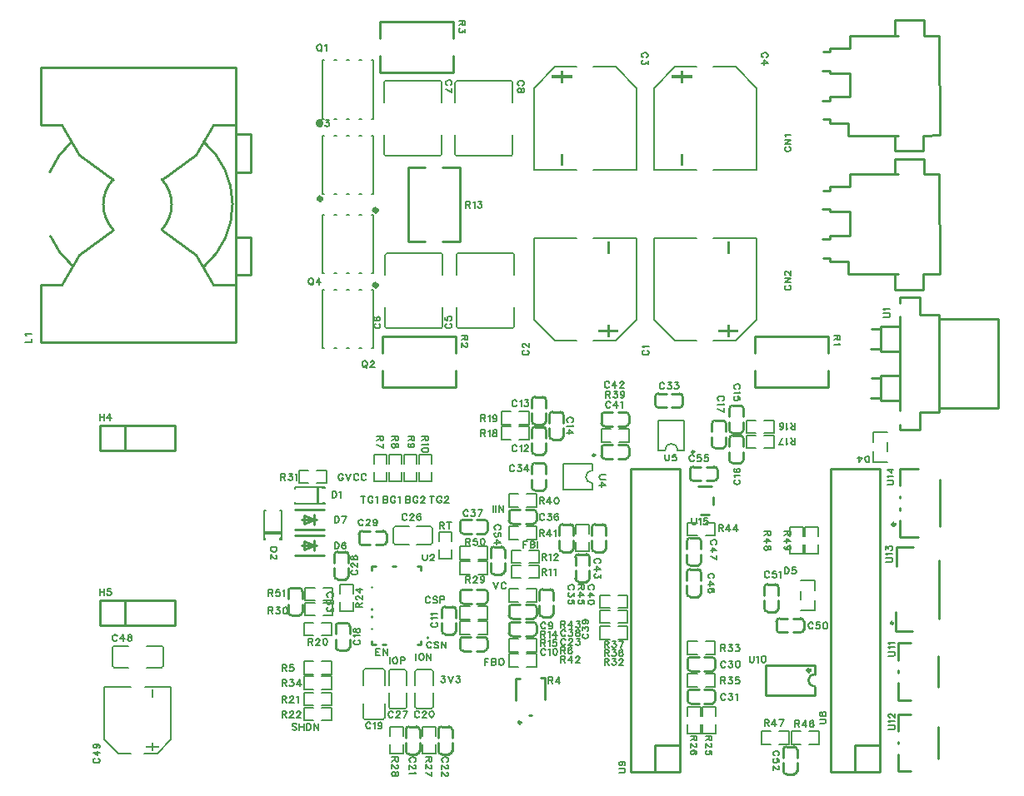
<source format=gto>
G04 Layer: TopSilkscreenLayer*
G04 EasyEDA Pro v2.2.39.2, 2025-06-05 07:27:08*
G04 Gerber Generator version 0.3*
G04 Scale: 100 percent, Rotated: No, Reflected: No*
G04 Dimensions in millimeters*
G04 Leading zeros omitted, absolute positions, 4 integers and 5 decimals*
G04 Generated by one-click*
%FSLAX45Y45*%
%MOMM*%
%ADD10C,0.1524*%
%ADD11C,0.254*%
%ADD12C,0.152*%
%ADD13C,0.15001*%
%ADD14C,0.5*%
%ADD15C,0.2*%
%ADD16C,0.24*%
%ADD17C,0.3*%
%ADD18C,0.2556*%
%ADD19C,0.25001*%
G75*


G04 Text Start*
G54D10*
G01X6223617Y4497216D02*
G01X6217267Y4494168D01*
G01X6211171Y4487818D01*
G01X6208123Y4481722D01*
G01X6208123Y4469276D01*
G01X6211171Y4463180D01*
G01X6217267Y4456830D01*
G01X6223617Y4453782D01*
G01X6232761Y4450734D01*
G01X6248255Y4450734D01*
G01X6257653Y4453782D01*
G01X6263749Y4456830D01*
G01X6270099Y4463180D01*
G01X6273147Y4469276D01*
G01X6273147Y4481722D01*
G01X6270099Y4487818D01*
G01X6263749Y4494168D01*
G01X6257653Y4497216D01*
G01X6220569Y4527442D02*
G01X6217267Y4533538D01*
G01X6208123Y4542682D01*
G01X6273147Y4542682D01*
G01X5004417Y4497216D02*
G01X4998067Y4494168D01*
G01X4991971Y4487818D01*
G01X4988923Y4481722D01*
G01X4988923Y4469276D01*
G01X4991971Y4463180D01*
G01X4998067Y4456830D01*
G01X5004417Y4453782D01*
G01X5013561Y4450734D01*
G01X5029055Y4450734D01*
G01X5038453Y4453782D01*
G01X5044549Y4456830D01*
G01X5050899Y4463180D01*
G01X5053947Y4469276D01*
G01X5053947Y4481722D01*
G01X5050899Y4487818D01*
G01X5044549Y4494168D01*
G01X5038453Y4497216D01*
G01X5004417Y4530490D02*
G01X5001369Y4530490D01*
G01X4995019Y4533538D01*
G01X4991971Y4536586D01*
G01X4988923Y4542682D01*
G01X4988923Y4555128D01*
G01X4991971Y4561478D01*
G01X4995019Y4564526D01*
G01X5001369Y4567574D01*
G01X5007465Y4567574D01*
G01X5013561Y4564526D01*
G01X5022959Y4558176D01*
G01X5053947Y4527442D01*
G01X5053947Y4570622D01*
G01X6247783Y7478884D02*
G01X6254133Y7481932D01*
G01X6260229Y7488282D01*
G01X6263277Y7494378D01*
G01X6263277Y7506824D01*
G01X6260229Y7512920D01*
G01X6254133Y7519270D01*
G01X6247783Y7522318D01*
G01X6238639Y7525366D01*
G01X6223145Y7525366D01*
G01X6213747Y7522318D01*
G01X6207651Y7519270D01*
G01X6201301Y7512920D01*
G01X6198253Y7506824D01*
G01X6198253Y7494378D01*
G01X6201301Y7488282D01*
G01X6207651Y7481932D01*
G01X6213747Y7478884D01*
G01X6263277Y7442562D02*
G01X6263277Y7408526D01*
G01X6238639Y7427068D01*
G01X6238639Y7417924D01*
G01X6235591Y7411574D01*
G01X6232289Y7408526D01*
G01X6223145Y7405478D01*
G01X6216795Y7405478D01*
G01X6207651Y7408526D01*
G01X6201301Y7414622D01*
G01X6198253Y7424020D01*
G01X6198253Y7433418D01*
G01X6201301Y7442562D01*
G01X6204603Y7445610D01*
G01X6210699Y7448658D01*
G01X7466983Y7478884D02*
G01X7473333Y7481932D01*
G01X7479429Y7488282D01*
G01X7482477Y7494378D01*
G01X7482477Y7506824D01*
G01X7479429Y7512920D01*
G01X7473333Y7519270D01*
G01X7466983Y7522318D01*
G01X7457839Y7525366D01*
G01X7442345Y7525366D01*
G01X7432947Y7522318D01*
G01X7426851Y7519270D01*
G01X7420501Y7512920D01*
G01X7417453Y7506824D01*
G01X7417453Y7494378D01*
G01X7420501Y7488282D01*
G01X7426851Y7481932D01*
G01X7432947Y7478884D01*
G01X7482477Y7417924D02*
G01X7439297Y7448658D01*
G01X7439297Y7402430D01*
G01X7482477Y7417924D02*
G01X7417453Y7417924D01*
G01X4218181Y4770521D02*
G01X4211831Y4767473D01*
G01X4205735Y4761123D01*
G01X4202687Y4755027D01*
G01X4202687Y4742581D01*
G01X4205735Y4736485D01*
G01X4211831Y4730135D01*
G01X4218181Y4727087D01*
G01X4227325Y4724039D01*
G01X4242819Y4724039D01*
G01X4252217Y4727087D01*
G01X4258313Y4730135D01*
G01X4264663Y4736485D01*
G01X4267711Y4742581D01*
G01X4267711Y4755027D01*
G01X4264663Y4761123D01*
G01X4258313Y4767473D01*
G01X4252217Y4770521D01*
G01X4202687Y4837831D02*
G01X4202687Y4806843D01*
G01X4230373Y4803795D01*
G01X4227325Y4806843D01*
G01X4224277Y4815987D01*
G01X4224277Y4825385D01*
G01X4227325Y4834783D01*
G01X4233675Y4840879D01*
G01X4242819Y4843927D01*
G01X4249169Y4843927D01*
G01X4258313Y4840879D01*
G01X4264663Y4834783D01*
G01X4267711Y4825385D01*
G01X4267711Y4815987D01*
G01X4264663Y4806843D01*
G01X4261361Y4803795D01*
G01X4255265Y4800747D01*
G01X3494281Y4770521D02*
G01X3487931Y4767473D01*
G01X3481835Y4761123D01*
G01X3478787Y4755027D01*
G01X3478787Y4742581D01*
G01X3481835Y4736485D01*
G01X3487931Y4730135D01*
G01X3494281Y4727087D01*
G01X3503425Y4724039D01*
G01X3518919Y4724039D01*
G01X3528317Y4727087D01*
G01X3534413Y4730135D01*
G01X3540763Y4736485D01*
G01X3543811Y4742581D01*
G01X3543811Y4755027D01*
G01X3540763Y4761123D01*
G01X3534413Y4767473D01*
G01X3528317Y4770521D01*
G01X3487931Y4837831D02*
G01X3481835Y4834783D01*
G01X3478787Y4825385D01*
G01X3478787Y4819289D01*
G01X3481835Y4809891D01*
G01X3491233Y4803795D01*
G01X3506473Y4800747D01*
G01X3521967Y4800747D01*
G01X3534413Y4803795D01*
G01X3540763Y4809891D01*
G01X3543811Y4819289D01*
G01X3543811Y4822337D01*
G01X3540763Y4831481D01*
G01X3534413Y4837831D01*
G01X3525269Y4840879D01*
G01X3521967Y4840879D01*
G01X3512823Y4837831D01*
G01X3506473Y4831481D01*
G01X3503425Y4822337D01*
G01X3503425Y4819289D01*
G01X3506473Y4809891D01*
G01X3512823Y4803795D01*
G01X3521967Y4800747D01*
G01X4257040Y7197598D02*
G01X4263390Y7200646D01*
G01X4269486Y7206996D01*
G01X4272534Y7213092D01*
G01X4272534Y7225538D01*
G01X4269486Y7231634D01*
G01X4263390Y7237984D01*
G01X4257040Y7241032D01*
G01X4247896Y7244080D01*
G01X4232402Y7244080D01*
G01X4223004Y7241032D01*
G01X4216908Y7237984D01*
G01X4210558Y7231634D01*
G01X4207510Y7225538D01*
G01X4207510Y7213092D01*
G01X4210558Y7206996D01*
G01X4216908Y7200646D01*
G01X4223004Y7197598D01*
G01X4272534Y7124192D02*
G01X4207510Y7155180D01*
G01X4272534Y7167372D02*
G01X4272534Y7124192D01*
G01X4989319Y7192879D02*
G01X4995669Y7195927D01*
G01X5001765Y7202277D01*
G01X5004813Y7208373D01*
G01X5004813Y7220819D01*
G01X5001765Y7226915D01*
G01X4995669Y7233265D01*
G01X4989319Y7236313D01*
G01X4980175Y7239361D01*
G01X4964681Y7239361D01*
G01X4955283Y7236313D01*
G01X4949187Y7233265D01*
G01X4942837Y7226915D01*
G01X4939789Y7220819D01*
G01X4939789Y7208373D01*
G01X4942837Y7202277D01*
G01X4949187Y7195927D01*
G01X4955283Y7192879D01*
G01X5004813Y7147413D02*
G01X5001765Y7156557D01*
G01X4995669Y7159605D01*
G01X4989319Y7159605D01*
G01X4983223Y7156557D01*
G01X4980175Y7150461D01*
G01X4977127Y7138015D01*
G01X4973825Y7128617D01*
G01X4967729Y7122521D01*
G01X4961633Y7119473D01*
G01X4952235Y7119473D01*
G01X4946139Y7122521D01*
G01X4942837Y7125569D01*
G01X4939789Y7134967D01*
G01X4939789Y7147413D01*
G01X4942837Y7156557D01*
G01X4946139Y7159605D01*
G01X4952235Y7162653D01*
G01X4961633Y7162653D01*
G01X4967729Y7159605D01*
G01X4973825Y7153509D01*
G01X4977127Y7144111D01*
G01X4980175Y7131919D01*
G01X4983223Y7125569D01*
G01X4989319Y7122521D01*
G01X4995669Y7122521D01*
G01X5001765Y7125569D01*
G01X5004813Y7134967D01*
G01X5004813Y7147413D01*
G01X5223002Y1717040D02*
G01X5219954Y1723390D01*
G01X5213604Y1729486D01*
G01X5207508Y1732534D01*
G01X5195062Y1732534D01*
G01X5188966Y1729486D01*
G01X5182616Y1723390D01*
G01X5179568Y1717040D01*
G01X5176520Y1707896D01*
G01X5176520Y1692402D01*
G01X5179568Y1683004D01*
G01X5182616Y1676908D01*
G01X5188966Y1670558D01*
G01X5195062Y1667510D01*
G01X5207508Y1667510D01*
G01X5213604Y1670558D01*
G01X5219954Y1676908D01*
G01X5223002Y1683004D01*
G01X5293360Y1710944D02*
G01X5290312Y1701546D01*
G01X5283962Y1695450D01*
G01X5274818Y1692402D01*
G01X5271770Y1692402D01*
G01X5262372Y1695450D01*
G01X5256276Y1701546D01*
G01X5253228Y1710944D01*
G01X5253228Y1713992D01*
G01X5256276Y1723390D01*
G01X5262372Y1729486D01*
G01X5271770Y1732534D01*
G01X5274818Y1732534D01*
G01X5283962Y1729486D01*
G01X5290312Y1723390D01*
G01X5293360Y1710944D01*
G01X5293360Y1695450D01*
G01X5290312Y1679956D01*
G01X5283962Y1670558D01*
G01X5274818Y1667510D01*
G01X5268468Y1667510D01*
G01X5259324Y1670558D01*
G01X5256276Y1676908D01*
G01X5223002Y1450340D02*
G01X5219954Y1456690D01*
G01X5213604Y1462786D01*
G01X5207508Y1465834D01*
G01X5195062Y1465834D01*
G01X5188966Y1462786D01*
G01X5182616Y1456690D01*
G01X5179568Y1450340D01*
G01X5176520Y1441196D01*
G01X5176520Y1425702D01*
G01X5179568Y1416304D01*
G01X5182616Y1410208D01*
G01X5188966Y1403858D01*
G01X5195062Y1400810D01*
G01X5207508Y1400810D01*
G01X5213604Y1403858D01*
G01X5219954Y1410208D01*
G01X5223002Y1416304D01*
G01X5253228Y1453388D02*
G01X5259324Y1456690D01*
G01X5268468Y1465834D01*
G01X5268468Y1400810D01*
G01X5317236Y1465834D02*
G01X5307838Y1462786D01*
G01X5301742Y1453388D01*
G01X5298694Y1438148D01*
G01X5298694Y1428750D01*
G01X5301742Y1413256D01*
G01X5307838Y1403858D01*
G01X5317236Y1400810D01*
G01X5323332Y1400810D01*
G01X5332730Y1403858D01*
G01X5338826Y1413256D01*
G01X5341874Y1428750D01*
G01X5341874Y1438148D01*
G01X5338826Y1453388D01*
G01X5332730Y1462786D01*
G01X5323332Y1465834D01*
G01X5317236Y1465834D01*
G01X4074160Y1730502D02*
G01X4067810Y1727454D01*
G01X4061714Y1721104D01*
G01X4058666Y1715008D01*
G01X4058666Y1702562D01*
G01X4061714Y1696466D01*
G01X4067810Y1690116D01*
G01X4074160Y1687068D01*
G01X4083304Y1684020D01*
G01X4098798Y1684020D01*
G01X4108196Y1687068D01*
G01X4114292Y1690116D01*
G01X4120642Y1696466D01*
G01X4123690Y1702562D01*
G01X4123690Y1715008D01*
G01X4120642Y1721104D01*
G01X4114292Y1727454D01*
G01X4108196Y1730502D01*
G01X4071112Y1760728D02*
G01X4067810Y1766824D01*
G01X4058666Y1775968D01*
G01X4123690Y1775968D01*
G01X4071112Y1806194D02*
G01X4067810Y1812290D01*
G01X4058666Y1821434D01*
G01X4123690Y1821434D01*
G01X4930902Y3520440D02*
G01X4927854Y3526790D01*
G01X4921504Y3532886D01*
G01X4915408Y3535934D01*
G01X4902962Y3535934D01*
G01X4896866Y3532886D01*
G01X4890516Y3526790D01*
G01X4887468Y3520440D01*
G01X4884420Y3511296D01*
G01X4884420Y3495802D01*
G01X4887468Y3486404D01*
G01X4890516Y3480308D01*
G01X4896866Y3473958D01*
G01X4902962Y3470910D01*
G01X4915408Y3470910D01*
G01X4921504Y3473958D01*
G01X4927854Y3480308D01*
G01X4930902Y3486404D01*
G01X4961128Y3523488D02*
G01X4967224Y3526790D01*
G01X4976368Y3535934D01*
G01X4976368Y3470910D01*
G01X5009642Y3520440D02*
G01X5009642Y3523488D01*
G01X5012690Y3529838D01*
G01X5015738Y3532886D01*
G01X5021834Y3535934D01*
G01X5034280Y3535934D01*
G01X5040630Y3532886D01*
G01X5043678Y3529838D01*
G01X5046726Y3523488D01*
G01X5046726Y3517392D01*
G01X5043678Y3511296D01*
G01X5037328Y3501898D01*
G01X5006594Y3470910D01*
G01X5049774Y3470910D01*
G01X4930902Y3977640D02*
G01X4927854Y3983990D01*
G01X4921504Y3990086D01*
G01X4915408Y3993134D01*
G01X4902962Y3993134D01*
G01X4896866Y3990086D01*
G01X4890516Y3983990D01*
G01X4887468Y3977640D01*
G01X4884420Y3968496D01*
G01X4884420Y3953002D01*
G01X4887468Y3943604D01*
G01X4890516Y3937508D01*
G01X4896866Y3931158D01*
G01X4902962Y3928110D01*
G01X4915408Y3928110D01*
G01X4921504Y3931158D01*
G01X4927854Y3937508D01*
G01X4930902Y3943604D01*
G01X4961128Y3980688D02*
G01X4967224Y3983990D01*
G01X4976368Y3993134D01*
G01X4976368Y3928110D01*
G01X5012690Y3993134D02*
G01X5046726Y3993134D01*
G01X5028184Y3968496D01*
G01X5037328Y3968496D01*
G01X5043678Y3965448D01*
G01X5046726Y3962146D01*
G01X5049774Y3953002D01*
G01X5049774Y3946652D01*
G01X5046726Y3937508D01*
G01X5040630Y3931158D01*
G01X5031232Y3928110D01*
G01X5021834Y3928110D01*
G01X5012690Y3931158D01*
G01X5009642Y3934460D01*
G01X5006594Y3940556D01*
G01X5488940Y3768598D02*
G01X5495290Y3771646D01*
G01X5501386Y3777996D01*
G01X5504434Y3784092D01*
G01X5504434Y3796538D01*
G01X5501386Y3802634D01*
G01X5495290Y3808984D01*
G01X5488940Y3812032D01*
G01X5479796Y3815080D01*
G01X5464302Y3815080D01*
G01X5454904Y3812032D01*
G01X5448808Y3808984D01*
G01X5442458Y3802634D01*
G01X5439410Y3796538D01*
G01X5439410Y3784092D01*
G01X5442458Y3777996D01*
G01X5448808Y3771646D01*
G01X5454904Y3768598D01*
G01X5491988Y3738372D02*
G01X5495290Y3732276D01*
G01X5504434Y3723132D01*
G01X5439410Y3723132D01*
G01X5504434Y3662172D02*
G01X5461254Y3692906D01*
G01X5461254Y3646678D01*
G01X5504434Y3662172D02*
G01X5439410Y3662172D01*
G01X7186635Y4107401D02*
G01X7192985Y4110449D01*
G01X7199081Y4116799D01*
G01X7202129Y4122895D01*
G01X7202129Y4135341D01*
G01X7199081Y4141437D01*
G01X7192985Y4147787D01*
G01X7186635Y4150835D01*
G01X7177491Y4153883D01*
G01X7161997Y4153883D01*
G01X7152599Y4150835D01*
G01X7146503Y4147787D01*
G01X7140153Y4141437D01*
G01X7137105Y4135341D01*
G01X7137105Y4122895D01*
G01X7140153Y4116799D01*
G01X7146503Y4110449D01*
G01X7152599Y4107401D01*
G01X7189683Y4077175D02*
G01X7192985Y4071079D01*
G01X7202129Y4061935D01*
G01X7137105Y4061935D01*
G01X7202129Y3994625D02*
G01X7202129Y4025613D01*
G01X7174443Y4028661D01*
G01X7177491Y4025613D01*
G01X7180539Y4016469D01*
G01X7180539Y4007071D01*
G01X7177491Y3997673D01*
G01X7171141Y3991577D01*
G01X7161997Y3988529D01*
G01X7155647Y3988529D01*
G01X7146503Y3991577D01*
G01X7140153Y3997673D01*
G01X7137105Y4007071D01*
G01X7137105Y4016469D01*
G01X7140153Y4025613D01*
G01X7143455Y4028661D01*
G01X7149551Y4031709D01*
G01X7151665Y3182399D02*
G01X7145315Y3179351D01*
G01X7139219Y3173001D01*
G01X7136171Y3166905D01*
G01X7136171Y3154459D01*
G01X7139219Y3148363D01*
G01X7145315Y3142013D01*
G01X7151665Y3138965D01*
G01X7160809Y3135917D01*
G01X7176303Y3135917D01*
G01X7185701Y3138965D01*
G01X7191797Y3142013D01*
G01X7198147Y3148363D01*
G01X7201195Y3154459D01*
G01X7201195Y3166905D01*
G01X7198147Y3173001D01*
G01X7191797Y3179351D01*
G01X7185701Y3182399D01*
G01X7148617Y3212625D02*
G01X7145315Y3218721D01*
G01X7136171Y3227865D01*
G01X7201195Y3227865D01*
G01X7145315Y3295175D02*
G01X7139219Y3292127D01*
G01X7136171Y3282729D01*
G01X7136171Y3276633D01*
G01X7139219Y3267235D01*
G01X7148617Y3261139D01*
G01X7163857Y3258091D01*
G01X7179351Y3258091D01*
G01X7191797Y3261139D01*
G01X7198147Y3267235D01*
G01X7201195Y3276633D01*
G01X7201195Y3279681D01*
G01X7198147Y3288825D01*
G01X7191797Y3295175D01*
G01X7182653Y3298223D01*
G01X7179351Y3298223D01*
G01X7170207Y3295175D01*
G01X7163857Y3288825D01*
G01X7160809Y3279681D01*
G01X7160809Y3276633D01*
G01X7163857Y3267235D01*
G01X7170207Y3261139D01*
G01X7179351Y3258091D01*
G01X7021543Y3988603D02*
G01X7027893Y3991651D01*
G01X7033989Y3998001D01*
G01X7037037Y4004097D01*
G01X7037037Y4016543D01*
G01X7033989Y4022639D01*
G01X7027893Y4028989D01*
G01X7021543Y4032037D01*
G01X7012399Y4035085D01*
G01X6996905Y4035085D01*
G01X6987507Y4032037D01*
G01X6981411Y4028989D01*
G01X6975061Y4022639D01*
G01X6972013Y4016543D01*
G01X6972013Y4004097D01*
G01X6975061Y3998001D01*
G01X6981411Y3991651D01*
G01X6987507Y3988603D01*
G01X7024591Y3958377D02*
G01X7027893Y3952281D01*
G01X7037037Y3943137D01*
G01X6972013Y3943137D01*
G01X7037037Y3869731D02*
G01X6972013Y3900719D01*
G01X7037037Y3912911D02*
G01X7037037Y3869731D01*
G01X3286760Y1552702D02*
G01X3280410Y1549654D01*
G01X3274314Y1543304D01*
G01X3271266Y1537208D01*
G01X3271266Y1524762D01*
G01X3274314Y1518666D01*
G01X3280410Y1512316D01*
G01X3286760Y1509268D01*
G01X3295904Y1506220D01*
G01X3311398Y1506220D01*
G01X3320796Y1509268D01*
G01X3326892Y1512316D01*
G01X3333242Y1518666D01*
G01X3336290Y1524762D01*
G01X3336290Y1537208D01*
G01X3333242Y1543304D01*
G01X3326892Y1549654D01*
G01X3320796Y1552702D01*
G01X3283712Y1582928D02*
G01X3280410Y1589024D01*
G01X3271266Y1598168D01*
G01X3336290Y1598168D01*
G01X3271266Y1643634D02*
G01X3274314Y1634490D01*
G01X3280410Y1631442D01*
G01X3286760Y1631442D01*
G01X3292856Y1634490D01*
G01X3295904Y1640586D01*
G01X3298952Y1653032D01*
G01X3302254Y1662430D01*
G01X3308350Y1668526D01*
G01X3314446Y1671574D01*
G01X3323844Y1671574D01*
G01X3329940Y1668526D01*
G01X3333242Y1665478D01*
G01X3336290Y1656080D01*
G01X3336290Y1643634D01*
G01X3333242Y1634490D01*
G01X3329940Y1631442D01*
G01X3323844Y1628394D01*
G01X3314446Y1628394D01*
G01X3308350Y1631442D01*
G01X3302254Y1637538D01*
G01X3298952Y1646936D01*
G01X3295904Y1659128D01*
G01X3292856Y1665478D01*
G01X3286760Y1668526D01*
G01X3280410Y1668526D01*
G01X3274314Y1665478D01*
G01X3271266Y1656080D01*
G01X3271266Y1643634D01*
G01X3445002Y701040D02*
G01X3441954Y707390D01*
G01X3435604Y713486D01*
G01X3429508Y716534D01*
G01X3417062Y716534D01*
G01X3410966Y713486D01*
G01X3404616Y707390D01*
G01X3401568Y701040D01*
G01X3398520Y691896D01*
G01X3398520Y676402D01*
G01X3401568Y667004D01*
G01X3404616Y660908D01*
G01X3410966Y654558D01*
G01X3417062Y651510D01*
G01X3429508Y651510D01*
G01X3435604Y654558D01*
G01X3441954Y660908D01*
G01X3445002Y667004D01*
G01X3475228Y704088D02*
G01X3481324Y707390D01*
G01X3490468Y716534D01*
G01X3490468Y651510D01*
G01X3560826Y694944D02*
G01X3557778Y685546D01*
G01X3551428Y679450D01*
G01X3542284Y676402D01*
G01X3539236Y676402D01*
G01X3529838Y679450D01*
G01X3523742Y685546D01*
G01X3520694Y694944D01*
G01X3520694Y697992D01*
G01X3523742Y707390D01*
G01X3529838Y713486D01*
G01X3539236Y716534D01*
G01X3542284Y716534D01*
G01X3551428Y713486D01*
G01X3557778Y707390D01*
G01X3560826Y694944D01*
G01X3560826Y679450D01*
G01X3557778Y663956D01*
G01X3551428Y654558D01*
G01X3542284Y651510D01*
G01X3535934Y651510D01*
G01X3526790Y654558D01*
G01X3523742Y660908D01*
G01X3940302Y815340D02*
G01X3937254Y821690D01*
G01X3930904Y827786D01*
G01X3924808Y830834D01*
G01X3912362Y830834D01*
G01X3906266Y827786D01*
G01X3899916Y821690D01*
G01X3896868Y815340D01*
G01X3893820Y806196D01*
G01X3893820Y790702D01*
G01X3896868Y781304D01*
G01X3899916Y775208D01*
G01X3906266Y768858D01*
G01X3912362Y765810D01*
G01X3924808Y765810D01*
G01X3930904Y768858D01*
G01X3937254Y775208D01*
G01X3940302Y781304D01*
G01X3973576Y815340D02*
G01X3973576Y818388D01*
G01X3976624Y824738D01*
G01X3979672Y827786D01*
G01X3985768Y830834D01*
G01X3998214Y830834D01*
G01X4004564Y827786D01*
G01X4007612Y824738D01*
G01X4010660Y818388D01*
G01X4010660Y812292D01*
G01X4007612Y806196D01*
G01X4001262Y796798D01*
G01X3970528Y765810D01*
G01X4013708Y765810D01*
G01X4062476Y830834D02*
G01X4053078Y827786D01*
G01X4046982Y818388D01*
G01X4043934Y803148D01*
G01X4043934Y793750D01*
G01X4046982Y778256D01*
G01X4053078Y768858D01*
G01X4062476Y765810D01*
G01X4068572Y765810D01*
G01X4077970Y768858D01*
G01X4084066Y778256D01*
G01X4087114Y793750D01*
G01X4087114Y803148D01*
G01X4084066Y818388D01*
G01X4077970Y827786D01*
G01X4068572Y830834D01*
G01X4062476Y830834D01*
G01X3888740Y314198D02*
G01X3895090Y317246D01*
G01X3901186Y323596D01*
G01X3904234Y329692D01*
G01X3904234Y342138D01*
G01X3901186Y348234D01*
G01X3895090Y354584D01*
G01X3888740Y357632D01*
G01X3879596Y360680D01*
G01X3864102Y360680D01*
G01X3854704Y357632D01*
G01X3848608Y354584D01*
G01X3842258Y348234D01*
G01X3839210Y342138D01*
G01X3839210Y329692D01*
G01X3842258Y323596D01*
G01X3848608Y317246D01*
G01X3854704Y314198D01*
G01X3888740Y280924D02*
G01X3891788Y280924D01*
G01X3898138Y277876D01*
G01X3901186Y274828D01*
G01X3904234Y268732D01*
G01X3904234Y256286D01*
G01X3901186Y249936D01*
G01X3898138Y246888D01*
G01X3891788Y243840D01*
G01X3885692Y243840D01*
G01X3879596Y246888D01*
G01X3870198Y253238D01*
G01X3839210Y283972D01*
G01X3839210Y240792D01*
G01X3891788Y210566D02*
G01X3895090Y204470D01*
G01X3904234Y195326D01*
G01X3839210Y195326D01*
G01X4218940Y314198D02*
G01X4225290Y317246D01*
G01X4231386Y323596D01*
G01X4234434Y329692D01*
G01X4234434Y342138D01*
G01X4231386Y348234D01*
G01X4225290Y354584D01*
G01X4218940Y357632D01*
G01X4209796Y360680D01*
G01X4194302Y360680D01*
G01X4184904Y357632D01*
G01X4178808Y354584D01*
G01X4172458Y348234D01*
G01X4169410Y342138D01*
G01X4169410Y329692D01*
G01X4172458Y323596D01*
G01X4178808Y317246D01*
G01X4184904Y314198D01*
G01X4218940Y280924D02*
G01X4221988Y280924D01*
G01X4228338Y277876D01*
G01X4231386Y274828D01*
G01X4234434Y268732D01*
G01X4234434Y256286D01*
G01X4231386Y249936D01*
G01X4228338Y246888D01*
G01X4221988Y243840D01*
G01X4215892Y243840D01*
G01X4209796Y246888D01*
G01X4200398Y253238D01*
G01X4169410Y283972D01*
G01X4169410Y240792D01*
G01X4218940Y207518D02*
G01X4221988Y207518D01*
G01X4228338Y204470D01*
G01X4231386Y201422D01*
G01X4234434Y195326D01*
G01X4234434Y182880D01*
G01X4231386Y176530D01*
G01X4228338Y173482D01*
G01X4221988Y170434D01*
G01X4215892Y170434D01*
G01X4209796Y173482D01*
G01X4200398Y179832D01*
G01X4169410Y210566D01*
G01X4169410Y167386D01*
G01X5426202Y1551940D02*
G01X5423154Y1558290D01*
G01X5416804Y1564386D01*
G01X5410708Y1567434D01*
G01X5398262Y1567434D01*
G01X5392166Y1564386D01*
G01X5385816Y1558290D01*
G01X5382768Y1551940D01*
G01X5379720Y1542796D01*
G01X5379720Y1527302D01*
G01X5382768Y1517904D01*
G01X5385816Y1511808D01*
G01X5392166Y1505458D01*
G01X5398262Y1502410D01*
G01X5410708Y1502410D01*
G01X5416804Y1505458D01*
G01X5423154Y1511808D01*
G01X5426202Y1517904D01*
G01X5459476Y1551940D02*
G01X5459476Y1554988D01*
G01X5462524Y1561338D01*
G01X5465572Y1564386D01*
G01X5471668Y1567434D01*
G01X5484114Y1567434D01*
G01X5490464Y1564386D01*
G01X5493512Y1561338D01*
G01X5496560Y1554988D01*
G01X5496560Y1548892D01*
G01X5493512Y1542796D01*
G01X5487162Y1533398D01*
G01X5456428Y1502410D01*
G01X5499608Y1502410D01*
G01X5535930Y1567434D02*
G01X5569966Y1567434D01*
G01X5551424Y1542796D01*
G01X5560568Y1542796D01*
G01X5566918Y1539748D01*
G01X5569966Y1536446D01*
G01X5573014Y1527302D01*
G01X5573014Y1520952D01*
G01X5569966Y1511808D01*
G01X5563870Y1505458D01*
G01X5554472Y1502410D01*
G01X5545074Y1502410D01*
G01X5535930Y1505458D01*
G01X5532882Y1508760D01*
G01X5529834Y1514856D01*
G01X3813302Y2821940D02*
G01X3810254Y2828290D01*
G01X3803904Y2834386D01*
G01X3797808Y2837434D01*
G01X3785362Y2837434D01*
G01X3779266Y2834386D01*
G01X3772916Y2828290D01*
G01X3769868Y2821940D01*
G01X3766820Y2812796D01*
G01X3766820Y2797302D01*
G01X3769868Y2787904D01*
G01X3772916Y2781808D01*
G01X3779266Y2775458D01*
G01X3785362Y2772410D01*
G01X3797808Y2772410D01*
G01X3803904Y2775458D01*
G01X3810254Y2781808D01*
G01X3813302Y2787904D01*
G01X3846576Y2821940D02*
G01X3846576Y2824988D01*
G01X3849624Y2831338D01*
G01X3852672Y2834386D01*
G01X3858768Y2837434D01*
G01X3871214Y2837434D01*
G01X3877564Y2834386D01*
G01X3880612Y2831338D01*
G01X3883660Y2824988D01*
G01X3883660Y2818892D01*
G01X3880612Y2812796D01*
G01X3874262Y2803398D01*
G01X3843528Y2772410D01*
G01X3886708Y2772410D01*
G01X3954018Y2828290D02*
G01X3950970Y2834386D01*
G01X3941572Y2837434D01*
G01X3935476Y2837434D01*
G01X3926078Y2834386D01*
G01X3919982Y2824988D01*
G01X3916934Y2809748D01*
G01X3916934Y2794254D01*
G01X3919982Y2781808D01*
G01X3926078Y2775458D01*
G01X3935476Y2772410D01*
G01X3938524Y2772410D01*
G01X3947668Y2775458D01*
G01X3954018Y2781808D01*
G01X3957066Y2790952D01*
G01X3957066Y2794254D01*
G01X3954018Y2803398D01*
G01X3947668Y2809748D01*
G01X3938524Y2812796D01*
G01X3935476Y2812796D01*
G01X3926078Y2809748D01*
G01X3919982Y2803398D01*
G01X3916934Y2794254D01*
G01X3673602Y815340D02*
G01X3670554Y821690D01*
G01X3664204Y827786D01*
G01X3658108Y830834D01*
G01X3645662Y830834D01*
G01X3639566Y827786D01*
G01X3633216Y821690D01*
G01X3630168Y815340D01*
G01X3627120Y806196D01*
G01X3627120Y790702D01*
G01X3630168Y781304D01*
G01X3633216Y775208D01*
G01X3639566Y768858D01*
G01X3645662Y765810D01*
G01X3658108Y765810D01*
G01X3664204Y768858D01*
G01X3670554Y775208D01*
G01X3673602Y781304D01*
G01X3706876Y815340D02*
G01X3706876Y818388D01*
G01X3709924Y824738D01*
G01X3712972Y827786D01*
G01X3719068Y830834D01*
G01X3731514Y830834D01*
G01X3737864Y827786D01*
G01X3740912Y824738D01*
G01X3743960Y818388D01*
G01X3743960Y812292D01*
G01X3740912Y806196D01*
G01X3734562Y796798D01*
G01X3703828Y765810D01*
G01X3747008Y765810D01*
G01X3820414Y830834D02*
G01X3789426Y765810D01*
G01X3777234Y830834D02*
G01X3820414Y830834D01*
G01X3261360Y2263902D02*
G01X3255010Y2260854D01*
G01X3248914Y2254504D01*
G01X3245866Y2248408D01*
G01X3245866Y2235962D01*
G01X3248914Y2229866D01*
G01X3255010Y2223516D01*
G01X3261360Y2220468D01*
G01X3270504Y2217420D01*
G01X3285998Y2217420D01*
G01X3295396Y2220468D01*
G01X3301492Y2223516D01*
G01X3307842Y2229866D01*
G01X3310890Y2235962D01*
G01X3310890Y2248408D01*
G01X3307842Y2254504D01*
G01X3301492Y2260854D01*
G01X3295396Y2263902D01*
G01X3261360Y2297176D02*
G01X3258312Y2297176D01*
G01X3251962Y2300224D01*
G01X3248914Y2303272D01*
G01X3245866Y2309368D01*
G01X3245866Y2321814D01*
G01X3248914Y2328164D01*
G01X3251962Y2331212D01*
G01X3258312Y2334260D01*
G01X3264408Y2334260D01*
G01X3270504Y2331212D01*
G01X3279902Y2324862D01*
G01X3310890Y2294128D01*
G01X3310890Y2337308D01*
G01X3245866Y2382774D02*
G01X3248914Y2373630D01*
G01X3255010Y2370582D01*
G01X3261360Y2370582D01*
G01X3267456Y2373630D01*
G01X3270504Y2379726D01*
G01X3273552Y2392172D01*
G01X3276854Y2401570D01*
G01X3282950Y2407666D01*
G01X3289046Y2410714D01*
G01X3298444Y2410714D01*
G01X3304540Y2407666D01*
G01X3307842Y2404618D01*
G01X3310890Y2395220D01*
G01X3310890Y2382774D01*
G01X3307842Y2373630D01*
G01X3304540Y2370582D01*
G01X3298444Y2367534D01*
G01X3289046Y2367534D01*
G01X3282950Y2370582D01*
G01X3276854Y2376678D01*
G01X3273552Y2386076D01*
G01X3270504Y2398268D01*
G01X3267456Y2404618D01*
G01X3261360Y2407666D01*
G01X3255010Y2407666D01*
G01X3248914Y2404618D01*
G01X3245866Y2395220D01*
G01X3245866Y2382774D01*
G01X3369511Y2765951D02*
G01X3366463Y2772301D01*
G01X3360113Y2778397D01*
G01X3354017Y2781445D01*
G01X3341571Y2781445D01*
G01X3335475Y2778397D01*
G01X3329125Y2772301D01*
G01X3326077Y2765951D01*
G01X3323029Y2756807D01*
G01X3323029Y2741313D01*
G01X3326077Y2731915D01*
G01X3329125Y2725819D01*
G01X3335475Y2719469D01*
G01X3341571Y2716421D01*
G01X3354017Y2716421D01*
G01X3360113Y2719469D01*
G01X3366463Y2725819D01*
G01X3369511Y2731915D01*
G01X3402785Y2765951D02*
G01X3402785Y2768999D01*
G01X3405833Y2775349D01*
G01X3408881Y2778397D01*
G01X3414977Y2781445D01*
G01X3427423Y2781445D01*
G01X3433773Y2778397D01*
G01X3436821Y2775349D01*
G01X3439869Y2768999D01*
G01X3439869Y2762903D01*
G01X3436821Y2756807D01*
G01X3430471Y2747409D01*
G01X3399737Y2716421D01*
G01X3442917Y2716421D01*
G01X3513275Y2759855D02*
G01X3510227Y2750457D01*
G01X3503877Y2744361D01*
G01X3494733Y2741313D01*
G01X3491685Y2741313D01*
G01X3482287Y2744361D01*
G01X3476191Y2750457D01*
G01X3473143Y2759855D01*
G01X3473143Y2762903D01*
G01X3476191Y2772301D01*
G01X3482287Y2778397D01*
G01X3491685Y2781445D01*
G01X3494733Y2781445D01*
G01X3503877Y2778397D01*
G01X3510227Y2772301D01*
G01X3513275Y2759855D01*
G01X3513275Y2744361D01*
G01X3510227Y2728867D01*
G01X3503877Y2719469D01*
G01X3494733Y2716421D01*
G01X3488383Y2716421D01*
G01X3479239Y2719469D01*
G01X3476191Y2725819D01*
G01X7051802Y1323340D02*
G01X7048754Y1329690D01*
G01X7042404Y1335786D01*
G01X7036308Y1338834D01*
G01X7023862Y1338834D01*
G01X7017766Y1335786D01*
G01X7011416Y1329690D01*
G01X7008368Y1323340D01*
G01X7005320Y1314196D01*
G01X7005320Y1298702D01*
G01X7008368Y1289304D01*
G01X7011416Y1283208D01*
G01X7017766Y1276858D01*
G01X7023862Y1273810D01*
G01X7036308Y1273810D01*
G01X7042404Y1276858D01*
G01X7048754Y1283208D01*
G01X7051802Y1289304D01*
G01X7088124Y1338834D02*
G01X7122160Y1338834D01*
G01X7103618Y1314196D01*
G01X7112762Y1314196D01*
G01X7119112Y1311148D01*
G01X7122160Y1307846D01*
G01X7125208Y1298702D01*
G01X7125208Y1292352D01*
G01X7122160Y1283208D01*
G01X7116064Y1276858D01*
G01X7106666Y1273810D01*
G01X7097268Y1273810D01*
G01X7088124Y1276858D01*
G01X7085076Y1280160D01*
G01X7082028Y1286256D01*
G01X7173976Y1338834D02*
G01X7164578Y1335786D01*
G01X7158482Y1326388D01*
G01X7155434Y1311148D01*
G01X7155434Y1301750D01*
G01X7158482Y1286256D01*
G01X7164578Y1276858D01*
G01X7173976Y1273810D01*
G01X7180072Y1273810D01*
G01X7189470Y1276858D01*
G01X7195566Y1286256D01*
G01X7198614Y1301750D01*
G01X7198614Y1311148D01*
G01X7195566Y1326388D01*
G01X7189470Y1335786D01*
G01X7180072Y1338834D01*
G01X7173976Y1338834D01*
G01X7051802Y993140D02*
G01X7048754Y999490D01*
G01X7042404Y1005586D01*
G01X7036308Y1008634D01*
G01X7023862Y1008634D01*
G01X7017766Y1005586D01*
G01X7011416Y999490D01*
G01X7008368Y993140D01*
G01X7005320Y983996D01*
G01X7005320Y968502D01*
G01X7008368Y959104D01*
G01X7011416Y953008D01*
G01X7017766Y946658D01*
G01X7023862Y943610D01*
G01X7036308Y943610D01*
G01X7042404Y946658D01*
G01X7048754Y953008D01*
G01X7051802Y959104D01*
G01X7088124Y1008634D02*
G01X7122160Y1008634D01*
G01X7103618Y983996D01*
G01X7112762Y983996D01*
G01X7119112Y980948D01*
G01X7122160Y977646D01*
G01X7125208Y968502D01*
G01X7125208Y962152D01*
G01X7122160Y953008D01*
G01X7116064Y946658D01*
G01X7106666Y943610D01*
G01X7097268Y943610D01*
G01X7088124Y946658D01*
G01X7085076Y949960D01*
G01X7082028Y956056D01*
G01X7155434Y996188D02*
G01X7161530Y999490D01*
G01X7170674Y1008634D01*
G01X7170674Y943610D01*
G01X6429502Y4155440D02*
G01X6426454Y4161790D01*
G01X6420104Y4167886D01*
G01X6414008Y4170934D01*
G01X6401562Y4170934D01*
G01X6395466Y4167886D01*
G01X6389116Y4161790D01*
G01X6386068Y4155440D01*
G01X6383020Y4146296D01*
G01X6383020Y4130802D01*
G01X6386068Y4121404D01*
G01X6389116Y4115308D01*
G01X6395466Y4108958D01*
G01X6401562Y4105910D01*
G01X6414008Y4105910D01*
G01X6420104Y4108958D01*
G01X6426454Y4115308D01*
G01X6429502Y4121404D01*
G01X6465824Y4170934D02*
G01X6499860Y4170934D01*
G01X6481318Y4146296D01*
G01X6490462Y4146296D01*
G01X6496812Y4143248D01*
G01X6499860Y4139946D01*
G01X6502908Y4130802D01*
G01X6502908Y4124452D01*
G01X6499860Y4115308D01*
G01X6493764Y4108958D01*
G01X6484366Y4105910D01*
G01X6474968Y4105910D01*
G01X6465824Y4108958D01*
G01X6462776Y4112260D01*
G01X6459728Y4118356D01*
G01X6539230Y4170934D02*
G01X6573266Y4170934D01*
G01X6554724Y4146296D01*
G01X6563868Y4146296D01*
G01X6570218Y4143248D01*
G01X6573266Y4139946D01*
G01X6576314Y4130802D01*
G01X6576314Y4124452D01*
G01X6573266Y4115308D01*
G01X6567170Y4108958D01*
G01X6557772Y4105910D01*
G01X6548374Y4105910D01*
G01X6539230Y4108958D01*
G01X6536182Y4112260D01*
G01X6533134Y4118356D01*
G01X4905502Y3317240D02*
G01X4902454Y3323590D01*
G01X4896104Y3329686D01*
G01X4890008Y3332734D01*
G01X4877562Y3332734D01*
G01X4871466Y3329686D01*
G01X4865116Y3323590D01*
G01X4862068Y3317240D01*
G01X4859020Y3308096D01*
G01X4859020Y3292602D01*
G01X4862068Y3283204D01*
G01X4865116Y3277108D01*
G01X4871466Y3270758D01*
G01X4877562Y3267710D01*
G01X4890008Y3267710D01*
G01X4896104Y3270758D01*
G01X4902454Y3277108D01*
G01X4905502Y3283204D01*
G01X4941824Y3332734D02*
G01X4975860Y3332734D01*
G01X4957318Y3308096D01*
G01X4966462Y3308096D01*
G01X4972812Y3305048D01*
G01X4975860Y3301746D01*
G01X4978908Y3292602D01*
G01X4978908Y3286252D01*
G01X4975860Y3277108D01*
G01X4969764Y3270758D01*
G01X4960366Y3267710D01*
G01X4950968Y3267710D01*
G01X4941824Y3270758D01*
G01X4938776Y3274060D01*
G01X4935728Y3280156D01*
G01X5039868Y3332734D02*
G01X5009134Y3289554D01*
G01X5055362Y3289554D01*
G01X5039868Y3332734D02*
G01X5039868Y3267710D01*
G01X5501640Y2066798D02*
G01X5507990Y2069846D01*
G01X5514086Y2076196D01*
G01X5517134Y2082292D01*
G01X5517134Y2094738D01*
G01X5514086Y2100834D01*
G01X5507990Y2107184D01*
G01X5501640Y2110232D01*
G01X5492496Y2113280D01*
G01X5477002Y2113280D01*
G01X5467604Y2110232D01*
G01X5461508Y2107184D01*
G01X5455158Y2100834D01*
G01X5452110Y2094738D01*
G01X5452110Y2082292D01*
G01X5455158Y2076196D01*
G01X5461508Y2069846D01*
G01X5467604Y2066798D01*
G01X5517134Y2030476D02*
G01X5517134Y1996440D01*
G01X5492496Y2014982D01*
G01X5492496Y2005838D01*
G01X5489448Y1999488D01*
G01X5486146Y1996440D01*
G01X5477002Y1993392D01*
G01X5470652Y1993392D01*
G01X5461508Y1996440D01*
G01X5455158Y2002536D01*
G01X5452110Y2011934D01*
G01X5452110Y2021332D01*
G01X5455158Y2030476D01*
G01X5458460Y2033524D01*
G01X5464556Y2036572D01*
G01X5517134Y1926082D02*
G01X5517134Y1957070D01*
G01X5489448Y1960118D01*
G01X5492496Y1957070D01*
G01X5495544Y1947926D01*
G01X5495544Y1938528D01*
G01X5492496Y1929130D01*
G01X5486146Y1923034D01*
G01X5477002Y1919986D01*
G01X5470652Y1919986D01*
G01X5461508Y1923034D01*
G01X5455158Y1929130D01*
G01X5452110Y1938528D01*
G01X5452110Y1947926D01*
G01X5455158Y1957070D01*
G01X5458460Y1960118D01*
G01X5464556Y1963166D01*
G01X5210302Y2821940D02*
G01X5207254Y2828290D01*
G01X5200904Y2834386D01*
G01X5194808Y2837434D01*
G01X5182362Y2837434D01*
G01X5176266Y2834386D01*
G01X5169916Y2828290D01*
G01X5166868Y2821940D01*
G01X5163820Y2812796D01*
G01X5163820Y2797302D01*
G01X5166868Y2787904D01*
G01X5169916Y2781808D01*
G01X5176266Y2775458D01*
G01X5182362Y2772410D01*
G01X5194808Y2772410D01*
G01X5200904Y2775458D01*
G01X5207254Y2781808D01*
G01X5210302Y2787904D01*
G01X5246624Y2837434D02*
G01X5280660Y2837434D01*
G01X5262118Y2812796D01*
G01X5271262Y2812796D01*
G01X5277612Y2809748D01*
G01X5280660Y2806446D01*
G01X5283708Y2797302D01*
G01X5283708Y2790952D01*
G01X5280660Y2781808D01*
G01X5274564Y2775458D01*
G01X5265166Y2772410D01*
G01X5255768Y2772410D01*
G01X5246624Y2775458D01*
G01X5243576Y2778760D01*
G01X5240528Y2784856D01*
G01X5351018Y2828290D02*
G01X5347970Y2834386D01*
G01X5338572Y2837434D01*
G01X5332476Y2837434D01*
G01X5323078Y2834386D01*
G01X5316982Y2824988D01*
G01X5313934Y2809748D01*
G01X5313934Y2794254D01*
G01X5316982Y2781808D01*
G01X5323078Y2775458D01*
G01X5332476Y2772410D01*
G01X5335524Y2772410D01*
G01X5344668Y2775458D01*
G01X5351018Y2781808D01*
G01X5354066Y2790952D01*
G01X5354066Y2794254D01*
G01X5351018Y2803398D01*
G01X5344668Y2809748D01*
G01X5335524Y2812796D01*
G01X5332476Y2812796D01*
G01X5323078Y2809748D01*
G01X5316982Y2803398D01*
G01X5313934Y2794254D01*
G01X4435602Y2860040D02*
G01X4432554Y2866390D01*
G01X4426204Y2872486D01*
G01X4420108Y2875534D01*
G01X4407662Y2875534D01*
G01X4401566Y2872486D01*
G01X4395216Y2866390D01*
G01X4392168Y2860040D01*
G01X4389120Y2850896D01*
G01X4389120Y2835402D01*
G01X4392168Y2826004D01*
G01X4395216Y2819908D01*
G01X4401566Y2813558D01*
G01X4407662Y2810510D01*
G01X4420108Y2810510D01*
G01X4426204Y2813558D01*
G01X4432554Y2819908D01*
G01X4435602Y2826004D01*
G01X4471924Y2875534D02*
G01X4505960Y2875534D01*
G01X4487418Y2850896D01*
G01X4496562Y2850896D01*
G01X4502912Y2847848D01*
G01X4505960Y2844546D01*
G01X4509008Y2835402D01*
G01X4509008Y2829052D01*
G01X4505960Y2819908D01*
G01X4499864Y2813558D01*
G01X4490466Y2810510D01*
G01X4481068Y2810510D01*
G01X4471924Y2813558D01*
G01X4468876Y2816860D01*
G01X4465828Y2822956D01*
G01X4582414Y2875534D02*
G01X4551426Y2810510D01*
G01X4539234Y2875534D02*
G01X4582414Y2875534D01*
G01X5426202Y1640840D02*
G01X5423154Y1647190D01*
G01X5416804Y1653286D01*
G01X5410708Y1656334D01*
G01X5398262Y1656334D01*
G01X5392166Y1653286D01*
G01X5385816Y1647190D01*
G01X5382768Y1640840D01*
G01X5379720Y1631696D01*
G01X5379720Y1616202D01*
G01X5382768Y1606804D01*
G01X5385816Y1600708D01*
G01X5392166Y1594358D01*
G01X5398262Y1591310D01*
G01X5410708Y1591310D01*
G01X5416804Y1594358D01*
G01X5423154Y1600708D01*
G01X5426202Y1606804D01*
G01X5462524Y1656334D02*
G01X5496560Y1656334D01*
G01X5478018Y1631696D01*
G01X5487162Y1631696D01*
G01X5493512Y1628648D01*
G01X5496560Y1625346D01*
G01X5499608Y1616202D01*
G01X5499608Y1609852D01*
G01X5496560Y1600708D01*
G01X5490464Y1594358D01*
G01X5481066Y1591310D01*
G01X5471668Y1591310D01*
G01X5462524Y1594358D01*
G01X5459476Y1597660D01*
G01X5456428Y1603756D01*
G01X5545074Y1656334D02*
G01X5535930Y1653286D01*
G01X5532882Y1647190D01*
G01X5532882Y1640840D01*
G01X5535930Y1634744D01*
G01X5542026Y1631696D01*
G01X5554472Y1628648D01*
G01X5563870Y1625346D01*
G01X5569966Y1619250D01*
G01X5573014Y1613154D01*
G01X5573014Y1603756D01*
G01X5569966Y1597660D01*
G01X5566918Y1594358D01*
G01X5557520Y1591310D01*
G01X5545074Y1591310D01*
G01X5535930Y1594358D01*
G01X5532882Y1597660D01*
G01X5529834Y1603756D01*
G01X5529834Y1613154D01*
G01X5532882Y1619250D01*
G01X5538978Y1625346D01*
G01X5548376Y1628648D01*
G01X5560568Y1631696D01*
G01X5566918Y1634744D01*
G01X5569966Y1640840D01*
G01X5569966Y1647190D01*
G01X5566918Y1653286D01*
G01X5557520Y1656334D01*
G01X5545074Y1656334D01*
G01X5610860Y1616202D02*
G01X5604510Y1613154D01*
G01X5598414Y1606804D01*
G01X5595366Y1600708D01*
G01X5595366Y1588262D01*
G01X5598414Y1582166D01*
G01X5604510Y1575816D01*
G01X5610860Y1572768D01*
G01X5620004Y1569720D01*
G01X5635498Y1569720D01*
G01X5644896Y1572768D01*
G01X5650992Y1575816D01*
G01X5657342Y1582166D01*
G01X5660390Y1588262D01*
G01X5660390Y1600708D01*
G01X5657342Y1606804D01*
G01X5650992Y1613154D01*
G01X5644896Y1616202D01*
G01X5595366Y1652524D02*
G01X5595366Y1686560D01*
G01X5620004Y1668018D01*
G01X5620004Y1677162D01*
G01X5623052Y1683512D01*
G01X5626354Y1686560D01*
G01X5635498Y1689608D01*
G01X5641848Y1689608D01*
G01X5650992Y1686560D01*
G01X5657342Y1680464D01*
G01X5660390Y1671066D01*
G01X5660390Y1661668D01*
G01X5657342Y1652524D01*
G01X5654040Y1649476D01*
G01X5647944Y1646428D01*
G01X5616956Y1759966D02*
G01X5626354Y1756918D01*
G01X5632450Y1750568D01*
G01X5635498Y1741424D01*
G01X5635498Y1738376D01*
G01X5632450Y1728978D01*
G01X5626354Y1722882D01*
G01X5616956Y1719834D01*
G01X5613908Y1719834D01*
G01X5604510Y1722882D01*
G01X5598414Y1728978D01*
G01X5595366Y1738376D01*
G01X5595366Y1741424D01*
G01X5598414Y1750568D01*
G01X5604510Y1756918D01*
G01X5616956Y1759966D01*
G01X5632450Y1759966D01*
G01X5647944Y1756918D01*
G01X5657342Y1750568D01*
G01X5660390Y1741424D01*
G01X5660390Y1735074D01*
G01X5657342Y1725930D01*
G01X5650992Y1722882D01*
G01X5704840Y2066798D02*
G01X5711190Y2069846D01*
G01X5717286Y2076196D01*
G01X5720334Y2082292D01*
G01X5720334Y2094738D01*
G01X5717286Y2100834D01*
G01X5711190Y2107184D01*
G01X5704840Y2110232D01*
G01X5695696Y2113280D01*
G01X5680202Y2113280D01*
G01X5670804Y2110232D01*
G01X5664708Y2107184D01*
G01X5658358Y2100834D01*
G01X5655310Y2094738D01*
G01X5655310Y2082292D01*
G01X5658358Y2076196D01*
G01X5664708Y2069846D01*
G01X5670804Y2066798D01*
G01X5720334Y2005838D02*
G01X5677154Y2036572D01*
G01X5677154Y1990344D01*
G01X5720334Y2005838D02*
G01X5655310Y2005838D01*
G01X5720334Y1941576D02*
G01X5717286Y1950974D01*
G01X5707888Y1957070D01*
G01X5692648Y1960118D01*
G01X5683250Y1960118D01*
G01X5667756Y1957070D01*
G01X5658358Y1950974D01*
G01X5655310Y1941576D01*
G01X5655310Y1935480D01*
G01X5658358Y1926082D01*
G01X5667756Y1919986D01*
G01X5683250Y1916938D01*
G01X5692648Y1916938D01*
G01X5707888Y1919986D01*
G01X5717286Y1926082D01*
G01X5720334Y1935480D01*
G01X5720334Y1941576D01*
G01X5883402Y3964940D02*
G01X5880354Y3971290D01*
G01X5874004Y3977386D01*
G01X5867908Y3980434D01*
G01X5855462Y3980434D01*
G01X5849366Y3977386D01*
G01X5843016Y3971290D01*
G01X5839968Y3964940D01*
G01X5836920Y3955796D01*
G01X5836920Y3940302D01*
G01X5839968Y3930904D01*
G01X5843016Y3924808D01*
G01X5849366Y3918458D01*
G01X5855462Y3915410D01*
G01X5867908Y3915410D01*
G01X5874004Y3918458D01*
G01X5880354Y3924808D01*
G01X5883402Y3930904D01*
G01X5944362Y3980434D02*
G01X5913628Y3937254D01*
G01X5959856Y3937254D01*
G01X5944362Y3980434D02*
G01X5944362Y3915410D01*
G01X5990082Y3967988D02*
G01X5996178Y3971290D01*
G01X6005322Y3980434D01*
G01X6005322Y3915410D01*
G01X5870702Y4168140D02*
G01X5867654Y4174490D01*
G01X5861304Y4180586D01*
G01X5855208Y4183634D01*
G01X5842762Y4183634D01*
G01X5836666Y4180586D01*
G01X5830316Y4174490D01*
G01X5827268Y4168140D01*
G01X5824220Y4158996D01*
G01X5824220Y4143502D01*
G01X5827268Y4134104D01*
G01X5830316Y4128008D01*
G01X5836666Y4121658D01*
G01X5842762Y4118610D01*
G01X5855208Y4118610D01*
G01X5861304Y4121658D01*
G01X5867654Y4128008D01*
G01X5870702Y4134104D01*
G01X5931662Y4183634D02*
G01X5900928Y4140454D01*
G01X5947156Y4140454D01*
G01X5931662Y4183634D02*
G01X5931662Y4118610D01*
G01X5980430Y4168140D02*
G01X5980430Y4171188D01*
G01X5983478Y4177538D01*
G01X5986526Y4180586D01*
G01X5992622Y4183634D01*
G01X6005068Y4183634D01*
G01X6011418Y4180586D01*
G01X6014466Y4177538D01*
G01X6017514Y4171188D01*
G01X6017514Y4165092D01*
G01X6014466Y4158996D01*
G01X6008116Y4149598D01*
G01X5977382Y4118610D01*
G01X6020562Y4118610D01*
G01X5768340Y2333498D02*
G01X5774690Y2336546D01*
G01X5780786Y2342896D01*
G01X5783834Y2348992D01*
G01X5783834Y2361438D01*
G01X5780786Y2367534D01*
G01X5774690Y2373884D01*
G01X5768340Y2376932D01*
G01X5759196Y2379980D01*
G01X5743702Y2379980D01*
G01X5734304Y2376932D01*
G01X5728208Y2373884D01*
G01X5721858Y2367534D01*
G01X5718810Y2361438D01*
G01X5718810Y2348992D01*
G01X5721858Y2342896D01*
G01X5728208Y2336546D01*
G01X5734304Y2333498D01*
G01X5783834Y2272538D02*
G01X5740654Y2303272D01*
G01X5740654Y2257044D01*
G01X5783834Y2272538D02*
G01X5718810Y2272538D01*
G01X5783834Y2220722D02*
G01X5783834Y2186686D01*
G01X5759196Y2205228D01*
G01X5759196Y2196084D01*
G01X5756148Y2189734D01*
G01X5752846Y2186686D01*
G01X5743702Y2183638D01*
G01X5737352Y2183638D01*
G01X5728208Y2186686D01*
G01X5721858Y2192782D01*
G01X5718810Y2202180D01*
G01X5718810Y2211578D01*
G01X5721858Y2220722D01*
G01X5725160Y2223770D01*
G01X5731256Y2226818D01*
G01X6924040Y2181098D02*
G01X6930390Y2184146D01*
G01X6936486Y2190496D01*
G01X6939534Y2196592D01*
G01X6939534Y2209038D01*
G01X6936486Y2215134D01*
G01X6930390Y2221484D01*
G01X6924040Y2224532D01*
G01X6914896Y2227580D01*
G01X6899402Y2227580D01*
G01X6890004Y2224532D01*
G01X6883908Y2221484D01*
G01X6877558Y2215134D01*
G01X6874510Y2209038D01*
G01X6874510Y2196592D01*
G01X6877558Y2190496D01*
G01X6883908Y2184146D01*
G01X6890004Y2181098D01*
G01X6939534Y2120138D02*
G01X6896354Y2150872D01*
G01X6896354Y2104644D01*
G01X6939534Y2120138D02*
G01X6874510Y2120138D01*
G01X6930390Y2037334D02*
G01X6936486Y2040382D01*
G01X6939534Y2049780D01*
G01X6939534Y2055876D01*
G01X6936486Y2065274D01*
G01X6927088Y2071370D01*
G01X6911848Y2074418D01*
G01X6896354Y2074418D01*
G01X6883908Y2071370D01*
G01X6877558Y2065274D01*
G01X6874510Y2055876D01*
G01X6874510Y2052828D01*
G01X6877558Y2043684D01*
G01X6883908Y2037334D01*
G01X6893052Y2034286D01*
G01X6896354Y2034286D01*
G01X6905498Y2037334D01*
G01X6911848Y2043684D01*
G01X6914896Y2052828D01*
G01X6914896Y2055876D01*
G01X6911848Y2065274D01*
G01X6905498Y2071370D01*
G01X6896354Y2074418D01*
G01X6949440Y2523998D02*
G01X6955790Y2527046D01*
G01X6961886Y2533396D01*
G01X6964934Y2539492D01*
G01X6964934Y2551938D01*
G01X6961886Y2558034D01*
G01X6955790Y2564384D01*
G01X6949440Y2567432D01*
G01X6940296Y2570480D01*
G01X6924802Y2570480D01*
G01X6915404Y2567432D01*
G01X6909308Y2564384D01*
G01X6902958Y2558034D01*
G01X6899910Y2551938D01*
G01X6899910Y2539492D01*
G01X6902958Y2533396D01*
G01X6909308Y2527046D01*
G01X6915404Y2523998D01*
G01X6964934Y2463038D02*
G01X6921754Y2493772D01*
G01X6921754Y2447544D01*
G01X6964934Y2463038D02*
G01X6899910Y2463038D01*
G01X6964934Y2374138D02*
G01X6899910Y2405126D01*
G01X6964934Y2417318D02*
G01X6964934Y2374138D01*
G01X869622Y1592621D02*
G01X866574Y1598971D01*
G01X860224Y1605067D01*
G01X854128Y1608115D01*
G01X841682Y1608115D01*
G01X835586Y1605067D01*
G01X829236Y1598971D01*
G01X826188Y1592621D01*
G01X823140Y1583477D01*
G01X823140Y1567983D01*
G01X826188Y1558585D01*
G01X829236Y1552489D01*
G01X835586Y1546139D01*
G01X841682Y1543091D01*
G01X854128Y1543091D01*
G01X860224Y1546139D01*
G01X866574Y1552489D01*
G01X869622Y1558585D01*
G01X930582Y1608115D02*
G01X899848Y1564935D01*
G01X946076Y1564935D01*
G01X930582Y1608115D02*
G01X930582Y1543091D01*
G01X991542Y1608115D02*
G01X982398Y1605067D01*
G01X979350Y1598971D01*
G01X979350Y1592621D01*
G01X982398Y1586525D01*
G01X988494Y1583477D01*
G01X1000940Y1580429D01*
G01X1010338Y1577127D01*
G01X1016434Y1571031D01*
G01X1019482Y1564935D01*
G01X1019482Y1555537D01*
G01X1016434Y1549441D01*
G01X1013386Y1546139D01*
G01X1003988Y1543091D01*
G01X991542Y1543091D01*
G01X982398Y1546139D01*
G01X979350Y1549441D01*
G01X976302Y1555537D01*
G01X976302Y1564935D01*
G01X979350Y1571031D01*
G01X985446Y1577127D01*
G01X994844Y1580429D01*
G01X1007036Y1583477D01*
G01X1013386Y1586525D01*
G01X1016434Y1592621D01*
G01X1016434Y1598971D01*
G01X1013386Y1605067D01*
G01X1003988Y1608115D01*
G01X991542Y1608115D01*
G01X642823Y348698D02*
G01X636473Y345650D01*
G01X630377Y339300D01*
G01X627329Y333204D01*
G01X627329Y320758D01*
G01X630377Y314662D01*
G01X636473Y308312D01*
G01X642823Y305264D01*
G01X651967Y302216D01*
G01X667461Y302216D01*
G01X676859Y305264D01*
G01X682955Y308312D01*
G01X689305Y314662D01*
G01X692353Y320758D01*
G01X692353Y333204D01*
G01X689305Y339300D01*
G01X682955Y345650D01*
G01X676859Y348698D01*
G01X627329Y409658D02*
G01X670509Y378924D01*
G01X670509Y425152D01*
G01X627329Y409658D02*
G01X692353Y409658D01*
G01X648919Y495510D02*
G01X658317Y492462D01*
G01X664413Y486112D01*
G01X667461Y476968D01*
G01X667461Y473920D01*
G01X664413Y464522D01*
G01X658317Y458426D01*
G01X648919Y455378D01*
G01X645871Y455378D01*
G01X636473Y458426D01*
G01X630377Y464522D01*
G01X627329Y473920D01*
G01X627329Y476968D01*
G01X630377Y486112D01*
G01X636473Y492462D01*
G01X648919Y495510D01*
G01X664413Y495510D01*
G01X679907Y492462D01*
G01X689305Y486112D01*
G01X692353Y476968D01*
G01X692353Y470618D01*
G01X689305Y461474D01*
G01X682955Y458426D01*
G01X7940802Y1717040D02*
G01X7937754Y1723390D01*
G01X7931404Y1729486D01*
G01X7925308Y1732534D01*
G01X7912862Y1732534D01*
G01X7906766Y1729486D01*
G01X7900416Y1723390D01*
G01X7897368Y1717040D01*
G01X7894320Y1707896D01*
G01X7894320Y1692402D01*
G01X7897368Y1683004D01*
G01X7900416Y1676908D01*
G01X7906766Y1670558D01*
G01X7912862Y1667510D01*
G01X7925308Y1667510D01*
G01X7931404Y1670558D01*
G01X7937754Y1676908D01*
G01X7940802Y1683004D01*
G01X8008112Y1732534D02*
G01X7977124Y1732534D01*
G01X7974076Y1704848D01*
G01X7977124Y1707896D01*
G01X7986268Y1710944D01*
G01X7995666Y1710944D01*
G01X8005064Y1707896D01*
G01X8011160Y1701546D01*
G01X8014208Y1692402D01*
G01X8014208Y1686052D01*
G01X8011160Y1676908D01*
G01X8005064Y1670558D01*
G01X7995666Y1667510D01*
G01X7986268Y1667510D01*
G01X7977124Y1670558D01*
G01X7974076Y1673860D01*
G01X7971028Y1679956D01*
G01X8062976Y1732534D02*
G01X8053578Y1729486D01*
G01X8047482Y1720088D01*
G01X8044434Y1704848D01*
G01X8044434Y1695450D01*
G01X8047482Y1679956D01*
G01X8053578Y1670558D01*
G01X8062976Y1667510D01*
G01X8069072Y1667510D01*
G01X8078470Y1670558D01*
G01X8084566Y1679956D01*
G01X8087614Y1695450D01*
G01X8087614Y1704848D01*
G01X8084566Y1720088D01*
G01X8078470Y1729486D01*
G01X8069072Y1732534D01*
G01X8062976Y1732534D01*
G01X7496302Y2237740D02*
G01X7493254Y2244090D01*
G01X7486904Y2250186D01*
G01X7480808Y2253234D01*
G01X7468362Y2253234D01*
G01X7462266Y2250186D01*
G01X7455916Y2244090D01*
G01X7452868Y2237740D01*
G01X7449820Y2228596D01*
G01X7449820Y2213102D01*
G01X7452868Y2203704D01*
G01X7455916Y2197608D01*
G01X7462266Y2191258D01*
G01X7468362Y2188210D01*
G01X7480808Y2188210D01*
G01X7486904Y2191258D01*
G01X7493254Y2197608D01*
G01X7496302Y2203704D01*
G01X7563612Y2253234D02*
G01X7532624Y2253234D01*
G01X7529576Y2225548D01*
G01X7532624Y2228596D01*
G01X7541768Y2231644D01*
G01X7551166Y2231644D01*
G01X7560564Y2228596D01*
G01X7566660Y2222246D01*
G01X7569708Y2213102D01*
G01X7569708Y2206752D01*
G01X7566660Y2197608D01*
G01X7560564Y2191258D01*
G01X7551166Y2188210D01*
G01X7541768Y2188210D01*
G01X7532624Y2191258D01*
G01X7529576Y2194560D01*
G01X7526528Y2200656D01*
G01X7599934Y2240788D02*
G01X7606030Y2244090D01*
G01X7615174Y2253234D01*
G01X7615174Y2188210D01*
G01X7584440Y377698D02*
G01X7590790Y380746D01*
G01X7596886Y387096D01*
G01X7599934Y393192D01*
G01X7599934Y405638D01*
G01X7596886Y411734D01*
G01X7590790Y418084D01*
G01X7584440Y421132D01*
G01X7575296Y424180D01*
G01X7559802Y424180D01*
G01X7550404Y421132D01*
G01X7544308Y418084D01*
G01X7537958Y411734D01*
G01X7534910Y405638D01*
G01X7534910Y393192D01*
G01X7537958Y387096D01*
G01X7544308Y380746D01*
G01X7550404Y377698D01*
G01X7599934Y310388D02*
G01X7599934Y341376D01*
G01X7572248Y344424D01*
G01X7575296Y341376D01*
G01X7578344Y332232D01*
G01X7578344Y322834D01*
G01X7575296Y313436D01*
G01X7568946Y307340D01*
G01X7559802Y304292D01*
G01X7553452Y304292D01*
G01X7544308Y307340D01*
G01X7537958Y313436D01*
G01X7534910Y322834D01*
G01X7534910Y332232D01*
G01X7537958Y341376D01*
G01X7541260Y344424D01*
G01X7547356Y347472D01*
G01X7584440Y271018D02*
G01X7587488Y271018D01*
G01X7593838Y267970D01*
G01X7596886Y264922D01*
G01X7599934Y258826D01*
G01X7599934Y246380D01*
G01X7596886Y240030D01*
G01X7593838Y236982D01*
G01X7587488Y233934D01*
G01X7581392Y233934D01*
G01X7575296Y236982D01*
G01X7565898Y243332D01*
G01X7534910Y274066D01*
G01X7534910Y230886D01*
G01X7667064Y6568488D02*
G01X7660714Y6565440D01*
G01X7654618Y6559090D01*
G01X7651570Y6552994D01*
G01X7651570Y6540548D01*
G01X7654618Y6534452D01*
G01X7660714Y6528102D01*
G01X7667064Y6525054D01*
G01X7676208Y6522006D01*
G01X7691702Y6522006D01*
G01X7701100Y6525054D01*
G01X7707196Y6528102D01*
G01X7713546Y6534452D01*
G01X7716594Y6540548D01*
G01X7716594Y6552994D01*
G01X7713546Y6559090D01*
G01X7707196Y6565440D01*
G01X7701100Y6568488D01*
G01X7651570Y6598714D02*
G01X7716594Y6598714D01*
G01X7651570Y6598714D02*
G01X7716594Y6641894D01*
G01X7651570Y6641894D02*
G01X7716594Y6641894D01*
G01X7664016Y6672120D02*
G01X7660714Y6678216D01*
G01X7651570Y6687360D01*
G01X7716594Y6687360D01*
G01X7667064Y5158788D02*
G01X7660714Y5155740D01*
G01X7654618Y5149390D01*
G01X7651570Y5143294D01*
G01X7651570Y5130848D01*
G01X7654618Y5124752D01*
G01X7660714Y5118402D01*
G01X7667064Y5115354D01*
G01X7676208Y5112306D01*
G01X7691702Y5112306D01*
G01X7701100Y5115354D01*
G01X7707196Y5118402D01*
G01X7713546Y5124752D01*
G01X7716594Y5130848D01*
G01X7716594Y5143294D01*
G01X7713546Y5149390D01*
G01X7707196Y5155740D01*
G01X7701100Y5158788D01*
G01X7651570Y5189014D02*
G01X7716594Y5189014D01*
G01X7651570Y5189014D02*
G01X7716594Y5232194D01*
G01X7651570Y5232194D02*
G01X7716594Y5232194D01*
G01X7667064Y5265468D02*
G01X7664016Y5265468D01*
G01X7657666Y5268516D01*
G01X7654618Y5271564D01*
G01X7651570Y5277660D01*
G01X7651570Y5290106D01*
G01X7654618Y5296456D01*
G01X7657666Y5299504D01*
G01X7664016Y5302552D01*
G01X7670112Y5302552D01*
G01X7676208Y5299504D01*
G01X7685606Y5293154D01*
G01X7716594Y5262420D01*
G01X7716594Y5305600D01*
G01X3055620Y3066034D02*
G01X3055620Y3001010D01*
G01X3055620Y3066034D02*
G01X3077210Y3066034D01*
G01X3086608Y3062986D01*
G01X3092704Y3056890D01*
G01X3095752Y3050540D01*
G01X3099054Y3041396D01*
G01X3099054Y3025902D01*
G01X3095752Y3016504D01*
G01X3092704Y3010408D01*
G01X3086608Y3004058D01*
G01X3077210Y3001010D01*
G01X3055620Y3001010D01*
G01X3129280Y3053588D02*
G01X3135376Y3056890D01*
G01X3144520Y3066034D01*
G01X3144520Y3001010D01*
G01X2494534Y2494280D02*
G01X2429510Y2494280D01*
G01X2494534Y2494280D02*
G01X2494534Y2472690D01*
G01X2491486Y2463292D01*
G01X2485390Y2457196D01*
G01X2479040Y2454148D01*
G01X2469896Y2450846D01*
G01X2454402Y2450846D01*
G01X2445004Y2454148D01*
G01X2438908Y2457196D01*
G01X2432558Y2463292D01*
G01X2429510Y2472690D01*
G01X2429510Y2494280D01*
G01X2479040Y2417572D02*
G01X2482088Y2417572D01*
G01X2488438Y2414524D01*
G01X2491486Y2411476D01*
G01X2494534Y2405380D01*
G01X2494534Y2392934D01*
G01X2491486Y2386584D01*
G01X2488438Y2383536D01*
G01X2482088Y2380488D01*
G01X2475992Y2380488D01*
G01X2469896Y2383536D01*
G01X2460498Y2389886D01*
G01X2429510Y2420620D01*
G01X2429510Y2377440D01*
G01X8514080Y3360166D02*
G01X8514080Y3425190D01*
G01X8514080Y3360166D02*
G01X8492490Y3360166D01*
G01X8483092Y3363214D01*
G01X8476996Y3369310D01*
G01X8473948Y3375660D01*
G01X8470646Y3384804D01*
G01X8470646Y3400298D01*
G01X8473948Y3409696D01*
G01X8476996Y3415792D01*
G01X8483092Y3422142D01*
G01X8492490Y3425190D01*
G01X8514080Y3425190D01*
G01X8409686Y3360166D02*
G01X8440420Y3403346D01*
G01X8394192Y3403346D01*
G01X8409686Y3360166D02*
G01X8409686Y3425190D01*
G01X7653020Y2291334D02*
G01X7653020Y2226310D01*
G01X7653020Y2291334D02*
G01X7674610Y2291334D01*
G01X7684008Y2288286D01*
G01X7690104Y2282190D01*
G01X7693152Y2275840D01*
G01X7696454Y2266696D01*
G01X7696454Y2251202D01*
G01X7693152Y2241804D01*
G01X7690104Y2235708D01*
G01X7684008Y2229358D01*
G01X7674610Y2226310D01*
G01X7653020Y2226310D01*
G01X7763764Y2291334D02*
G01X7732776Y2291334D01*
G01X7729728Y2263648D01*
G01X7732776Y2266696D01*
G01X7741920Y2269744D01*
G01X7751318Y2269744D01*
G01X7760716Y2266696D01*
G01X7766812Y2260346D01*
G01X7769860Y2251202D01*
G01X7769860Y2244852D01*
G01X7766812Y2235708D01*
G01X7760716Y2229358D01*
G01X7751318Y2226310D01*
G01X7741920Y2226310D01*
G01X7732776Y2229358D01*
G01X7729728Y2232660D01*
G01X7726680Y2238756D01*
G01X-64994Y4579605D02*
G01X30Y4579605D01*
G01X30Y4579605D02*
G01X30Y4616689D01*
G01X-52548Y4646915D02*
G01X-55850Y4653011D01*
G01X-64994Y4662155D01*
G01X30Y4662155D01*
G01X2919251Y7609294D02*
G01X2913155Y7606246D01*
G01X2906805Y7600150D01*
G01X2903757Y7593800D01*
G01X2900709Y7584656D01*
G01X2900709Y7569162D01*
G01X2903757Y7559764D01*
G01X2906805Y7553668D01*
G01X2913155Y7547318D01*
G01X2919251Y7544270D01*
G01X2931697Y7544270D01*
G01X2937793Y7547318D01*
G01X2944143Y7553668D01*
G01X2947191Y7559764D01*
G01X2950239Y7569162D01*
G01X2950239Y7584656D01*
G01X2947191Y7593800D01*
G01X2944143Y7600150D01*
G01X2937793Y7606246D01*
G01X2931697Y7609294D01*
G01X2919251Y7609294D01*
G01X2928649Y7556716D02*
G01X2947191Y7538174D01*
G01X2980465Y7596848D02*
G01X2986561Y7600150D01*
G01X2995705Y7609294D01*
G01X2995705Y7544270D01*
G01X3381172Y4392849D02*
G01X3375076Y4389801D01*
G01X3368726Y4383705D01*
G01X3365678Y4377355D01*
G01X3362630Y4368211D01*
G01X3362630Y4352717D01*
G01X3365678Y4343319D01*
G01X3368726Y4337223D01*
G01X3375076Y4330873D01*
G01X3381172Y4327825D01*
G01X3393618Y4327825D01*
G01X3399714Y4330873D01*
G01X3406064Y4337223D01*
G01X3409112Y4343319D01*
G01X3412160Y4352717D01*
G01X3412160Y4368211D01*
G01X3409112Y4377355D01*
G01X3406064Y4383705D01*
G01X3399714Y4389801D01*
G01X3393618Y4392849D01*
G01X3381172Y4392849D01*
G01X3390570Y4340271D02*
G01X3409112Y4321729D01*
G01X3445434Y4377355D02*
G01X3445434Y4380403D01*
G01X3448482Y4386753D01*
G01X3451530Y4389801D01*
G01X3457626Y4392849D01*
G01X3470072Y4392849D01*
G01X3476422Y4389801D01*
G01X3479470Y4386753D01*
G01X3482518Y4380403D01*
G01X3482518Y4374307D01*
G01X3479470Y4368211D01*
G01X3473120Y4358813D01*
G01X3442386Y4327825D01*
G01X3485566Y4327825D01*
G01X2919251Y6842138D02*
G01X2913155Y6839090D01*
G01X2906805Y6832994D01*
G01X2903757Y6826644D01*
G01X2900709Y6817500D01*
G01X2900709Y6802006D01*
G01X2903757Y6792608D01*
G01X2906805Y6786512D01*
G01X2913155Y6780162D01*
G01X2919251Y6777114D01*
G01X2931697Y6777114D01*
G01X2937793Y6780162D01*
G01X2944143Y6786512D01*
G01X2947191Y6792608D01*
G01X2950239Y6802006D01*
G01X2950239Y6817500D01*
G01X2947191Y6826644D01*
G01X2944143Y6832994D01*
G01X2937793Y6839090D01*
G01X2931697Y6842138D01*
G01X2919251Y6842138D01*
G01X2928649Y6789560D02*
G01X2947191Y6771018D01*
G01X2986561Y6842138D02*
G01X3020597Y6842138D01*
G01X3002055Y6817500D01*
G01X3011199Y6817500D01*
G01X3017549Y6814452D01*
G01X3020597Y6811150D01*
G01X3023645Y6802006D01*
G01X3023645Y6795656D01*
G01X3020597Y6786512D01*
G01X3014501Y6780162D01*
G01X3005103Y6777114D01*
G01X2995705Y6777114D01*
G01X2986561Y6780162D01*
G01X2983513Y6783464D01*
G01X2980465Y6789560D01*
G01X2833761Y5232451D02*
G01X2827665Y5229403D01*
G01X2821315Y5223307D01*
G01X2818267Y5216957D01*
G01X2815219Y5207813D01*
G01X2815219Y5192319D01*
G01X2818267Y5182921D01*
G01X2821315Y5176825D01*
G01X2827665Y5170475D01*
G01X2833761Y5167427D01*
G01X2846207Y5167427D01*
G01X2852303Y5170475D01*
G01X2858653Y5176825D01*
G01X2861701Y5182921D01*
G01X2864749Y5192319D01*
G01X2864749Y5207813D01*
G01X2861701Y5216957D01*
G01X2858653Y5223307D01*
G01X2852303Y5229403D01*
G01X2846207Y5232451D01*
G01X2833761Y5232451D01*
G01X2843159Y5179873D02*
G01X2861701Y5161331D01*
G01X2925709Y5232451D02*
G01X2894975Y5189271D01*
G01X2941203Y5189271D01*
G01X2925709Y5232451D02*
G01X2925709Y5167427D01*
G01X8216237Y4646574D02*
G01X8151213Y4646574D01*
G01X8216237Y4646574D02*
G01X8216237Y4618634D01*
G01X8213189Y4609490D01*
G01X8210141Y4606442D01*
G01X8203791Y4603140D01*
G01X8197695Y4603140D01*
G01X8191599Y4606442D01*
G01X8188551Y4609490D01*
G01X8185249Y4618634D01*
G01X8185249Y4646574D01*
G01X8185249Y4624984D02*
G01X8151213Y4603140D01*
G01X8203791Y4572914D02*
G01X8207093Y4566818D01*
G01X8216237Y4557674D01*
G01X8151213Y4557674D01*
G01X4431637Y4646574D02*
G01X4366613Y4646574D01*
G01X4431637Y4646574D02*
G01X4431637Y4618634D01*
G01X4428589Y4609490D01*
G01X4425541Y4606442D01*
G01X4419191Y4603140D01*
G01X4413095Y4603140D01*
G01X4406999Y4606442D01*
G01X4403951Y4609490D01*
G01X4400649Y4618634D01*
G01X4400649Y4646574D01*
G01X4400649Y4624984D02*
G01X4366613Y4603140D01*
G01X4416143Y4569866D02*
G01X4419191Y4569866D01*
G01X4425541Y4566818D01*
G01X4428589Y4563770D01*
G01X4431637Y4557674D01*
G01X4431637Y4545228D01*
G01X4428589Y4538878D01*
G01X4425541Y4535830D01*
G01X4419191Y4532782D01*
G01X4413095Y4532782D01*
G01X4406999Y4535830D01*
G01X4397601Y4542180D01*
G01X4366613Y4572914D01*
G01X4366613Y4529734D01*
G01X4406237Y7846974D02*
G01X4341213Y7846974D01*
G01X4406237Y7846974D02*
G01X4406237Y7819034D01*
G01X4403189Y7809890D01*
G01X4400141Y7806842D01*
G01X4393791Y7803540D01*
G01X4387695Y7803540D01*
G01X4381599Y7806842D01*
G01X4378551Y7809890D01*
G01X4375249Y7819034D01*
G01X4375249Y7846974D01*
G01X4375249Y7825384D02*
G01X4341213Y7803540D01*
G01X4406237Y7767218D02*
G01X4406237Y7733182D01*
G01X4381599Y7751724D01*
G01X4381599Y7742580D01*
G01X4378551Y7736230D01*
G01X4375249Y7733182D01*
G01X4366105Y7730134D01*
G01X4359755Y7730134D01*
G01X4350611Y7733182D01*
G01X4344261Y7739278D01*
G01X4341213Y7748676D01*
G01X4341213Y7758074D01*
G01X4344261Y7767218D01*
G01X4347563Y7770266D01*
G01X4353659Y7773314D01*
G01X5252720Y1173734D02*
G01X5252720Y1108710D01*
G01X5252720Y1173734D02*
G01X5280660Y1173734D01*
G01X5289804Y1170686D01*
G01X5292852Y1167638D01*
G01X5296154Y1161288D01*
G01X5296154Y1155192D01*
G01X5292852Y1149096D01*
G01X5289804Y1146048D01*
G01X5280660Y1142746D01*
G01X5252720Y1142746D01*
G01X5274310Y1142746D02*
G01X5296154Y1108710D01*
G01X5357114Y1173734D02*
G01X5326380Y1130554D01*
G01X5372608Y1130554D01*
G01X5357114Y1173734D02*
G01X5357114Y1108710D01*
G01X2547620Y1300734D02*
G01X2547620Y1235710D01*
G01X2547620Y1300734D02*
G01X2575560Y1300734D01*
G01X2584704Y1297686D01*
G01X2587752Y1294638D01*
G01X2591054Y1288288D01*
G01X2591054Y1282192D01*
G01X2587752Y1276096D01*
G01X2584704Y1273048D01*
G01X2575560Y1269746D01*
G01X2547620Y1269746D01*
G01X2569210Y1269746D02*
G01X2591054Y1235710D01*
G01X2658364Y1300734D02*
G01X2627376Y1300734D01*
G01X2624328Y1273048D01*
G01X2627376Y1276096D01*
G01X2636520Y1279144D01*
G01X2645918Y1279144D01*
G01X2655316Y1276096D01*
G01X2661412Y1269746D01*
G01X2664460Y1260602D01*
G01X2664460Y1254252D01*
G01X2661412Y1245108D01*
G01X2655316Y1238758D01*
G01X2645918Y1235710D01*
G01X2636520Y1235710D01*
G01X2627376Y1238758D01*
G01X2624328Y1242060D01*
G01X2621280Y1248156D01*
G01X5379720Y1478534D02*
G01X5379720Y1413510D01*
G01X5379720Y1478534D02*
G01X5407660Y1478534D01*
G01X5416804Y1475486D01*
G01X5419852Y1472438D01*
G01X5423154Y1466088D01*
G01X5423154Y1459992D01*
G01X5419852Y1453896D01*
G01X5416804Y1450848D01*
G01X5407660Y1447546D01*
G01X5379720Y1447546D01*
G01X5401310Y1447546D02*
G01X5423154Y1413510D01*
G01X5490464Y1469390D02*
G01X5487416Y1475486D01*
G01X5478018Y1478534D01*
G01X5471922Y1478534D01*
G01X5462524Y1475486D01*
G01X5456428Y1466088D01*
G01X5453380Y1450848D01*
G01X5453380Y1435354D01*
G01X5456428Y1422908D01*
G01X5462524Y1416558D01*
G01X5471922Y1413510D01*
G01X5474970Y1413510D01*
G01X5484114Y1416558D01*
G01X5490464Y1422908D01*
G01X5493512Y1432052D01*
G01X5493512Y1435354D01*
G01X5490464Y1444498D01*
G01X5484114Y1450848D01*
G01X5474970Y1453896D01*
G01X5471922Y1453896D01*
G01X5462524Y1450848D01*
G01X5456428Y1444498D01*
G01X5453380Y1435354D01*
G01X3574034Y3624580D02*
G01X3509010Y3624580D01*
G01X3574034Y3624580D02*
G01X3574034Y3596640D01*
G01X3570986Y3587496D01*
G01X3567938Y3584448D01*
G01X3561588Y3581146D01*
G01X3555492Y3581146D01*
G01X3549396Y3584448D01*
G01X3546348Y3587496D01*
G01X3543046Y3596640D01*
G01X3543046Y3624580D01*
G01X3543046Y3602990D02*
G01X3509010Y3581146D01*
G01X3574034Y3507740D02*
G01X3509010Y3538728D01*
G01X3574034Y3550920D02*
G01X3574034Y3507740D01*
G01X3726434Y3624580D02*
G01X3661410Y3624580D01*
G01X3726434Y3624580D02*
G01X3726434Y3596640D01*
G01X3723386Y3587496D01*
G01X3720338Y3584448D01*
G01X3713988Y3581146D01*
G01X3707892Y3581146D01*
G01X3701796Y3584448D01*
G01X3698748Y3587496D01*
G01X3695446Y3596640D01*
G01X3695446Y3624580D01*
G01X3695446Y3602990D02*
G01X3661410Y3581146D01*
G01X3726434Y3535680D02*
G01X3723386Y3544824D01*
G01X3717290Y3547872D01*
G01X3710940Y3547872D01*
G01X3704844Y3544824D01*
G01X3701796Y3538728D01*
G01X3698748Y3526282D01*
G01X3695446Y3516884D01*
G01X3689350Y3510788D01*
G01X3683254Y3507740D01*
G01X3673856Y3507740D01*
G01X3667760Y3510788D01*
G01X3664458Y3513836D01*
G01X3661410Y3523234D01*
G01X3661410Y3535680D01*
G01X3664458Y3544824D01*
G01X3667760Y3547872D01*
G01X3673856Y3550920D01*
G01X3683254Y3550920D01*
G01X3689350Y3547872D01*
G01X3695446Y3541776D01*
G01X3698748Y3532378D01*
G01X3701796Y3520186D01*
G01X3704844Y3513836D01*
G01X3710940Y3510788D01*
G01X3717290Y3510788D01*
G01X3723386Y3513836D01*
G01X3726434Y3523234D01*
G01X3726434Y3535680D01*
G01X3891534Y3624580D02*
G01X3826510Y3624580D01*
G01X3891534Y3624580D02*
G01X3891534Y3596640D01*
G01X3888486Y3587496D01*
G01X3885438Y3584448D01*
G01X3879088Y3581146D01*
G01X3872992Y3581146D01*
G01X3866896Y3584448D01*
G01X3863848Y3587496D01*
G01X3860546Y3596640D01*
G01X3860546Y3624580D01*
G01X3860546Y3602990D02*
G01X3826510Y3581146D01*
G01X3869944Y3510788D02*
G01X3860546Y3513836D01*
G01X3854450Y3520186D01*
G01X3851402Y3529330D01*
G01X3851402Y3532378D01*
G01X3854450Y3541776D01*
G01X3860546Y3547872D01*
G01X3869944Y3550920D01*
G01X3872992Y3550920D01*
G01X3882390Y3547872D01*
G01X3888486Y3541776D01*
G01X3891534Y3532378D01*
G01X3891534Y3529330D01*
G01X3888486Y3520186D01*
G01X3882390Y3513836D01*
G01X3869944Y3510788D01*
G01X3854450Y3510788D01*
G01X3838956Y3513836D01*
G01X3829558Y3520186D01*
G01X3826510Y3529330D01*
G01X3826510Y3535680D01*
G01X3829558Y3544824D01*
G01X3835908Y3547872D01*
G01X4031234Y3624580D02*
G01X3966210Y3624580D01*
G01X4031234Y3624580D02*
G01X4031234Y3596640D01*
G01X4028186Y3587496D01*
G01X4025138Y3584448D01*
G01X4018788Y3581146D01*
G01X4012692Y3581146D01*
G01X4006596Y3584448D01*
G01X4003548Y3587496D01*
G01X4000246Y3596640D01*
G01X4000246Y3624580D01*
G01X4000246Y3602990D02*
G01X3966210Y3581146D01*
G01X4018788Y3550920D02*
G01X4022090Y3544824D01*
G01X4031234Y3535680D01*
G01X3966210Y3535680D01*
G01X4031234Y3486912D02*
G01X4028186Y3496310D01*
G01X4018788Y3502406D01*
G01X4003548Y3505454D01*
G01X3994150Y3505454D01*
G01X3978656Y3502406D01*
G01X3969258Y3496310D01*
G01X3966210Y3486912D01*
G01X3966210Y3480816D01*
G01X3969258Y3471418D01*
G01X3978656Y3465322D01*
G01X3994150Y3462274D01*
G01X4003548Y3462274D01*
G01X4018788Y3465322D01*
G01X4028186Y3471418D01*
G01X4031234Y3480816D01*
G01X4031234Y3486912D01*
G01X5189220Y2431034D02*
G01X5189220Y2366010D01*
G01X5189220Y2431034D02*
G01X5217160Y2431034D01*
G01X5226304Y2427986D01*
G01X5229352Y2424938D01*
G01X5232654Y2418588D01*
G01X5232654Y2412492D01*
G01X5229352Y2406396D01*
G01X5226304Y2403348D01*
G01X5217160Y2400046D01*
G01X5189220Y2400046D01*
G01X5210810Y2400046D02*
G01X5232654Y2366010D01*
G01X5262880Y2418588D02*
G01X5268976Y2421890D01*
G01X5278120Y2431034D01*
G01X5278120Y2366010D01*
G01X5311394Y2415540D02*
G01X5311394Y2418588D01*
G01X5314442Y2424938D01*
G01X5317490Y2427986D01*
G01X5323586Y2431034D01*
G01X5336032Y2431034D01*
G01X5342382Y2427986D01*
G01X5345430Y2424938D01*
G01X5348478Y2418588D01*
G01X5348478Y2412492D01*
G01X5345430Y2406396D01*
G01X5339080Y2396998D01*
G01X5308346Y2366010D01*
G01X5351526Y2366010D01*
G01X4414520Y6012434D02*
G01X4414520Y5947410D01*
G01X4414520Y6012434D02*
G01X4442460Y6012434D01*
G01X4451604Y6009386D01*
G01X4454652Y6006338D01*
G01X4457954Y5999988D01*
G01X4457954Y5993892D01*
G01X4454652Y5987796D01*
G01X4451604Y5984748D01*
G01X4442460Y5981446D01*
G01X4414520Y5981446D01*
G01X4436110Y5981446D02*
G01X4457954Y5947410D01*
G01X4488180Y5999988D02*
G01X4494276Y6003290D01*
G01X4503420Y6012434D01*
G01X4503420Y5947410D01*
G01X4539742Y6012434D02*
G01X4573778Y6012434D01*
G01X4555236Y5987796D01*
G01X4564380Y5987796D01*
G01X4570730Y5984748D01*
G01X4573778Y5981446D01*
G01X4576826Y5972302D01*
G01X4576826Y5965952D01*
G01X4573778Y5956808D01*
G01X4567682Y5950458D01*
G01X4558284Y5947410D01*
G01X4548886Y5947410D01*
G01X4539742Y5950458D01*
G01X4536694Y5953760D01*
G01X4533646Y5959856D01*
G01X5176520Y1643634D02*
G01X5176520Y1578610D01*
G01X5176520Y1643634D02*
G01X5204460Y1643634D01*
G01X5213604Y1640586D01*
G01X5216652Y1637538D01*
G01X5219954Y1631188D01*
G01X5219954Y1625092D01*
G01X5216652Y1618996D01*
G01X5213604Y1615948D01*
G01X5204460Y1612646D01*
G01X5176520Y1612646D01*
G01X5198110Y1612646D02*
G01X5219954Y1578610D01*
G01X5250180Y1631188D02*
G01X5256276Y1634490D01*
G01X5265420Y1643634D01*
G01X5265420Y1578610D01*
G01X5326380Y1643634D02*
G01X5295646Y1600454D01*
G01X5341874Y1600454D01*
G01X5326380Y1643634D02*
G01X5326380Y1578610D01*
G01X5176520Y1554734D02*
G01X5176520Y1489710D01*
G01X5176520Y1554734D02*
G01X5204460Y1554734D01*
G01X5213604Y1551686D01*
G01X5216652Y1548638D01*
G01X5219954Y1542288D01*
G01X5219954Y1536192D01*
G01X5216652Y1530096D01*
G01X5213604Y1527048D01*
G01X5204460Y1523746D01*
G01X5176520Y1523746D01*
G01X5198110Y1523746D02*
G01X5219954Y1489710D01*
G01X5250180Y1542288D02*
G01X5256276Y1545590D01*
G01X5265420Y1554734D01*
G01X5265420Y1489710D01*
G01X5332730Y1554734D02*
G01X5301742Y1554734D01*
G01X5298694Y1527048D01*
G01X5301742Y1530096D01*
G01X5310886Y1533144D01*
G01X5320284Y1533144D01*
G01X5329682Y1530096D01*
G01X5335778Y1523746D01*
G01X5338826Y1514602D01*
G01X5338826Y1508252D01*
G01X5335778Y1499108D01*
G01X5329682Y1492758D01*
G01X5320284Y1489710D01*
G01X5310886Y1489710D01*
G01X5301742Y1492758D01*
G01X5298694Y1496060D01*
G01X5295646Y1502156D01*
G01X7760683Y3694471D02*
G01X7760683Y3759495D01*
G01X7760683Y3694471D02*
G01X7732743Y3694471D01*
G01X7723599Y3697519D01*
G01X7720551Y3700567D01*
G01X7717249Y3706917D01*
G01X7717249Y3713013D01*
G01X7720551Y3719109D01*
G01X7723599Y3722157D01*
G01X7732743Y3725459D01*
G01X7760683Y3725459D01*
G01X7739093Y3725459D02*
G01X7717249Y3759495D01*
G01X7687023Y3706917D02*
G01X7680927Y3703615D01*
G01X7671783Y3694471D01*
G01X7671783Y3759495D01*
G01X7604473Y3703615D02*
G01X7607521Y3697519D01*
G01X7616919Y3694471D01*
G01X7623015Y3694471D01*
G01X7632413Y3697519D01*
G01X7638509Y3706917D01*
G01X7641557Y3722157D01*
G01X7641557Y3737651D01*
G01X7638509Y3750097D01*
G01X7632413Y3756447D01*
G01X7623015Y3759495D01*
G01X7619967Y3759495D01*
G01X7610823Y3756447D01*
G01X7604473Y3750097D01*
G01X7601425Y3740953D01*
G01X7601425Y3737651D01*
G01X7604473Y3728507D01*
G01X7610823Y3722157D01*
G01X7619967Y3719109D01*
G01X7623015Y3719109D01*
G01X7632413Y3722157D01*
G01X7638509Y3728507D01*
G01X7641557Y3737651D01*
G01X7760683Y3542071D02*
G01X7760683Y3607095D01*
G01X7760683Y3542071D02*
G01X7732743Y3542071D01*
G01X7723599Y3545119D01*
G01X7720551Y3548167D01*
G01X7717249Y3554517D01*
G01X7717249Y3560613D01*
G01X7720551Y3566709D01*
G01X7723599Y3569757D01*
G01X7732743Y3573059D01*
G01X7760683Y3573059D01*
G01X7739093Y3573059D02*
G01X7717249Y3607095D01*
G01X7687023Y3554517D02*
G01X7680927Y3551215D01*
G01X7671783Y3542071D01*
G01X7671783Y3607095D01*
G01X7598377Y3542071D02*
G01X7629365Y3607095D01*
G01X7641557Y3542071D02*
G01X7598377Y3542071D01*
G01X4566920Y3688334D02*
G01X4566920Y3623310D01*
G01X4566920Y3688334D02*
G01X4594860Y3688334D01*
G01X4604004Y3685286D01*
G01X4607052Y3682238D01*
G01X4610354Y3675888D01*
G01X4610354Y3669792D01*
G01X4607052Y3663696D01*
G01X4604004Y3660648D01*
G01X4594860Y3657346D01*
G01X4566920Y3657346D01*
G01X4588510Y3657346D02*
G01X4610354Y3623310D01*
G01X4640580Y3675888D02*
G01X4646676Y3679190D01*
G01X4655820Y3688334D01*
G01X4655820Y3623310D01*
G01X4701286Y3688334D02*
G01X4692142Y3685286D01*
G01X4689094Y3679190D01*
G01X4689094Y3672840D01*
G01X4692142Y3666744D01*
G01X4698238Y3663696D01*
G01X4710684Y3660648D01*
G01X4720082Y3657346D01*
G01X4726178Y3651250D01*
G01X4729226Y3645154D01*
G01X4729226Y3635756D01*
G01X4726178Y3629660D01*
G01X4723130Y3626358D01*
G01X4713732Y3623310D01*
G01X4701286Y3623310D01*
G01X4692142Y3626358D01*
G01X4689094Y3629660D01*
G01X4686046Y3635756D01*
G01X4686046Y3645154D01*
G01X4689094Y3651250D01*
G01X4695190Y3657346D01*
G01X4704588Y3660648D01*
G01X4716780Y3663696D01*
G01X4723130Y3666744D01*
G01X4726178Y3672840D01*
G01X4726178Y3679190D01*
G01X4723130Y3685286D01*
G01X4713732Y3688334D01*
G01X4701286Y3688334D01*
G01X4566920Y3840734D02*
G01X4566920Y3775710D01*
G01X4566920Y3840734D02*
G01X4594860Y3840734D01*
G01X4604004Y3837686D01*
G01X4607052Y3834638D01*
G01X4610354Y3828288D01*
G01X4610354Y3822192D01*
G01X4607052Y3816096D01*
G01X4604004Y3813048D01*
G01X4594860Y3809746D01*
G01X4566920Y3809746D01*
G01X4588510Y3809746D02*
G01X4610354Y3775710D01*
G01X4640580Y3828288D02*
G01X4646676Y3831590D01*
G01X4655820Y3840734D01*
G01X4655820Y3775710D01*
G01X4726178Y3819144D02*
G01X4723130Y3809746D01*
G01X4716780Y3803650D01*
G01X4707636Y3800602D01*
G01X4704588Y3800602D01*
G01X4695190Y3803650D01*
G01X4689094Y3809746D01*
G01X4686046Y3819144D01*
G01X4686046Y3822192D01*
G01X4689094Y3831590D01*
G01X4695190Y3837686D01*
G01X4704588Y3840734D01*
G01X4707636Y3840734D01*
G01X4716780Y3837686D01*
G01X4723130Y3831590D01*
G01X4726178Y3819144D01*
G01X4726178Y3803650D01*
G01X4723130Y3788156D01*
G01X4716780Y3778758D01*
G01X4707636Y3775710D01*
G01X4701286Y3775710D01*
G01X4692142Y3778758D01*
G01X4689094Y3785108D01*
G01X2814320Y1567434D02*
G01X2814320Y1502410D01*
G01X2814320Y1567434D02*
G01X2842260Y1567434D01*
G01X2851404Y1564386D01*
G01X2854452Y1561338D01*
G01X2857754Y1554988D01*
G01X2857754Y1548892D01*
G01X2854452Y1542796D01*
G01X2851404Y1539748D01*
G01X2842260Y1536446D01*
G01X2814320Y1536446D01*
G01X2835910Y1536446D02*
G01X2857754Y1502410D01*
G01X2891028Y1551940D02*
G01X2891028Y1554988D01*
G01X2894076Y1561338D01*
G01X2897124Y1564386D01*
G01X2903220Y1567434D01*
G01X2915666Y1567434D01*
G01X2922016Y1564386D01*
G01X2925064Y1561338D01*
G01X2928112Y1554988D01*
G01X2928112Y1548892D01*
G01X2925064Y1542796D01*
G01X2918714Y1533398D01*
G01X2887980Y1502410D01*
G01X2931160Y1502410D01*
G01X2979928Y1567434D02*
G01X2970530Y1564386D01*
G01X2964434Y1554988D01*
G01X2961386Y1539748D01*
G01X2961386Y1530350D01*
G01X2964434Y1514856D01*
G01X2970530Y1505458D01*
G01X2979928Y1502410D01*
G01X2986024Y1502410D01*
G01X2995422Y1505458D01*
G01X3001518Y1514856D01*
G01X3004566Y1530350D01*
G01X3004566Y1539748D01*
G01X3001518Y1554988D01*
G01X2995422Y1564386D01*
G01X2986024Y1567434D01*
G01X2979928Y1567434D01*
G01X2547620Y983234D02*
G01X2547620Y918210D01*
G01X2547620Y983234D02*
G01X2575560Y983234D01*
G01X2584704Y980186D01*
G01X2587752Y977138D01*
G01X2591054Y970788D01*
G01X2591054Y964692D01*
G01X2587752Y958596D01*
G01X2584704Y955548D01*
G01X2575560Y952246D01*
G01X2547620Y952246D01*
G01X2569210Y952246D02*
G01X2591054Y918210D01*
G01X2624328Y967740D02*
G01X2624328Y970788D01*
G01X2627376Y977138D01*
G01X2630424Y980186D01*
G01X2636520Y983234D01*
G01X2648966Y983234D01*
G01X2655316Y980186D01*
G01X2658364Y977138D01*
G01X2661412Y970788D01*
G01X2661412Y964692D01*
G01X2658364Y958596D01*
G01X2652014Y949198D01*
G01X2621280Y918210D01*
G01X2664460Y918210D01*
G01X2694686Y970788D02*
G01X2700782Y974090D01*
G01X2709926Y983234D01*
G01X2709926Y918210D01*
G01X2547620Y830834D02*
G01X2547620Y765810D01*
G01X2547620Y830834D02*
G01X2575560Y830834D01*
G01X2584704Y827786D01*
G01X2587752Y824738D01*
G01X2591054Y818388D01*
G01X2591054Y812292D01*
G01X2587752Y806196D01*
G01X2584704Y803148D01*
G01X2575560Y799846D01*
G01X2547620Y799846D01*
G01X2569210Y799846D02*
G01X2591054Y765810D01*
G01X2624328Y815340D02*
G01X2624328Y818388D01*
G01X2627376Y824738D01*
G01X2630424Y827786D01*
G01X2636520Y830834D01*
G01X2648966Y830834D01*
G01X2655316Y827786D01*
G01X2658364Y824738D01*
G01X2661412Y818388D01*
G01X2661412Y812292D01*
G01X2658364Y806196D01*
G01X2652014Y796798D01*
G01X2621280Y765810D01*
G01X2664460Y765810D01*
G01X2697734Y815340D02*
G01X2697734Y818388D01*
G01X2700782Y824738D01*
G01X2703830Y827786D01*
G01X2709926Y830834D01*
G01X2722372Y830834D01*
G01X2728722Y827786D01*
G01X2731770Y824738D01*
G01X2734818Y818388D01*
G01X2734818Y812292D01*
G01X2731770Y806196D01*
G01X2725420Y796798D01*
G01X2694686Y765810D01*
G01X2737866Y765810D01*
G01X3296666Y1887220D02*
G01X3361690Y1887220D01*
G01X3296666Y1887220D02*
G01X3296666Y1915160D01*
G01X3299714Y1924304D01*
G01X3302762Y1927352D01*
G01X3309112Y1930654D01*
G01X3315208Y1930654D01*
G01X3321304Y1927352D01*
G01X3324352Y1924304D01*
G01X3327654Y1915160D01*
G01X3327654Y1887220D01*
G01X3327654Y1908810D02*
G01X3361690Y1930654D01*
G01X3312160Y1963928D02*
G01X3309112Y1963928D01*
G01X3302762Y1966976D01*
G01X3299714Y1970024D01*
G01X3296666Y1976120D01*
G01X3296666Y1988566D01*
G01X3299714Y1994916D01*
G01X3302762Y1997964D01*
G01X3309112Y2001012D01*
G01X3315208Y2001012D01*
G01X3321304Y1997964D01*
G01X3330702Y1991614D01*
G01X3361690Y1960880D01*
G01X3361690Y2004060D01*
G01X3296666Y2065020D02*
G01X3339846Y2034286D01*
G01X3339846Y2080514D01*
G01X3296666Y2065020D02*
G01X3361690Y2065020D01*
G01X6914134Y576580D02*
G01X6849110Y576580D01*
G01X6914134Y576580D02*
G01X6914134Y548640D01*
G01X6911086Y539496D01*
G01X6908038Y536448D01*
G01X6901688Y533146D01*
G01X6895592Y533146D01*
G01X6889496Y536448D01*
G01X6886448Y539496D01*
G01X6883146Y548640D01*
G01X6883146Y576580D01*
G01X6883146Y554990D02*
G01X6849110Y533146D01*
G01X6898640Y499872D02*
G01X6901688Y499872D01*
G01X6908038Y496824D01*
G01X6911086Y493776D01*
G01X6914134Y487680D01*
G01X6914134Y475234D01*
G01X6911086Y468884D01*
G01X6908038Y465836D01*
G01X6901688Y462788D01*
G01X6895592Y462788D01*
G01X6889496Y465836D01*
G01X6880098Y472186D01*
G01X6849110Y502920D01*
G01X6849110Y459740D01*
G01X6914134Y392430D02*
G01X6914134Y423418D01*
G01X6886448Y426466D01*
G01X6889496Y423418D01*
G01X6892544Y414274D01*
G01X6892544Y404876D01*
G01X6889496Y395478D01*
G01X6883146Y389382D01*
G01X6874002Y386334D01*
G01X6867652Y386334D01*
G01X6858508Y389382D01*
G01X6852158Y395478D01*
G01X6849110Y404876D01*
G01X6849110Y414274D01*
G01X6852158Y423418D01*
G01X6855460Y426466D01*
G01X6861556Y429514D01*
G01X6761734Y576580D02*
G01X6696710Y576580D01*
G01X6761734Y576580D02*
G01X6761734Y548640D01*
G01X6758686Y539496D01*
G01X6755638Y536448D01*
G01X6749288Y533146D01*
G01X6743192Y533146D01*
G01X6737096Y536448D01*
G01X6734048Y539496D01*
G01X6730746Y548640D01*
G01X6730746Y576580D01*
G01X6730746Y554990D02*
G01X6696710Y533146D01*
G01X6746240Y499872D02*
G01X6749288Y499872D01*
G01X6755638Y496824D01*
G01X6758686Y493776D01*
G01X6761734Y487680D01*
G01X6761734Y475234D01*
G01X6758686Y468884D01*
G01X6755638Y465836D01*
G01X6749288Y462788D01*
G01X6743192Y462788D01*
G01X6737096Y465836D01*
G01X6727698Y472186D01*
G01X6696710Y502920D01*
G01X6696710Y459740D01*
G01X6752590Y392430D02*
G01X6758686Y395478D01*
G01X6761734Y404876D01*
G01X6761734Y410972D01*
G01X6758686Y420370D01*
G01X6749288Y426466D01*
G01X6734048Y429514D01*
G01X6718554Y429514D01*
G01X6706108Y426466D01*
G01X6699758Y420370D01*
G01X6696710Y410972D01*
G01X6696710Y407924D01*
G01X6699758Y398780D01*
G01X6706108Y392430D01*
G01X6715252Y389382D01*
G01X6718554Y389382D01*
G01X6727698Y392430D01*
G01X6734048Y398780D01*
G01X6737096Y407924D01*
G01X6737096Y410972D01*
G01X6734048Y420370D01*
G01X6727698Y426466D01*
G01X6718554Y429514D01*
G01X4069334Y360680D02*
G01X4004310Y360680D01*
G01X4069334Y360680D02*
G01X4069334Y332740D01*
G01X4066286Y323596D01*
G01X4063238Y320548D01*
G01X4056888Y317246D01*
G01X4050792Y317246D01*
G01X4044696Y320548D01*
G01X4041648Y323596D01*
G01X4038346Y332740D01*
G01X4038346Y360680D01*
G01X4038346Y339090D02*
G01X4004310Y317246D01*
G01X4053840Y283972D02*
G01X4056888Y283972D01*
G01X4063238Y280924D01*
G01X4066286Y277876D01*
G01X4069334Y271780D01*
G01X4069334Y259334D01*
G01X4066286Y252984D01*
G01X4063238Y249936D01*
G01X4056888Y246888D01*
G01X4050792Y246888D01*
G01X4044696Y249936D01*
G01X4035298Y256286D01*
G01X4004310Y287020D01*
G01X4004310Y243840D01*
G01X4069334Y170434D02*
G01X4004310Y201422D01*
G01X4069334Y213614D02*
G01X4069334Y170434D01*
G01X3726434Y360680D02*
G01X3661410Y360680D01*
G01X3726434Y360680D02*
G01X3726434Y332740D01*
G01X3723386Y323596D01*
G01X3720338Y320548D01*
G01X3713988Y317246D01*
G01X3707892Y317246D01*
G01X3701796Y320548D01*
G01X3698748Y323596D01*
G01X3695446Y332740D01*
G01X3695446Y360680D01*
G01X3695446Y339090D02*
G01X3661410Y317246D01*
G01X3710940Y283972D02*
G01X3713988Y283972D01*
G01X3720338Y280924D01*
G01X3723386Y277876D01*
G01X3726434Y271780D01*
G01X3726434Y259334D01*
G01X3723386Y252984D01*
G01X3720338Y249936D01*
G01X3713988Y246888D01*
G01X3707892Y246888D01*
G01X3701796Y249936D01*
G01X3692398Y256286D01*
G01X3661410Y287020D01*
G01X3661410Y243840D01*
G01X3726434Y198374D02*
G01X3723386Y207518D01*
G01X3717290Y210566D01*
G01X3710940Y210566D01*
G01X3704844Y207518D01*
G01X3701796Y201422D01*
G01X3698748Y188976D01*
G01X3695446Y179578D01*
G01X3689350Y173482D01*
G01X3683254Y170434D01*
G01X3673856Y170434D01*
G01X3667760Y173482D01*
G01X3664458Y176530D01*
G01X3661410Y185928D01*
G01X3661410Y198374D01*
G01X3664458Y207518D01*
G01X3667760Y210566D01*
G01X3673856Y213614D01*
G01X3683254Y213614D01*
G01X3689350Y210566D01*
G01X3695446Y204470D01*
G01X3698748Y195072D01*
G01X3701796Y182880D01*
G01X3704844Y176530D01*
G01X3710940Y173482D01*
G01X3717290Y173482D01*
G01X3723386Y176530D01*
G01X3726434Y185928D01*
G01X3726434Y198374D01*
G01X4414520Y2202434D02*
G01X4414520Y2137410D01*
G01X4414520Y2202434D02*
G01X4442460Y2202434D01*
G01X4451604Y2199386D01*
G01X4454652Y2196338D01*
G01X4457954Y2189988D01*
G01X4457954Y2183892D01*
G01X4454652Y2177796D01*
G01X4451604Y2174748D01*
G01X4442460Y2171446D01*
G01X4414520Y2171446D01*
G01X4436110Y2171446D02*
G01X4457954Y2137410D01*
G01X4491228Y2186940D02*
G01X4491228Y2189988D01*
G01X4494276Y2196338D01*
G01X4497324Y2199386D01*
G01X4503420Y2202434D01*
G01X4515866Y2202434D01*
G01X4522216Y2199386D01*
G01X4525264Y2196338D01*
G01X4528312Y2189988D01*
G01X4528312Y2183892D01*
G01X4525264Y2177796D01*
G01X4518914Y2168398D01*
G01X4488180Y2137410D01*
G01X4531360Y2137410D01*
G01X4601718Y2180844D02*
G01X4598670Y2171446D01*
G01X4592320Y2165350D01*
G01X4583176Y2162302D01*
G01X4580128Y2162302D01*
G01X4570730Y2165350D01*
G01X4564634Y2171446D01*
G01X4561586Y2180844D01*
G01X4561586Y2183892D01*
G01X4564634Y2193290D01*
G01X4570730Y2199386D01*
G01X4580128Y2202434D01*
G01X4583176Y2202434D01*
G01X4592320Y2199386D01*
G01X4598670Y2193290D01*
G01X4601718Y2180844D01*
G01X4601718Y2165350D01*
G01X4598670Y2149856D01*
G01X4592320Y2140458D01*
G01X4583176Y2137410D01*
G01X4576826Y2137410D01*
G01X4567682Y2140458D01*
G01X4564634Y2146808D01*
G01X2407920Y1884934D02*
G01X2407920Y1819910D01*
G01X2407920Y1884934D02*
G01X2435860Y1884934D01*
G01X2445004Y1881886D01*
G01X2448052Y1878838D01*
G01X2451354Y1872488D01*
G01X2451354Y1866392D01*
G01X2448052Y1860296D01*
G01X2445004Y1857248D01*
G01X2435860Y1853946D01*
G01X2407920Y1853946D01*
G01X2429510Y1853946D02*
G01X2451354Y1819910D01*
G01X2487676Y1884934D02*
G01X2521712Y1884934D01*
G01X2503170Y1860296D01*
G01X2512314Y1860296D01*
G01X2518664Y1857248D01*
G01X2521712Y1853946D01*
G01X2524760Y1844802D01*
G01X2524760Y1838452D01*
G01X2521712Y1829308D01*
G01X2515616Y1822958D01*
G01X2506218Y1819910D01*
G01X2496820Y1819910D01*
G01X2487676Y1822958D01*
G01X2484628Y1826260D01*
G01X2481580Y1832356D01*
G01X2573528Y1884934D02*
G01X2564130Y1881886D01*
G01X2558034Y1872488D01*
G01X2554986Y1857248D01*
G01X2554986Y1847850D01*
G01X2558034Y1832356D01*
G01X2564130Y1822958D01*
G01X2573528Y1819910D01*
G01X2579624Y1819910D01*
G01X2589022Y1822958D01*
G01X2595118Y1832356D01*
G01X2598166Y1847850D01*
G01X2598166Y1857248D01*
G01X2595118Y1872488D01*
G01X2589022Y1881886D01*
G01X2579624Y1884934D01*
G01X2573528Y1884934D01*
G01X2534920Y3243834D02*
G01X2534920Y3178810D01*
G01X2534920Y3243834D02*
G01X2562860Y3243834D01*
G01X2572004Y3240786D01*
G01X2575052Y3237738D01*
G01X2578354Y3231388D01*
G01X2578354Y3225292D01*
G01X2575052Y3219196D01*
G01X2572004Y3216148D01*
G01X2562860Y3212846D01*
G01X2534920Y3212846D01*
G01X2556510Y3212846D02*
G01X2578354Y3178810D01*
G01X2614676Y3243834D02*
G01X2648712Y3243834D01*
G01X2630170Y3219196D01*
G01X2639314Y3219196D01*
G01X2645664Y3216148D01*
G01X2648712Y3212846D01*
G01X2651760Y3203702D01*
G01X2651760Y3197352D01*
G01X2648712Y3188208D01*
G01X2642616Y3181858D01*
G01X2633218Y3178810D01*
G01X2623820Y3178810D01*
G01X2614676Y3181858D01*
G01X2611628Y3185160D01*
G01X2608580Y3191256D01*
G01X2681986Y3231388D02*
G01X2688082Y3234690D01*
G01X2697226Y3243834D01*
G01X2697226Y3178810D01*
G01X5824220Y1364234D02*
G01X5824220Y1299210D01*
G01X5824220Y1364234D02*
G01X5852160Y1364234D01*
G01X5861304Y1361186D01*
G01X5864352Y1358138D01*
G01X5867654Y1351788D01*
G01X5867654Y1345692D01*
G01X5864352Y1339596D01*
G01X5861304Y1336548D01*
G01X5852160Y1333246D01*
G01X5824220Y1333246D01*
G01X5845810Y1333246D02*
G01X5867654Y1299210D01*
G01X5903976Y1364234D02*
G01X5938012Y1364234D01*
G01X5919470Y1339596D01*
G01X5928614Y1339596D01*
G01X5934964Y1336548D01*
G01X5938012Y1333246D01*
G01X5941060Y1324102D01*
G01X5941060Y1317752D01*
G01X5938012Y1308608D01*
G01X5931916Y1302258D01*
G01X5922518Y1299210D01*
G01X5913120Y1299210D01*
G01X5903976Y1302258D01*
G01X5900928Y1305560D01*
G01X5897880Y1311656D01*
G01X5974334Y1348740D02*
G01X5974334Y1351788D01*
G01X5977382Y1358138D01*
G01X5980430Y1361186D01*
G01X5986526Y1364234D01*
G01X5998972Y1364234D01*
G01X6005322Y1361186D01*
G01X6008370Y1358138D01*
G01X6011418Y1351788D01*
G01X6011418Y1345692D01*
G01X6008370Y1339596D01*
G01X6002020Y1330198D01*
G01X5971286Y1299210D01*
G01X6014466Y1299210D01*
G01X7005320Y1503934D02*
G01X7005320Y1438910D01*
G01X7005320Y1503934D02*
G01X7033260Y1503934D01*
G01X7042404Y1500886D01*
G01X7045452Y1497838D01*
G01X7048754Y1491488D01*
G01X7048754Y1485392D01*
G01X7045452Y1479296D01*
G01X7042404Y1476248D01*
G01X7033260Y1472946D01*
G01X7005320Y1472946D01*
G01X7026910Y1472946D02*
G01X7048754Y1438910D01*
G01X7085076Y1503934D02*
G01X7119112Y1503934D01*
G01X7100570Y1479296D01*
G01X7109714Y1479296D01*
G01X7116064Y1476248D01*
G01X7119112Y1472946D01*
G01X7122160Y1463802D01*
G01X7122160Y1457452D01*
G01X7119112Y1448308D01*
G01X7113016Y1441958D01*
G01X7103618Y1438910D01*
G01X7094220Y1438910D01*
G01X7085076Y1441958D01*
G01X7082028Y1445260D01*
G01X7078980Y1451356D01*
G01X7158482Y1503934D02*
G01X7192518Y1503934D01*
G01X7173976Y1479296D01*
G01X7183120Y1479296D01*
G01X7189470Y1476248D01*
G01X7192518Y1472946D01*
G01X7195566Y1463802D01*
G01X7195566Y1457452D01*
G01X7192518Y1448308D01*
G01X7186422Y1441958D01*
G01X7177024Y1438910D01*
G01X7167626Y1438910D01*
G01X7158482Y1441958D01*
G01X7155434Y1445260D01*
G01X7152386Y1451356D01*
G01X2547620Y1148334D02*
G01X2547620Y1083310D01*
G01X2547620Y1148334D02*
G01X2575560Y1148334D01*
G01X2584704Y1145286D01*
G01X2587752Y1142238D01*
G01X2591054Y1135888D01*
G01X2591054Y1129792D01*
G01X2587752Y1123696D01*
G01X2584704Y1120648D01*
G01X2575560Y1117346D01*
G01X2547620Y1117346D01*
G01X2569210Y1117346D02*
G01X2591054Y1083310D01*
G01X2627376Y1148334D02*
G01X2661412Y1148334D01*
G01X2642870Y1123696D01*
G01X2652014Y1123696D01*
G01X2658364Y1120648D01*
G01X2661412Y1117346D01*
G01X2664460Y1108202D01*
G01X2664460Y1101852D01*
G01X2661412Y1092708D01*
G01X2655316Y1086358D01*
G01X2645918Y1083310D01*
G01X2636520Y1083310D01*
G01X2627376Y1086358D01*
G01X2624328Y1089660D01*
G01X2621280Y1095756D01*
G01X2725420Y1148334D02*
G01X2694686Y1105154D01*
G01X2740914Y1105154D01*
G01X2725420Y1148334D02*
G01X2725420Y1083310D01*
G01X7005320Y1173734D02*
G01X7005320Y1108710D01*
G01X7005320Y1173734D02*
G01X7033260Y1173734D01*
G01X7042404Y1170686D01*
G01X7045452Y1167638D01*
G01X7048754Y1161288D01*
G01X7048754Y1155192D01*
G01X7045452Y1149096D01*
G01X7042404Y1146048D01*
G01X7033260Y1142746D01*
G01X7005320Y1142746D01*
G01X7026910Y1142746D02*
G01X7048754Y1108710D01*
G01X7085076Y1173734D02*
G01X7119112Y1173734D01*
G01X7100570Y1149096D01*
G01X7109714Y1149096D01*
G01X7116064Y1146048D01*
G01X7119112Y1142746D01*
G01X7122160Y1133602D01*
G01X7122160Y1127252D01*
G01X7119112Y1118108D01*
G01X7113016Y1111758D01*
G01X7103618Y1108710D01*
G01X7094220Y1108710D01*
G01X7085076Y1111758D01*
G01X7082028Y1115060D01*
G01X7078980Y1121156D01*
G01X7189470Y1173734D02*
G01X7158482Y1173734D01*
G01X7155434Y1146048D01*
G01X7158482Y1149096D01*
G01X7167626Y1152144D01*
G01X7177024Y1152144D01*
G01X7186422Y1149096D01*
G01X7192518Y1142746D01*
G01X7195566Y1133602D01*
G01X7195566Y1127252D01*
G01X7192518Y1118108D01*
G01X7186422Y1111758D01*
G01X7177024Y1108710D01*
G01X7167626Y1108710D01*
G01X7158482Y1111758D01*
G01X7155434Y1115060D01*
G01X7152386Y1121156D01*
G01X5824220Y1453134D02*
G01X5824220Y1388110D01*
G01X5824220Y1453134D02*
G01X5852160Y1453134D01*
G01X5861304Y1450086D01*
G01X5864352Y1447038D01*
G01X5867654Y1440688D01*
G01X5867654Y1434592D01*
G01X5864352Y1428496D01*
G01X5861304Y1425448D01*
G01X5852160Y1422146D01*
G01X5824220Y1422146D01*
G01X5845810Y1422146D02*
G01X5867654Y1388110D01*
G01X5903976Y1453134D02*
G01X5938012Y1453134D01*
G01X5919470Y1428496D01*
G01X5928614Y1428496D01*
G01X5934964Y1425448D01*
G01X5938012Y1422146D01*
G01X5941060Y1413002D01*
G01X5941060Y1406652D01*
G01X5938012Y1397508D01*
G01X5931916Y1391158D01*
G01X5922518Y1388110D01*
G01X5913120Y1388110D01*
G01X5903976Y1391158D01*
G01X5900928Y1394460D01*
G01X5897880Y1400556D01*
G01X6008370Y1443990D02*
G01X6005322Y1450086D01*
G01X5995924Y1453134D01*
G01X5989828Y1453134D01*
G01X5980430Y1450086D01*
G01X5974334Y1440688D01*
G01X5971286Y1425448D01*
G01X5971286Y1409954D01*
G01X5974334Y1397508D01*
G01X5980430Y1391158D01*
G01X5989828Y1388110D01*
G01X5992876Y1388110D01*
G01X6002020Y1391158D01*
G01X6008370Y1397508D01*
G01X6011418Y1406652D01*
G01X6011418Y1409954D01*
G01X6008370Y1419098D01*
G01X6002020Y1425448D01*
G01X5992876Y1428496D01*
G01X5989828Y1428496D01*
G01X5980430Y1425448D01*
G01X5974334Y1419098D01*
G01X5971286Y1409954D01*
G01X5836920Y4082034D02*
G01X5836920Y4017010D01*
G01X5836920Y4082034D02*
G01X5864860Y4082034D01*
G01X5874004Y4078986D01*
G01X5877052Y4075938D01*
G01X5880354Y4069588D01*
G01X5880354Y4063492D01*
G01X5877052Y4057396D01*
G01X5874004Y4054348D01*
G01X5864860Y4051046D01*
G01X5836920Y4051046D01*
G01X5858510Y4051046D02*
G01X5880354Y4017010D01*
G01X5916676Y4082034D02*
G01X5950712Y4082034D01*
G01X5932170Y4057396D01*
G01X5941314Y4057396D01*
G01X5947664Y4054348D01*
G01X5950712Y4051046D01*
G01X5953760Y4041902D01*
G01X5953760Y4035552D01*
G01X5950712Y4026408D01*
G01X5944616Y4020058D01*
G01X5935218Y4017010D01*
G01X5925820Y4017010D01*
G01X5916676Y4020058D01*
G01X5913628Y4023360D01*
G01X5910580Y4029456D01*
G01X6024118Y4060444D02*
G01X6021070Y4051046D01*
G01X6014720Y4044950D01*
G01X6005576Y4041902D01*
G01X6002528Y4041902D01*
G01X5993130Y4044950D01*
G01X5987034Y4051046D01*
G01X5983986Y4060444D01*
G01X5983986Y4063492D01*
G01X5987034Y4072890D01*
G01X5993130Y4078986D01*
G01X6002528Y4082034D01*
G01X6005576Y4082034D01*
G01X6014720Y4078986D01*
G01X6021070Y4072890D01*
G01X6024118Y4060444D01*
G01X6024118Y4044950D01*
G01X6021070Y4029456D01*
G01X6014720Y4020058D01*
G01X6005576Y4017010D01*
G01X5999226Y4017010D01*
G01X5990082Y4020058D01*
G01X5987034Y4026408D01*
G01X5163820Y3002534D02*
G01X5163820Y2937510D01*
G01X5163820Y3002534D02*
G01X5191760Y3002534D01*
G01X5200904Y2999486D01*
G01X5203952Y2996438D01*
G01X5207254Y2990088D01*
G01X5207254Y2983992D01*
G01X5203952Y2977896D01*
G01X5200904Y2974848D01*
G01X5191760Y2971546D01*
G01X5163820Y2971546D01*
G01X5185410Y2971546D02*
G01X5207254Y2937510D01*
G01X5268214Y3002534D02*
G01X5237480Y2959354D01*
G01X5283708Y2959354D01*
G01X5268214Y3002534D02*
G01X5268214Y2937510D01*
G01X5332476Y3002534D02*
G01X5323078Y2999486D01*
G01X5316982Y2990088D01*
G01X5313934Y2974848D01*
G01X5313934Y2965450D01*
G01X5316982Y2949956D01*
G01X5323078Y2940558D01*
G01X5332476Y2937510D01*
G01X5338572Y2937510D01*
G01X5347970Y2940558D01*
G01X5354066Y2949956D01*
G01X5357114Y2965450D01*
G01X5357114Y2974848D01*
G01X5354066Y2990088D01*
G01X5347970Y2999486D01*
G01X5338572Y3002534D01*
G01X5332476Y3002534D01*
G01X5163820Y2672334D02*
G01X5163820Y2607310D01*
G01X5163820Y2672334D02*
G01X5191760Y2672334D01*
G01X5200904Y2669286D01*
G01X5203952Y2666238D01*
G01X5207254Y2659888D01*
G01X5207254Y2653792D01*
G01X5203952Y2647696D01*
G01X5200904Y2644648D01*
G01X5191760Y2641346D01*
G01X5163820Y2641346D01*
G01X5185410Y2641346D02*
G01X5207254Y2607310D01*
G01X5268214Y2672334D02*
G01X5237480Y2629154D01*
G01X5283708Y2629154D01*
G01X5268214Y2672334D02*
G01X5268214Y2607310D01*
G01X5313934Y2659888D02*
G01X5320030Y2663190D01*
G01X5329174Y2672334D01*
G01X5329174Y2607310D01*
G01X5379720Y1389634D02*
G01X5379720Y1324610D01*
G01X5379720Y1389634D02*
G01X5407660Y1389634D01*
G01X5416804Y1386586D01*
G01X5419852Y1383538D01*
G01X5423154Y1377188D01*
G01X5423154Y1371092D01*
G01X5419852Y1364996D01*
G01X5416804Y1361948D01*
G01X5407660Y1358646D01*
G01X5379720Y1358646D01*
G01X5401310Y1358646D02*
G01X5423154Y1324610D01*
G01X5484114Y1389634D02*
G01X5453380Y1346454D01*
G01X5499608Y1346454D01*
G01X5484114Y1389634D02*
G01X5484114Y1324610D01*
G01X5532882Y1374140D02*
G01X5532882Y1377188D01*
G01X5535930Y1383538D01*
G01X5538978Y1386586D01*
G01X5545074Y1389634D01*
G01X5557520Y1389634D01*
G01X5563870Y1386586D01*
G01X5566918Y1383538D01*
G01X5569966Y1377188D01*
G01X5569966Y1371092D01*
G01X5566918Y1364996D01*
G01X5560568Y1355598D01*
G01X5529834Y1324610D01*
G01X5573014Y1324610D01*
G01X5379720Y1745234D02*
G01X5379720Y1680210D01*
G01X5379720Y1745234D02*
G01X5407660Y1745234D01*
G01X5416804Y1742186D01*
G01X5419852Y1739138D01*
G01X5423154Y1732788D01*
G01X5423154Y1726692D01*
G01X5419852Y1720596D01*
G01X5416804Y1717548D01*
G01X5407660Y1714246D01*
G01X5379720Y1714246D01*
G01X5401310Y1714246D02*
G01X5423154Y1680210D01*
G01X5484114Y1745234D02*
G01X5453380Y1702054D01*
G01X5499608Y1702054D01*
G01X5484114Y1745234D02*
G01X5484114Y1680210D01*
G01X5535930Y1745234D02*
G01X5569966Y1745234D01*
G01X5551424Y1720596D01*
G01X5560568Y1720596D01*
G01X5566918Y1717548D01*
G01X5569966Y1714246D01*
G01X5573014Y1705102D01*
G01X5573014Y1698752D01*
G01X5569966Y1689608D01*
G01X5563870Y1683258D01*
G01X5554472Y1680210D01*
G01X5545074Y1680210D01*
G01X5535930Y1683258D01*
G01X5532882Y1686560D01*
G01X5529834Y1692656D01*
G01X5618734Y2113280D02*
G01X5553710Y2113280D01*
G01X5618734Y2113280D02*
G01X5618734Y2085340D01*
G01X5615686Y2076196D01*
G01X5612638Y2073148D01*
G01X5606288Y2069846D01*
G01X5600192Y2069846D01*
G01X5594096Y2073148D01*
G01X5591048Y2076196D01*
G01X5587746Y2085340D01*
G01X5587746Y2113280D01*
G01X5587746Y2091690D02*
G01X5553710Y2069846D01*
G01X5618734Y2008886D02*
G01X5575554Y2039620D01*
G01X5575554Y1993392D01*
G01X5618734Y2008886D02*
G01X5553710Y2008886D01*
G01X5618734Y1926082D02*
G01X5618734Y1957070D01*
G01X5591048Y1960118D01*
G01X5594096Y1957070D01*
G01X5597144Y1947926D01*
G01X5597144Y1938528D01*
G01X5594096Y1929130D01*
G01X5587746Y1923034D01*
G01X5578602Y1919986D01*
G01X5572252Y1919986D01*
G01X5563108Y1923034D01*
G01X5556758Y1929130D01*
G01X5553710Y1938528D01*
G01X5553710Y1947926D01*
G01X5556758Y1957070D01*
G01X5560060Y1960118D01*
G01X5566156Y1963166D01*
G01X7758726Y733340D02*
G01X7758726Y668316D01*
G01X7758726Y733340D02*
G01X7786666Y733340D01*
G01X7795810Y730292D01*
G01X7798858Y727244D01*
G01X7802160Y720894D01*
G01X7802160Y714798D01*
G01X7798858Y708702D01*
G01X7795810Y705654D01*
G01X7786666Y702352D01*
G01X7758726Y702352D01*
G01X7780316Y702352D02*
G01X7802160Y668316D01*
G01X7863120Y733340D02*
G01X7832386Y690160D01*
G01X7878614Y690160D01*
G01X7863120Y733340D02*
G01X7863120Y668316D01*
G01X7945924Y724196D02*
G01X7942876Y730292D01*
G01X7933478Y733340D01*
G01X7927382Y733340D01*
G01X7917984Y730292D01*
G01X7911888Y720894D01*
G01X7908840Y705654D01*
G01X7908840Y690160D01*
G01X7911888Y677714D01*
G01X7917984Y671364D01*
G01X7927382Y668316D01*
G01X7930430Y668316D01*
G01X7939574Y671364D01*
G01X7945924Y677714D01*
G01X7948972Y686858D01*
G01X7948972Y690160D01*
G01X7945924Y699304D01*
G01X7939574Y705654D01*
G01X7930430Y708702D01*
G01X7927382Y708702D01*
G01X7917984Y705654D01*
G01X7911888Y699304D01*
G01X7908840Y690160D01*
G01X7449820Y741934D02*
G01X7449820Y676910D01*
G01X7449820Y741934D02*
G01X7477760Y741934D01*
G01X7486904Y738886D01*
G01X7489952Y735838D01*
G01X7493254Y729488D01*
G01X7493254Y723392D01*
G01X7489952Y717296D01*
G01X7486904Y714248D01*
G01X7477760Y710946D01*
G01X7449820Y710946D01*
G01X7471410Y710946D02*
G01X7493254Y676910D01*
G01X7554214Y741934D02*
G01X7523480Y698754D01*
G01X7569708Y698754D01*
G01X7554214Y741934D02*
G01X7554214Y676910D01*
G01X7643114Y741934D02*
G01X7612126Y676910D01*
G01X7599934Y741934D02*
G01X7643114Y741934D01*
G01X7511034Y2659380D02*
G01X7446010Y2659380D01*
G01X7511034Y2659380D02*
G01X7511034Y2631440D01*
G01X7507986Y2622296D01*
G01X7504938Y2619248D01*
G01X7498588Y2615946D01*
G01X7492492Y2615946D01*
G01X7486396Y2619248D01*
G01X7483348Y2622296D01*
G01X7480046Y2631440D01*
G01X7480046Y2659380D01*
G01X7480046Y2637790D02*
G01X7446010Y2615946D01*
G01X7511034Y2554986D02*
G01X7467854Y2585720D01*
G01X7467854Y2539492D01*
G01X7511034Y2554986D02*
G01X7446010Y2554986D01*
G01X7511034Y2494026D02*
G01X7507986Y2503170D01*
G01X7501890Y2506218D01*
G01X7495540Y2506218D01*
G01X7489444Y2503170D01*
G01X7486396Y2497074D01*
G01X7483348Y2484628D01*
G01X7480046Y2475230D01*
G01X7473950Y2469134D01*
G01X7467854Y2466086D01*
G01X7458456Y2466086D01*
G01X7452360Y2469134D01*
G01X7449058Y2472182D01*
G01X7446010Y2481580D01*
G01X7446010Y2494026D01*
G01X7449058Y2503170D01*
G01X7452360Y2506218D01*
G01X7458456Y2509266D01*
G01X7467854Y2509266D01*
G01X7473950Y2506218D01*
G01X7480046Y2500122D01*
G01X7483348Y2490724D01*
G01X7486396Y2478532D01*
G01X7489444Y2472182D01*
G01X7495540Y2469134D01*
G01X7501890Y2469134D01*
G01X7507986Y2472182D01*
G01X7511034Y2481580D01*
G01X7511034Y2494026D01*
G01X7714234Y2659380D02*
G01X7649210Y2659380D01*
G01X7714234Y2659380D02*
G01X7714234Y2631440D01*
G01X7711186Y2622296D01*
G01X7708138Y2619248D01*
G01X7701788Y2615946D01*
G01X7695692Y2615946D01*
G01X7689596Y2619248D01*
G01X7686548Y2622296D01*
G01X7683246Y2631440D01*
G01X7683246Y2659380D01*
G01X7683246Y2637790D02*
G01X7649210Y2615946D01*
G01X7714234Y2554986D02*
G01X7671054Y2585720D01*
G01X7671054Y2539492D01*
G01X7714234Y2554986D02*
G01X7649210Y2554986D01*
G01X7692644Y2469134D02*
G01X7683246Y2472182D01*
G01X7677150Y2478532D01*
G01X7674102Y2487676D01*
G01X7674102Y2490724D01*
G01X7677150Y2500122D01*
G01X7683246Y2506218D01*
G01X7692644Y2509266D01*
G01X7695692Y2509266D01*
G01X7705090Y2506218D01*
G01X7711186Y2500122D01*
G01X7714234Y2490724D01*
G01X7714234Y2487676D01*
G01X7711186Y2478532D01*
G01X7705090Y2472182D01*
G01X7692644Y2469134D01*
G01X7677150Y2469134D01*
G01X7661656Y2472182D01*
G01X7652258Y2478532D01*
G01X7649210Y2487676D01*
G01X7649210Y2494026D01*
G01X7652258Y2503170D01*
G01X7658608Y2506218D01*
G01X4605020Y1364234D02*
G01X4605020Y1299210D01*
G01X4605020Y1364234D02*
G01X4645152Y1364234D01*
G01X4605020Y1333246D02*
G01X4629912Y1333246D01*
G01X4675378Y1364234D02*
G01X4675378Y1299210D01*
G01X4675378Y1364234D02*
G01X4703064Y1364234D01*
G01X4712462Y1361186D01*
G01X4715510Y1358138D01*
G01X4718558Y1351788D01*
G01X4718558Y1345692D01*
G01X4715510Y1339596D01*
G01X4712462Y1336548D01*
G01X4703064Y1333246D01*
G01X4675378Y1333246D02*
G01X4703064Y1333246D01*
G01X4712462Y1330198D01*
G01X4715510Y1327150D01*
G01X4718558Y1321054D01*
G01X4718558Y1311656D01*
G01X4715510Y1305560D01*
G01X4712462Y1302258D01*
G01X4703064Y1299210D01*
G01X4675378Y1299210D01*
G01X4767326Y1364234D02*
G01X4760976Y1361186D01*
G01X4754880Y1355090D01*
G01X4751832Y1348740D01*
G01X4748784Y1339596D01*
G01X4748784Y1324102D01*
G01X4751832Y1314704D01*
G01X4754880Y1308608D01*
G01X4760976Y1302258D01*
G01X4767326Y1299210D01*
G01X4779518Y1299210D01*
G01X4785868Y1302258D01*
G01X4791964Y1308608D01*
G01X4795012Y1314704D01*
G01X4798314Y1324102D01*
G01X4798314Y1339596D01*
G01X4795012Y1348740D01*
G01X4791964Y1355090D01*
G01X4785868Y1361186D01*
G01X4779518Y1364234D01*
G01X4767326Y1364234D01*
G01X4998720Y2558034D02*
G01X4998720Y2493010D01*
G01X4998720Y2558034D02*
G01X5038852Y2558034D01*
G01X4998720Y2527046D02*
G01X5023612Y2527046D01*
G01X5069078Y2558034D02*
G01X5069078Y2493010D01*
G01X5069078Y2558034D02*
G01X5096764Y2558034D01*
G01X5106162Y2554986D01*
G01X5109210Y2551938D01*
G01X5112258Y2545588D01*
G01X5112258Y2539492D01*
G01X5109210Y2533396D01*
G01X5106162Y2530348D01*
G01X5096764Y2527046D01*
G01X5069078Y2527046D02*
G01X5096764Y2527046D01*
G01X5106162Y2523998D01*
G01X5109210Y2520950D01*
G01X5112258Y2514854D01*
G01X5112258Y2505456D01*
G01X5109210Y2499360D01*
G01X5106162Y2496058D01*
G01X5096764Y2493010D01*
G01X5069078Y2493010D01*
G01X5142484Y2558034D02*
G01X5142484Y2493010D01*
G01X2692654Y694690D02*
G01X2686304Y700786D01*
G01X2677160Y703834D01*
G01X2664714Y703834D01*
G01X2655316Y700786D01*
G01X2649220Y694690D01*
G01X2649220Y688340D01*
G01X2652268Y682244D01*
G01X2655316Y679196D01*
G01X2661666Y676148D01*
G01X2680208Y669798D01*
G01X2686304Y666750D01*
G01X2689352Y663702D01*
G01X2692654Y657352D01*
G01X2692654Y648208D01*
G01X2686304Y641858D01*
G01X2677160Y638810D01*
G01X2664714Y638810D01*
G01X2655316Y641858D01*
G01X2649220Y648208D01*
G01X2722880Y703834D02*
G01X2722880Y638810D01*
G01X2766060Y703834D02*
G01X2766060Y638810D01*
G01X2722880Y672846D02*
G01X2766060Y672846D01*
G01X2796286Y703834D02*
G01X2796286Y638810D01*
G01X2796286Y703834D02*
G01X2817876Y703834D01*
G01X2827020Y700786D01*
G01X2833370Y694690D01*
G01X2836418Y688340D01*
G01X2839466Y679196D01*
G01X2839466Y663702D01*
G01X2836418Y654304D01*
G01X2833370Y648208D01*
G01X2827020Y641858D01*
G01X2817876Y638810D01*
G01X2796286Y638810D01*
G01X2869692Y703834D02*
G01X2869692Y638810D01*
G01X2869692Y703834D02*
G01X2912872Y638810D01*
G01X2912872Y703834D02*
G01X2912872Y638810D01*
G01X4693920Y2138934D02*
G01X4718812Y2073910D01*
G01X4743450Y2138934D02*
G01X4718812Y2073910D01*
G01X4819904Y2123440D02*
G01X4816856Y2129790D01*
G01X4810760Y2135886D01*
G01X4804410Y2138934D01*
G01X4792218Y2138934D01*
G01X4785868Y2135886D01*
G01X4779772Y2129790D01*
G01X4776724Y2123440D01*
G01X4773676Y2114296D01*
G01X4773676Y2098802D01*
G01X4776724Y2089404D01*
G01X4779772Y2083308D01*
G01X4785868Y2076958D01*
G01X4792218Y2073910D01*
G01X4804410Y2073910D01*
G01X4810760Y2076958D01*
G01X4816856Y2083308D01*
G01X4819904Y2089404D01*
G01X3369310Y3015234D02*
G01X3369310Y2950210D01*
G01X3347720Y3015234D02*
G01X3391154Y3015234D01*
G01X3467608Y2999740D02*
G01X3464560Y3006090D01*
G01X3458464Y3012186D01*
G01X3452114Y3015234D01*
G01X3439922Y3015234D01*
G01X3433572Y3012186D01*
G01X3427476Y3006090D01*
G01X3424428Y2999740D01*
G01X3421380Y2990596D01*
G01X3421380Y2975102D01*
G01X3424428Y2965704D01*
G01X3427476Y2959608D01*
G01X3433572Y2953258D01*
G01X3439922Y2950210D01*
G01X3452114Y2950210D01*
G01X3458464Y2953258D01*
G01X3464560Y2959608D01*
G01X3467608Y2965704D01*
G01X3467608Y2975102D01*
G01X3452114Y2975102D02*
G01X3467608Y2975102D01*
G01X3497834Y3002788D02*
G01X3503930Y3006090D01*
G01X3513074Y3015234D01*
G01X3513074Y2950210D01*
G01X3576320Y3015234D02*
G01X3576320Y2950210D01*
G01X3576320Y3015234D02*
G01X3604260Y3015234D01*
G01X3613404Y3012186D01*
G01X3616452Y3009138D01*
G01X3619754Y3002788D01*
G01X3619754Y2996692D01*
G01X3616452Y2990596D01*
G01X3613404Y2987548D01*
G01X3604260Y2984246D01*
G01X3576320Y2984246D02*
G01X3604260Y2984246D01*
G01X3613404Y2981198D01*
G01X3616452Y2978150D01*
G01X3619754Y2972054D01*
G01X3619754Y2962656D01*
G01X3616452Y2956560D01*
G01X3613404Y2953258D01*
G01X3604260Y2950210D01*
G01X3576320Y2950210D01*
G01X3696208Y2999740D02*
G01X3693160Y3006090D01*
G01X3687064Y3012186D01*
G01X3680714Y3015234D01*
G01X3668522Y3015234D01*
G01X3662172Y3012186D01*
G01X3656076Y3006090D01*
G01X3653028Y2999740D01*
G01X3649980Y2990596D01*
G01X3649980Y2975102D01*
G01X3653028Y2965704D01*
G01X3656076Y2959608D01*
G01X3662172Y2953258D01*
G01X3668522Y2950210D01*
G01X3680714Y2950210D01*
G01X3687064Y2953258D01*
G01X3693160Y2959608D01*
G01X3696208Y2965704D01*
G01X3696208Y2975102D01*
G01X3680714Y2975102D02*
G01X3696208Y2975102D01*
G01X3726434Y3002788D02*
G01X3732530Y3006090D01*
G01X3741674Y3015234D01*
G01X3741674Y2950210D01*
G01X3804920Y3015234D02*
G01X3804920Y2950210D01*
G01X3804920Y3015234D02*
G01X3832860Y3015234D01*
G01X3842004Y3012186D01*
G01X3845052Y3009138D01*
G01X3848354Y3002788D01*
G01X3848354Y2996692D01*
G01X3845052Y2990596D01*
G01X3842004Y2987548D01*
G01X3832860Y2984246D01*
G01X3804920Y2984246D02*
G01X3832860Y2984246D01*
G01X3842004Y2981198D01*
G01X3845052Y2978150D01*
G01X3848354Y2972054D01*
G01X3848354Y2962656D01*
G01X3845052Y2956560D01*
G01X3842004Y2953258D01*
G01X3832860Y2950210D01*
G01X3804920Y2950210D01*
G01X3924808Y2999740D02*
G01X3921760Y3006090D01*
G01X3915664Y3012186D01*
G01X3909314Y3015234D01*
G01X3897122Y3015234D01*
G01X3890772Y3012186D01*
G01X3884676Y3006090D01*
G01X3881628Y2999740D01*
G01X3878580Y2990596D01*
G01X3878580Y2975102D01*
G01X3881628Y2965704D01*
G01X3884676Y2959608D01*
G01X3890772Y2953258D01*
G01X3897122Y2950210D01*
G01X3909314Y2950210D01*
G01X3915664Y2953258D01*
G01X3921760Y2959608D01*
G01X3924808Y2965704D01*
G01X3924808Y2975102D01*
G01X3909314Y2975102D02*
G01X3924808Y2975102D01*
G01X3958082Y2999740D02*
G01X3958082Y3002788D01*
G01X3961130Y3009138D01*
G01X3964178Y3012186D01*
G01X3970274Y3015234D01*
G01X3982720Y3015234D01*
G01X3989070Y3012186D01*
G01X3992118Y3009138D01*
G01X3995166Y3002788D01*
G01X3995166Y2996692D01*
G01X3992118Y2990596D01*
G01X3985768Y2981198D01*
G01X3955034Y2950210D01*
G01X3998214Y2950210D01*
G01X4067810Y3015234D02*
G01X4067810Y2950210D01*
G01X4046220Y3015234D02*
G01X4089654Y3015234D01*
G01X4166108Y2999740D02*
G01X4163060Y3006090D01*
G01X4156964Y3012186D01*
G01X4150614Y3015234D01*
G01X4138422Y3015234D01*
G01X4132072Y3012186D01*
G01X4125976Y3006090D01*
G01X4122928Y2999740D01*
G01X4119880Y2990596D01*
G01X4119880Y2975102D01*
G01X4122928Y2965704D01*
G01X4125976Y2959608D01*
G01X4132072Y2953258D01*
G01X4138422Y2950210D01*
G01X4150614Y2950210D01*
G01X4156964Y2953258D01*
G01X4163060Y2959608D01*
G01X4166108Y2965704D01*
G01X4166108Y2975102D01*
G01X4150614Y2975102D02*
G01X4166108Y2975102D01*
G01X4199382Y2999740D02*
G01X4199382Y3002788D01*
G01X4202430Y3009138D01*
G01X4205478Y3012186D01*
G01X4211574Y3015234D01*
G01X4224020Y3015234D01*
G01X4230370Y3012186D01*
G01X4233418Y3009138D01*
G01X4236466Y3002788D01*
G01X4236466Y2996692D01*
G01X4233418Y2990596D01*
G01X4227068Y2981198D01*
G01X4196334Y2950210D01*
G01X4239514Y2950210D01*
G01X4166616Y1186434D02*
G01X4200652Y1186434D01*
G01X4182110Y1161796D01*
G01X4191508Y1161796D01*
G01X4197604Y1158748D01*
G01X4200652Y1155446D01*
G01X4203954Y1146302D01*
G01X4203954Y1139952D01*
G01X4200652Y1130808D01*
G01X4194556Y1124458D01*
G01X4185412Y1121410D01*
G01X4176014Y1121410D01*
G01X4166616Y1124458D01*
G01X4163568Y1127760D01*
G01X4160520Y1133856D01*
G01X4234180Y1186434D02*
G01X4258818Y1121410D01*
G01X4283710Y1186434D02*
G01X4258818Y1121410D01*
G01X4320032Y1186434D02*
G01X4354068Y1186434D01*
G01X4335526Y1161796D01*
G01X4344670Y1161796D01*
G01X4351020Y1158748D01*
G01X4354068Y1155446D01*
G01X4357116Y1146302D01*
G01X4357116Y1139952D01*
G01X4354068Y1130808D01*
G01X4347972Y1124458D01*
G01X4338574Y1121410D01*
G01X4329176Y1121410D01*
G01X4320032Y1124458D01*
G01X4316984Y1127760D01*
G01X4313936Y1133856D01*
G01X4688869Y2921545D02*
G01X4688869Y2856521D01*
G01X4719095Y2921545D02*
G01X4719095Y2856521D01*
G01X4749321Y2921545D02*
G01X4749321Y2856521D01*
G01X4749321Y2921545D02*
G01X4792501Y2856521D01*
G01X4792501Y2921545D02*
G01X4792501Y2856521D01*
G01X4049636Y1979720D02*
G01X4046588Y1986070D01*
G01X4040238Y1992166D01*
G01X4034142Y1995214D01*
G01X4021696Y1995214D01*
G01X4015600Y1992166D01*
G01X4009250Y1986070D01*
G01X4006202Y1979720D01*
G01X4003154Y1970576D01*
G01X4003154Y1955082D01*
G01X4006202Y1945684D01*
G01X4009250Y1939588D01*
G01X4015600Y1933238D01*
G01X4021696Y1930190D01*
G01X4034142Y1930190D01*
G01X4040238Y1933238D01*
G01X4046588Y1939588D01*
G01X4049636Y1945684D01*
G01X4123042Y1986070D02*
G01X4116946Y1992166D01*
G01X4107548Y1995214D01*
G01X4095102Y1995214D01*
G01X4085958Y1992166D01*
G01X4079862Y1986070D01*
G01X4079862Y1979720D01*
G01X4082910Y1973624D01*
G01X4085958Y1970576D01*
G01X4092054Y1967528D01*
G01X4110596Y1961178D01*
G01X4116946Y1958130D01*
G01X4119994Y1955082D01*
G01X4123042Y1948732D01*
G01X4123042Y1939588D01*
G01X4116946Y1933238D01*
G01X4107548Y1930190D01*
G01X4095102Y1930190D01*
G01X4085958Y1933238D01*
G01X4079862Y1939588D01*
G01X4153268Y1995214D02*
G01X4153268Y1930190D01*
G01X4153268Y1995214D02*
G01X4180954Y1995214D01*
G01X4190352Y1992166D01*
G01X4193400Y1989118D01*
G01X4196448Y1982768D01*
G01X4196448Y1973624D01*
G01X4193400Y1967528D01*
G01X4190352Y1964226D01*
G01X4180954Y1961178D01*
G01X4153268Y1961178D01*
G01X4062336Y1520920D02*
G01X4059288Y1527270D01*
G01X4052938Y1533366D01*
G01X4046842Y1536414D01*
G01X4034396Y1536414D01*
G01X4028300Y1533366D01*
G01X4021950Y1527270D01*
G01X4018902Y1520920D01*
G01X4015854Y1511776D01*
G01X4015854Y1496282D01*
G01X4018902Y1486884D01*
G01X4021950Y1480788D01*
G01X4028300Y1474438D01*
G01X4034396Y1471390D01*
G01X4046842Y1471390D01*
G01X4052938Y1474438D01*
G01X4059288Y1480788D01*
G01X4062336Y1486884D01*
G01X4135742Y1527270D02*
G01X4129646Y1533366D01*
G01X4120248Y1536414D01*
G01X4107802Y1536414D01*
G01X4098658Y1533366D01*
G01X4092562Y1527270D01*
G01X4092562Y1520920D01*
G01X4095610Y1514824D01*
G01X4098658Y1511776D01*
G01X4104754Y1508728D01*
G01X4123296Y1502378D01*
G01X4129646Y1499330D01*
G01X4132694Y1496282D01*
G01X4135742Y1489932D01*
G01X4135742Y1480788D01*
G01X4129646Y1474438D01*
G01X4120248Y1471390D01*
G01X4107802Y1471390D01*
G01X4098658Y1474438D01*
G01X4092562Y1480788D01*
G01X4165968Y1536414D02*
G01X4165968Y1471390D01*
G01X4165968Y1536414D02*
G01X4209148Y1471390D01*
G01X4209148Y1536414D02*
G01X4209148Y1471390D01*
G01X3165602Y3228340D02*
G01X3162554Y3234690D01*
G01X3156204Y3240786D01*
G01X3150108Y3243834D01*
G01X3137662Y3243834D01*
G01X3131566Y3240786D01*
G01X3125216Y3234690D01*
G01X3122168Y3228340D01*
G01X3119120Y3219196D01*
G01X3119120Y3203702D01*
G01X3122168Y3194304D01*
G01X3125216Y3188208D01*
G01X3131566Y3181858D01*
G01X3137662Y3178810D01*
G01X3150108Y3178810D01*
G01X3156204Y3181858D01*
G01X3162554Y3188208D01*
G01X3165602Y3194304D01*
G01X3165602Y3203702D01*
G01X3150108Y3203702D02*
G01X3165602Y3203702D01*
G01X3195828Y3243834D02*
G01X3220466Y3178810D01*
G01X3245358Y3243834D02*
G01X3220466Y3178810D01*
G01X3321812Y3228340D02*
G01X3318764Y3234690D01*
G01X3312668Y3240786D01*
G01X3306318Y3243834D01*
G01X3294126Y3243834D01*
G01X3287776Y3240786D01*
G01X3281680Y3234690D01*
G01X3278632Y3228340D01*
G01X3275584Y3219196D01*
G01X3275584Y3203702D01*
G01X3278632Y3194304D01*
G01X3281680Y3188208D01*
G01X3287776Y3181858D01*
G01X3294126Y3178810D01*
G01X3306318Y3178810D01*
G01X3312668Y3181858D01*
G01X3318764Y3188208D01*
G01X3321812Y3194304D01*
G01X3398266Y3228340D02*
G01X3395218Y3234690D01*
G01X3389122Y3240786D01*
G01X3382772Y3243834D01*
G01X3370580Y3243834D01*
G01X3364230Y3240786D01*
G01X3358134Y3234690D01*
G01X3355086Y3228340D01*
G01X3352038Y3219196D01*
G01X3352038Y3203702D01*
G01X3355086Y3194304D01*
G01X3358134Y3188208D01*
G01X3364230Y3181858D01*
G01X3370580Y3178810D01*
G01X3382772Y3178810D01*
G01X3389122Y3181858D01*
G01X3395218Y3188208D01*
G01X3398266Y3194304D01*
G01X3500120Y1465834D02*
G01X3500120Y1400810D01*
G01X3500120Y1465834D02*
G01X3540252Y1465834D01*
G01X3500120Y1434846D02*
G01X3525012Y1434846D01*
G01X3500120Y1400810D02*
G01X3540252Y1400810D01*
G01X3570478Y1465834D02*
G01X3570478Y1400810D01*
G01X3570478Y1465834D02*
G01X3613658Y1400810D01*
G01X3613658Y1465834D02*
G01X3613658Y1400810D01*
G01X3639820Y1376934D02*
G01X3639820Y1311910D01*
G01X3688588Y1376934D02*
G01X3682238Y1373886D01*
G01X3676142Y1367790D01*
G01X3673094Y1361440D01*
G01X3670046Y1352296D01*
G01X3670046Y1336802D01*
G01X3673094Y1327404D01*
G01X3676142Y1321308D01*
G01X3682238Y1314958D01*
G01X3688588Y1311910D01*
G01X3700780Y1311910D01*
G01X3707130Y1314958D01*
G01X3713226Y1321308D01*
G01X3716274Y1327404D01*
G01X3719576Y1336802D01*
G01X3719576Y1352296D01*
G01X3716274Y1361440D01*
G01X3713226Y1367790D01*
G01X3707130Y1373886D01*
G01X3700780Y1376934D01*
G01X3688588Y1376934D01*
G01X3749802Y1376934D02*
G01X3749802Y1311910D01*
G01X3749802Y1376934D02*
G01X3777488Y1376934D01*
G01X3786886Y1373886D01*
G01X3789934Y1370838D01*
G01X3792982Y1364488D01*
G01X3792982Y1355344D01*
G01X3789934Y1349248D01*
G01X3786886Y1345946D01*
G01X3777488Y1342898D01*
G01X3749802Y1342898D01*
G01X3906520Y1415034D02*
G01X3906520Y1350010D01*
G01X3955288Y1415034D02*
G01X3948938Y1411986D01*
G01X3942842Y1405890D01*
G01X3939794Y1399540D01*
G01X3936746Y1390396D01*
G01X3936746Y1374902D01*
G01X3939794Y1365504D01*
G01X3942842Y1359408D01*
G01X3948938Y1353058D01*
G01X3955288Y1350010D01*
G01X3967480Y1350010D01*
G01X3973830Y1353058D01*
G01X3979926Y1359408D01*
G01X3982974Y1365504D01*
G01X3986276Y1374902D01*
G01X3986276Y1390396D01*
G01X3982974Y1399540D01*
G01X3979926Y1405890D01*
G01X3973830Y1411986D01*
G01X3967480Y1415034D01*
G01X3955288Y1415034D01*
G01X4016502Y1415034D02*
G01X4016502Y1350010D01*
G01X4016502Y1415034D02*
G01X4059682Y1350010D01*
G01X4059682Y1415034D02*
G01X4059682Y1350010D01*
G01X8656066Y4833620D02*
G01X8702548Y4833620D01*
G01X8711692Y4836668D01*
G01X8718042Y4843018D01*
G01X8721090Y4852162D01*
G01X8721090Y4858512D01*
G01X8718042Y4867656D01*
G01X8711692Y4873752D01*
G01X8702548Y4877054D01*
G01X8656066Y4877054D01*
G01X8668512Y4907280D02*
G01X8665210Y4913376D01*
G01X8656066Y4922520D01*
G01X8721090Y4922520D01*
G01X3975856Y2423923D02*
G01X3975856Y2377441D01*
G01X3978904Y2368297D01*
G01X3985254Y2361947D01*
G01X3994398Y2358899D01*
G01X4000748Y2358899D01*
G01X4009892Y2361947D01*
G01X4015988Y2368297D01*
G01X4019290Y2377441D01*
G01X4019290Y2423923D01*
G01X4052564Y2408429D02*
G01X4052564Y2411477D01*
G01X4055612Y2417827D01*
G01X4058660Y2420875D01*
G01X4064756Y2423923D01*
G01X4077202Y2423923D01*
G01X4083552Y2420875D01*
G01X4086600Y2417827D01*
G01X4089648Y2411477D01*
G01X4089648Y2405381D01*
G01X4086600Y2399285D01*
G01X4080250Y2389887D01*
G01X4049516Y2358899D01*
G01X4092696Y2358899D01*
G01X4147820Y2748534D02*
G01X4147820Y2683510D01*
G01X4147820Y2748534D02*
G01X4175760Y2748534D01*
G01X4184904Y2745486D01*
G01X4187952Y2742438D01*
G01X4191254Y2736088D01*
G01X4191254Y2729992D01*
G01X4187952Y2723896D01*
G01X4184904Y2720848D01*
G01X4175760Y2717546D01*
G01X4147820Y2717546D01*
G01X4169410Y2717546D02*
G01X4191254Y2683510D01*
G01X4243070Y2748534D02*
G01X4243070Y2683510D01*
G01X4221480Y2748534D02*
G01X4264660Y2748534D01*
G01X5834634Y3230880D02*
G01X5788152Y3230880D01*
G01X5779008Y3227832D01*
G01X5772658Y3221482D01*
G01X5769610Y3212338D01*
G01X5769610Y3205988D01*
G01X5772658Y3196844D01*
G01X5779008Y3190748D01*
G01X5788152Y3187446D01*
G01X5834634Y3187446D01*
G01X5834634Y3126486D02*
G01X5791454Y3157220D01*
G01X5791454Y3110992D01*
G01X5834634Y3126486D02*
G01X5769610Y3126486D01*
G01X6437387Y3441461D02*
G01X6437387Y3394979D01*
G01X6440435Y3385835D01*
G01X6446785Y3379485D01*
G01X6455929Y3376437D01*
G01X6462279Y3376437D01*
G01X6471423Y3379485D01*
G01X6477519Y3385835D01*
G01X6480821Y3394979D01*
G01X6480821Y3441461D01*
G01X6548131Y3441461D02*
G01X6517143Y3441461D01*
G01X6514095Y3413775D01*
G01X6517143Y3416823D01*
G01X6526287Y3419871D01*
G01X6535685Y3419871D01*
G01X6545083Y3416823D01*
G01X6551179Y3410473D01*
G01X6554227Y3401329D01*
G01X6554227Y3394979D01*
G01X6551179Y3385835D01*
G01X6545083Y3379485D01*
G01X6535685Y3376437D01*
G01X6526287Y3376437D01*
G01X6517143Y3379485D01*
G01X6514095Y3382787D01*
G01X6511047Y3388883D01*
G01X8008366Y706120D02*
G01X8054848Y706120D01*
G01X8063992Y709168D01*
G01X8070342Y715518D01*
G01X8073390Y724662D01*
G01X8073390Y731012D01*
G01X8070342Y740156D01*
G01X8063992Y746252D01*
G01X8054848Y749554D01*
G01X8008366Y749554D01*
G01X8008366Y795020D02*
G01X8011414Y785876D01*
G01X8017510Y782828D01*
G01X8023860Y782828D01*
G01X8029956Y785876D01*
G01X8033004Y791972D01*
G01X8036052Y804418D01*
G01X8039354Y813816D01*
G01X8045450Y819912D01*
G01X8051546Y822960D01*
G01X8060944Y822960D01*
G01X8067040Y819912D01*
G01X8070342Y816864D01*
G01X8073390Y807466D01*
G01X8073390Y795020D01*
G01X8070342Y785876D01*
G01X8067040Y782828D01*
G01X8060944Y779780D01*
G01X8051546Y779780D01*
G01X8045450Y782828D01*
G01X8039354Y788924D01*
G01X8036052Y798322D01*
G01X8033004Y810514D01*
G01X8029956Y816864D01*
G01X8023860Y819912D01*
G01X8017510Y819912D01*
G01X8011414Y816864D01*
G01X8008366Y807466D01*
G01X8008366Y795020D01*
G01X5967667Y203523D02*
G01X6014149Y203523D01*
G01X6023293Y206571D01*
G01X6029643Y212921D01*
G01X6032691Y222065D01*
G01X6032691Y228415D01*
G01X6029643Y237559D01*
G01X6023293Y243655D01*
G01X6014149Y246957D01*
G01X5967667Y246957D01*
G01X5989257Y317315D02*
G01X5998655Y314267D01*
G01X6004751Y307917D01*
G01X6007799Y298773D01*
G01X6007799Y295725D01*
G01X6004751Y286327D01*
G01X5998655Y280231D01*
G01X5989257Y277183D01*
G01X5986209Y277183D01*
G01X5976811Y280231D01*
G01X5970715Y286327D01*
G01X5967667Y295725D01*
G01X5967667Y298773D01*
G01X5970715Y307917D01*
G01X5976811Y314267D01*
G01X5989257Y317315D01*
G01X6004751Y317315D01*
G01X6020245Y314267D01*
G01X6029643Y307917D01*
G01X6032691Y298773D01*
G01X6032691Y292423D01*
G01X6029643Y283279D01*
G01X6023293Y280231D01*
G01X7297420Y1389634D02*
G01X7297420Y1343152D01*
G01X7300468Y1334008D01*
G01X7306818Y1327658D01*
G01X7315962Y1324610D01*
G01X7322312Y1324610D01*
G01X7331456Y1327658D01*
G01X7337552Y1334008D01*
G01X7340854Y1343152D01*
G01X7340854Y1389634D01*
G01X7371080Y1377188D02*
G01X7377176Y1380490D01*
G01X7386320Y1389634D01*
G01X7386320Y1324610D01*
G01X7435088Y1389634D02*
G01X7425690Y1386586D01*
G01X7419594Y1377188D01*
G01X7416546Y1361948D01*
G01X7416546Y1352550D01*
G01X7419594Y1337056D01*
G01X7425690Y1327658D01*
G01X7435088Y1324610D01*
G01X7441184Y1324610D01*
G01X7450582Y1327658D01*
G01X7456678Y1337056D01*
G01X7459726Y1352550D01*
G01X7459726Y1361948D01*
G01X7456678Y1377188D01*
G01X7450582Y1386586D01*
G01X7441184Y1389634D01*
G01X7435088Y1389634D01*
G01X8706866Y1391920D02*
G01X8753348Y1391920D01*
G01X8762492Y1394968D01*
G01X8768842Y1401318D01*
G01X8771890Y1410462D01*
G01X8771890Y1416812D01*
G01X8768842Y1425956D01*
G01X8762492Y1432052D01*
G01X8753348Y1435354D01*
G01X8706866Y1435354D01*
G01X8719312Y1465580D02*
G01X8716010Y1471676D01*
G01X8706866Y1480820D01*
G01X8771890Y1480820D01*
G01X8719312Y1511046D02*
G01X8716010Y1517142D01*
G01X8706866Y1526286D01*
G01X8771890Y1526286D01*
G01X8706866Y642620D02*
G01X8753348Y642620D01*
G01X8762492Y645668D01*
G01X8768842Y652018D01*
G01X8771890Y661162D01*
G01X8771890Y667512D01*
G01X8768842Y676656D01*
G01X8762492Y682752D01*
G01X8753348Y686054D01*
G01X8706866Y686054D01*
G01X8719312Y716280D02*
G01X8716010Y722376D01*
G01X8706866Y731520D01*
G01X8771890Y731520D01*
G01X8722360Y764794D02*
G01X8719312Y764794D01*
G01X8712962Y767842D01*
G01X8709914Y770890D01*
G01X8706866Y776986D01*
G01X8706866Y789432D01*
G01X8709914Y795782D01*
G01X8712962Y798830D01*
G01X8719312Y801878D01*
G01X8725408Y801878D01*
G01X8731504Y798830D01*
G01X8740902Y792480D01*
G01X8771890Y761746D01*
G01X8771890Y804926D01*
G01X8681466Y2344420D02*
G01X8727948Y2344420D01*
G01X8737092Y2347468D01*
G01X8743442Y2353818D01*
G01X8746490Y2362962D01*
G01X8746490Y2369312D01*
G01X8743442Y2378456D01*
G01X8737092Y2384552D01*
G01X8727948Y2387854D01*
G01X8681466Y2387854D01*
G01X8693912Y2418080D02*
G01X8690610Y2424176D01*
G01X8681466Y2433320D01*
G01X8746490Y2433320D01*
G01X8681466Y2469642D02*
G01X8681466Y2503678D01*
G01X8706104Y2485136D01*
G01X8706104Y2494280D01*
G01X8709152Y2500630D01*
G01X8712454Y2503678D01*
G01X8721598Y2506726D01*
G01X8727948Y2506726D01*
G01X8737092Y2503678D01*
G01X8743442Y2497582D01*
G01X8746490Y2488184D01*
G01X8746490Y2478786D01*
G01X8743442Y2469642D01*
G01X8740140Y2466594D01*
G01X8734044Y2463546D01*
G01X8694166Y3131820D02*
G01X8740648Y3131820D01*
G01X8749792Y3134868D01*
G01X8756142Y3141218D01*
G01X8759190Y3150362D01*
G01X8759190Y3156712D01*
G01X8756142Y3165856D01*
G01X8749792Y3171952D01*
G01X8740648Y3175254D01*
G01X8694166Y3175254D01*
G01X8706612Y3205480D02*
G01X8703310Y3211576D01*
G01X8694166Y3220720D01*
G01X8759190Y3220720D01*
G01X8694166Y3281680D02*
G01X8737346Y3250946D01*
G01X8737346Y3297174D01*
G01X8694166Y3281680D02*
G01X8759190Y3281680D01*
G01X693420Y3851432D02*
G01X693420Y3786408D01*
G01X736854Y3851432D02*
G01X736854Y3786408D01*
G01X693420Y3820444D02*
G01X736854Y3820444D01*
G01X797814Y3851432D02*
G01X767080Y3808252D01*
G01X813308Y3808252D01*
G01X797814Y3851432D02*
G01X797814Y3786408D01*
G01X693420Y2073432D02*
G01X693420Y2008408D01*
G01X736854Y2073432D02*
G01X736854Y2008408D01*
G01X693420Y2042444D02*
G01X736854Y2042444D01*
G01X804164Y2073432D02*
G01X773176Y2073432D01*
G01X770128Y2045746D01*
G01X773176Y2048794D01*
G01X782320Y2051842D01*
G01X791718Y2051842D01*
G01X801116Y2048794D01*
G01X807212Y2042444D01*
G01X810260Y2033300D01*
G01X810260Y2026950D01*
G01X807212Y2017806D01*
G01X801116Y2011456D01*
G01X791718Y2008408D01*
G01X782320Y2008408D01*
G01X773176Y2011456D01*
G01X770128Y2014758D01*
G01X767080Y2020854D01*
G01X3081020Y2545334D02*
G01X3081020Y2480310D01*
G01X3081020Y2545334D02*
G01X3102610Y2545334D01*
G01X3112008Y2542286D01*
G01X3118104Y2536190D01*
G01X3121152Y2529840D01*
G01X3124454Y2520696D01*
G01X3124454Y2505202D01*
G01X3121152Y2495804D01*
G01X3118104Y2489708D01*
G01X3112008Y2483358D01*
G01X3102610Y2480310D01*
G01X3081020Y2480310D01*
G01X3191764Y2536190D02*
G01X3188716Y2542286D01*
G01X3179318Y2545334D01*
G01X3173222Y2545334D01*
G01X3163824Y2542286D01*
G01X3157728Y2532888D01*
G01X3154680Y2517648D01*
G01X3154680Y2502154D01*
G01X3157728Y2489708D01*
G01X3163824Y2483358D01*
G01X3173222Y2480310D01*
G01X3176270Y2480310D01*
G01X3185414Y2483358D01*
G01X3191764Y2489708D01*
G01X3194812Y2498852D01*
G01X3194812Y2502154D01*
G01X3191764Y2511298D01*
G01X3185414Y2517648D01*
G01X3176270Y2520696D01*
G01X3173222Y2520696D01*
G01X3163824Y2517648D01*
G01X3157728Y2511298D01*
G01X3154680Y2502154D01*
G01X3081020Y2812034D02*
G01X3081020Y2747010D01*
G01X3081020Y2812034D02*
G01X3102610Y2812034D01*
G01X3112008Y2808986D01*
G01X3118104Y2802890D01*
G01X3121152Y2796540D01*
G01X3124454Y2787396D01*
G01X3124454Y2771902D01*
G01X3121152Y2762504D01*
G01X3118104Y2756408D01*
G01X3112008Y2750058D01*
G01X3102610Y2747010D01*
G01X3081020Y2747010D01*
G01X3197860Y2812034D02*
G01X3166872Y2747010D01*
G01X3154680Y2812034D02*
G01X3197860Y2812034D01*
G01X3050540Y1990598D02*
G01X3056890Y1993646D01*
G01X3062986Y1999996D01*
G01X3066034Y2006092D01*
G01X3066034Y2018538D01*
G01X3062986Y2024634D01*
G01X3056890Y2030984D01*
G01X3050540Y2034032D01*
G01X3041396Y2037080D01*
G01X3025902Y2037080D01*
G01X3016504Y2034032D01*
G01X3010408Y2030984D01*
G01X3004058Y2024634D01*
G01X3001010Y2018538D01*
G01X3001010Y2006092D01*
G01X3004058Y1999996D01*
G01X3010408Y1993646D01*
G01X3016504Y1990598D01*
G01X3066034Y1923288D02*
G01X3066034Y1954276D01*
G01X3038348Y1957324D01*
G01X3041396Y1954276D01*
G01X3044444Y1945132D01*
G01X3044444Y1935734D01*
G01X3041396Y1926336D01*
G01X3035046Y1920240D01*
G01X3025902Y1917192D01*
G01X3019552Y1917192D01*
G01X3010408Y1920240D01*
G01X3004058Y1926336D01*
G01X3001010Y1935734D01*
G01X3001010Y1945132D01*
G01X3004058Y1954276D01*
G01X3007360Y1957324D01*
G01X3013456Y1960372D01*
G01X3066034Y1880870D02*
G01X3066034Y1846834D01*
G01X3041396Y1865376D01*
G01X3041396Y1856232D01*
G01X3038348Y1849882D01*
G01X3035046Y1846834D01*
G01X3025902Y1843786D01*
G01X3019552Y1843786D01*
G01X3010408Y1846834D01*
G01X3004058Y1852930D01*
G01X3001010Y1862328D01*
G01X3001010Y1871726D01*
G01X3004058Y1880870D01*
G01X3007360Y1883918D01*
G01X3013456Y1886966D01*
G01X4752340Y2676398D02*
G01X4758690Y2679446D01*
G01X4764786Y2685796D01*
G01X4767834Y2691892D01*
G01X4767834Y2704338D01*
G01X4764786Y2710434D01*
G01X4758690Y2716784D01*
G01X4752340Y2719832D01*
G01X4743196Y2722880D01*
G01X4727702Y2722880D01*
G01X4718304Y2719832D01*
G01X4712208Y2716784D01*
G01X4705858Y2710434D01*
G01X4702810Y2704338D01*
G01X4702810Y2691892D01*
G01X4705858Y2685796D01*
G01X4712208Y2679446D01*
G01X4718304Y2676398D01*
G01X4767834Y2609088D02*
G01X4767834Y2640076D01*
G01X4740148Y2643124D01*
G01X4743196Y2640076D01*
G01X4746244Y2630932D01*
G01X4746244Y2621534D01*
G01X4743196Y2612136D01*
G01X4736846Y2606040D01*
G01X4727702Y2602992D01*
G01X4721352Y2602992D01*
G01X4712208Y2606040D01*
G01X4705858Y2612136D01*
G01X4702810Y2621534D01*
G01X4702810Y2630932D01*
G01X4705858Y2640076D01*
G01X4709160Y2643124D01*
G01X4715256Y2646172D01*
G01X4767834Y2542032D02*
G01X4724654Y2572766D01*
G01X4724654Y2526538D01*
G01X4767834Y2542032D02*
G01X4702810Y2542032D01*
G01X4414520Y2583434D02*
G01X4414520Y2518410D01*
G01X4414520Y2583434D02*
G01X4442460Y2583434D01*
G01X4451604Y2580386D01*
G01X4454652Y2577338D01*
G01X4457954Y2570988D01*
G01X4457954Y2564892D01*
G01X4454652Y2558796D01*
G01X4451604Y2555748D01*
G01X4442460Y2552446D01*
G01X4414520Y2552446D01*
G01X4436110Y2552446D02*
G01X4457954Y2518410D01*
G01X4525264Y2583434D02*
G01X4494276Y2583434D01*
G01X4491228Y2555748D01*
G01X4494276Y2558796D01*
G01X4503420Y2561844D01*
G01X4512818Y2561844D01*
G01X4522216Y2558796D01*
G01X4528312Y2552446D01*
G01X4531360Y2543302D01*
G01X4531360Y2536952D01*
G01X4528312Y2527808D01*
G01X4522216Y2521458D01*
G01X4512818Y2518410D01*
G01X4503420Y2518410D01*
G01X4494276Y2521458D01*
G01X4491228Y2524760D01*
G01X4488180Y2530856D01*
G01X4580128Y2583434D02*
G01X4570730Y2580386D01*
G01X4564634Y2570988D01*
G01X4561586Y2555748D01*
G01X4561586Y2546350D01*
G01X4564634Y2530856D01*
G01X4570730Y2521458D01*
G01X4580128Y2518410D01*
G01X4586224Y2518410D01*
G01X4595622Y2521458D01*
G01X4601718Y2530856D01*
G01X4604766Y2546350D01*
G01X4604766Y2555748D01*
G01X4601718Y2570988D01*
G01X4595622Y2580386D01*
G01X4586224Y2583434D01*
G01X4580128Y2583434D01*
G01X2407920Y2062734D02*
G01X2407920Y1997710D01*
G01X2407920Y2062734D02*
G01X2435860Y2062734D01*
G01X2445004Y2059686D01*
G01X2448052Y2056638D01*
G01X2451354Y2050288D01*
G01X2451354Y2044192D01*
G01X2448052Y2038096D01*
G01X2445004Y2035048D01*
G01X2435860Y2031746D01*
G01X2407920Y2031746D01*
G01X2429510Y2031746D02*
G01X2451354Y1997710D01*
G01X2518664Y2062734D02*
G01X2487676Y2062734D01*
G01X2484628Y2035048D01*
G01X2487676Y2038096D01*
G01X2496820Y2041144D01*
G01X2506218Y2041144D01*
G01X2515616Y2038096D01*
G01X2521712Y2031746D01*
G01X2524760Y2022602D01*
G01X2524760Y2016252D01*
G01X2521712Y2007108D01*
G01X2515616Y2000758D01*
G01X2506218Y1997710D01*
G01X2496820Y1997710D01*
G01X2487676Y2000758D01*
G01X2484628Y2004060D01*
G01X2481580Y2010156D01*
G01X2554986Y2050288D02*
G01X2561082Y2053590D01*
G01X2570226Y2062734D01*
G01X2570226Y1997710D01*
G01X5189220Y2278634D02*
G01X5189220Y2213610D01*
G01X5189220Y2278634D02*
G01X5217160Y2278634D01*
G01X5226304Y2275586D01*
G01X5229352Y2272538D01*
G01X5232654Y2266188D01*
G01X5232654Y2260092D01*
G01X5229352Y2253996D01*
G01X5226304Y2250948D01*
G01X5217160Y2247646D01*
G01X5189220Y2247646D01*
G01X5210810Y2247646D02*
G01X5232654Y2213610D01*
G01X5262880Y2266188D02*
G01X5268976Y2269490D01*
G01X5278120Y2278634D01*
G01X5278120Y2213610D01*
G01X5308346Y2266188D02*
G01X5314442Y2269490D01*
G01X5323586Y2278634D01*
G01X5323586Y2213610D01*
G01X5824220Y1542034D02*
G01X5824220Y1477010D01*
G01X5824220Y1542034D02*
G01X5852160Y1542034D01*
G01X5861304Y1538986D01*
G01X5864352Y1535938D01*
G01X5867654Y1529588D01*
G01X5867654Y1523492D01*
G01X5864352Y1517396D01*
G01X5861304Y1514348D01*
G01X5852160Y1511046D01*
G01X5824220Y1511046D01*
G01X5845810Y1511046D02*
G01X5867654Y1477010D01*
G01X5903976Y1542034D02*
G01X5938012Y1542034D01*
G01X5919470Y1517396D01*
G01X5928614Y1517396D01*
G01X5934964Y1514348D01*
G01X5938012Y1511046D01*
G01X5941060Y1501902D01*
G01X5941060Y1495552D01*
G01X5938012Y1486408D01*
G01X5931916Y1480058D01*
G01X5922518Y1477010D01*
G01X5913120Y1477010D01*
G01X5903976Y1480058D01*
G01X5900928Y1483360D01*
G01X5897880Y1489456D01*
G01X6014466Y1542034D02*
G01X5983478Y1477010D01*
G01X5971286Y1542034D02*
G01X6014466Y1542034D01*
G01X6984238Y2723134D02*
G01X6984238Y2658110D01*
G01X6984238Y2723134D02*
G01X7012178Y2723134D01*
G01X7021322Y2720086D01*
G01X7024370Y2717038D01*
G01X7027672Y2710688D01*
G01X7027672Y2704592D01*
G01X7024370Y2698496D01*
G01X7021322Y2695448D01*
G01X7012178Y2692146D01*
G01X6984238Y2692146D01*
G01X7005828Y2692146D02*
G01X7027672Y2658110D01*
G01X7088632Y2723134D02*
G01X7057898Y2679954D01*
G01X7104126Y2679954D01*
G01X7088632Y2723134D02*
G01X7088632Y2658110D01*
G01X7165086Y2723134D02*
G01X7134352Y2679954D01*
G01X7180580Y2679954D01*
G01X7165086Y2723134D02*
G01X7165086Y2658110D01*
G01X6710478Y2791823D02*
G01X6710478Y2745341D01*
G01X6713526Y2736197D01*
G01X6719876Y2729847D01*
G01X6729020Y2726799D01*
G01X6735370Y2726799D01*
G01X6744514Y2729847D01*
G01X6750610Y2736197D01*
G01X6753912Y2745341D01*
G01X6753912Y2791823D01*
G01X6784138Y2779377D02*
G01X6790234Y2782679D01*
G01X6799378Y2791823D01*
G01X6799378Y2726799D01*
G01X6866688Y2791823D02*
G01X6835700Y2791823D01*
G01X6832652Y2764137D01*
G01X6835700Y2767185D01*
G01X6844844Y2770233D01*
G01X6854242Y2770233D01*
G01X6863640Y2767185D01*
G01X6869736Y2760835D01*
G01X6872784Y2751691D01*
G01X6872784Y2745341D01*
G01X6869736Y2736197D01*
G01X6863640Y2729847D01*
G01X6854242Y2726799D01*
G01X6844844Y2726799D01*
G01X6835700Y2729847D01*
G01X6832652Y2733149D01*
G01X6829604Y2739245D01*
G01X6732015Y3418840D02*
G01X6728967Y3425190D01*
G01X6722617Y3431286D01*
G01X6716521Y3434334D01*
G01X6704075Y3434334D01*
G01X6697979Y3431286D01*
G01X6691629Y3425190D01*
G01X6688581Y3418840D01*
G01X6685533Y3409696D01*
G01X6685533Y3394202D01*
G01X6688581Y3384804D01*
G01X6691629Y3378708D01*
G01X6697979Y3372358D01*
G01X6704075Y3369310D01*
G01X6716521Y3369310D01*
G01X6722617Y3372358D01*
G01X6728967Y3378708D01*
G01X6732015Y3384804D01*
G01X6799325Y3434334D02*
G01X6768337Y3434334D01*
G01X6765289Y3406648D01*
G01X6768337Y3409696D01*
G01X6777481Y3412744D01*
G01X6786879Y3412744D01*
G01X6796277Y3409696D01*
G01X6802373Y3403346D01*
G01X6805421Y3394202D01*
G01X6805421Y3387852D01*
G01X6802373Y3378708D01*
G01X6796277Y3372358D01*
G01X6786879Y3369310D01*
G01X6777481Y3369310D01*
G01X6768337Y3372358D01*
G01X6765289Y3375660D01*
G01X6762241Y3381756D01*
G01X6872731Y3434334D02*
G01X6841743Y3434334D01*
G01X6838695Y3406648D01*
G01X6841743Y3409696D01*
G01X6850887Y3412744D01*
G01X6860285Y3412744D01*
G01X6869683Y3409696D01*
G01X6875779Y3403346D01*
G01X6878827Y3394202D01*
G01X6878827Y3387852D01*
G01X6875779Y3378708D01*
G01X6869683Y3372358D01*
G01X6860285Y3369310D01*
G01X6850887Y3369310D01*
G01X6841743Y3372358D01*
G01X6838695Y3375660D01*
G01X6835647Y3381756D01*
G04 Text End*

G04 PolygonModel Start*
G01X6760058Y5640723D02*
G01X6322677Y5640723D01*
G01X6322677Y5640723D02*
G01X6322677Y4809101D01*
G01X6322677Y4809101D02*
G01X6536301Y4595477D01*
G01X6536301Y4595477D02*
G01X6760058Y4595477D01*
G01X6930542Y5640723D02*
G01X7367923Y5640723D01*
G01X7367923Y5640723D02*
G01X7367923Y4809101D01*
G01X7367923Y4809101D02*
G01X7154299Y4595477D01*
G01X7154299Y4595477D02*
G01X6930542Y4595477D01*
G36*
G01X7066750Y5602201D02*
G01X7097649Y5602201D01*
G01X7097649Y5478600D01*
G01X7066750Y5478600D01*
G01X7066750Y5602201D01*
G37*
G36*
G01X7066750Y4633999D02*
G01X7097649Y4633999D01*
G01X7097649Y4757600D01*
G01X7066750Y4757600D01*
G01X7066750Y4633999D01*
G37*
G36*
G01X6979201Y4680349D02*
G01X7185200Y4680349D01*
G01X7185200Y4711250D01*
G01X6979201Y4711250D01*
G01X6979201Y4680349D01*
G37*
G01X5540858Y5640723D02*
G01X5103477Y5640723D01*
G01X5103477Y5640723D02*
G01X5103477Y4809101D01*
G01X5103477Y4809101D02*
G01X5317101Y4595477D01*
G01X5317101Y4595477D02*
G01X5540858Y4595477D01*
G01X5711342Y5640723D02*
G01X6148723Y5640723D01*
G01X6148723Y5640723D02*
G01X6148723Y4809101D01*
G01X6148723Y4809101D02*
G01X5935099Y4595477D01*
G01X5935099Y4595477D02*
G01X5711342Y4595477D01*
G36*
G01X5847550Y5602201D02*
G01X5878449Y5602201D01*
G01X5878449Y5478600D01*
G01X5847550Y5478600D01*
G01X5847550Y5602201D01*
G37*
G36*
G01X5847550Y4633999D02*
G01X5878449Y4633999D01*
G01X5878449Y4757600D01*
G01X5847550Y4757600D01*
G01X5847550Y4633999D01*
G37*
G36*
G01X5760001Y4680349D02*
G01X5966000Y4680349D01*
G01X5966000Y4711250D01*
G01X5760001Y4711250D01*
G01X5760001Y4680349D01*
G37*
G01X5711342Y6335377D02*
G01X6148723Y6335377D01*
G01X6148723Y6335377D02*
G01X6148723Y7166999D01*
G01X6148723Y7166999D02*
G01X5935099Y7380623D01*
G01X5935099Y7380623D02*
G01X5711342Y7380623D01*
G01X5540858Y6335377D02*
G01X5103477Y6335377D01*
G01X5103477Y6335377D02*
G01X5103477Y7166999D01*
G01X5103477Y7166999D02*
G01X5317101Y7380623D01*
G01X5317101Y7380623D02*
G01X5540858Y7380623D01*
G36*
G01X5404650Y6373899D02*
G01X5373751Y6373899D01*
G01X5373751Y6497500D01*
G01X5404650Y6497500D01*
G01X5404650Y6373899D01*
G37*
G36*
G01X5404650Y7342101D02*
G01X5373751Y7342101D01*
G01X5373751Y7218500D01*
G01X5404650Y7218500D01*
G01X5404650Y7342101D01*
G37*
G36*
G01X5492199Y7295751D02*
G01X5286200Y7295751D01*
G01X5286200Y7264850D01*
G01X5492199Y7264850D01*
G01X5492199Y7295751D01*
G37*
G01X6930542Y6335377D02*
G01X7367923Y6335377D01*
G01X7367923Y6335377D02*
G01X7367923Y7166999D01*
G01X7367923Y7166999D02*
G01X7154299Y7380623D01*
G01X7154299Y7380623D02*
G01X6930542Y7380623D01*
G01X6760058Y6335377D02*
G01X6322677Y6335377D01*
G01X6322677Y6335377D02*
G01X6322677Y7166999D01*
G01X6322677Y7166999D02*
G01X6536301Y7380623D01*
G01X6536301Y7380623D02*
G01X6760058Y7380623D01*
G36*
G01X6623850Y6373899D02*
G01X6592951Y6373899D01*
G01X6592951Y6497500D01*
G01X6623850Y6497500D01*
G01X6623850Y6373899D01*
G37*
G36*
G01X6623850Y7342101D02*
G01X6592951Y7342101D01*
G01X6592951Y7218500D01*
G01X6623850Y7218500D01*
G01X6623850Y7342101D01*
G37*
G36*
G01X6711399Y7295751D02*
G01X6505400Y7295751D01*
G01X6505400Y7264850D01*
G01X6711399Y7264850D01*
G01X6711399Y7295751D01*
G37*
G01X4317241Y5471521D02*
G01X4317241Y5270520D01*
G01X4902959Y5270520D02*
G01X4902959Y5471521D01*
G01X4887719Y5486761D02*
G01X4332481Y5486761D01*
G01X4317241Y4739279D02*
G01X4317241Y4940280D01*
G01X4902959Y4940280D02*
G01X4902959Y4739279D01*
G01X4887719Y4724039D02*
G01X4332481Y4724039D01*
G01X4902959Y5471521D02*
G03X4887719Y5486761I-15240J0D01*
G01X4332481Y5486761D02*
G03X4317241Y5471521I0J-15240D01*
G01X4902959Y4739279D02*
G02X4887719Y4724039I-15240J0D01*
G01X4332481Y4724039D02*
G02X4317241Y4739279I0J15240D01*
G01X3593341Y5471521D02*
G01X3593341Y5270520D01*
G01X4179059Y5270520D02*
G01X4179059Y5471521D01*
G01X4163819Y5486761D02*
G01X3608581Y5486761D01*
G01X3593341Y4739279D02*
G01X3593341Y4940280D01*
G01X4179059Y4940280D02*
G01X4179059Y4739279D01*
G01X4163819Y4724039D02*
G01X3608581Y4724039D01*
G01X4179059Y5471521D02*
G03X4163819Y5486761I-15240J0D01*
G01X3608581Y5486761D02*
G03X3593341Y5471521I0J-15240D01*
G01X4179059Y4739279D02*
G02X4163819Y4724039I-15240J0D01*
G01X3608581Y4724039D02*
G02X3593341Y4739279I0J15240D01*
G01X4166359Y6491879D02*
G01X4166359Y6692880D01*
G01X3580641Y6692880D02*
G01X3580641Y6491879D01*
G01X3595881Y6476639D02*
G01X4151119Y6476639D01*
G01X4166359Y7224121D02*
G01X4166359Y7023120D01*
G01X3580641Y7023120D02*
G01X3580641Y7224121D01*
G01X3595881Y7239361D02*
G01X4151119Y7239361D01*
G01X3580641Y6491879D02*
G03X3595881Y6476639I15240J0D01*
G01X4151119Y6476639D02*
G03X4166359Y6491879I0J15240D01*
G01X3580641Y7224121D02*
G02X3595881Y7239361I15240J0D01*
G01X4151119Y7239361D02*
G02X4166359Y7224121I0J-15240D01*
G01X4890259Y6491879D02*
G01X4890259Y6692880D01*
G01X4304541Y6692880D02*
G01X4304541Y6491879D01*
G01X4319781Y6476639D02*
G01X4875019Y6476639D01*
G01X4890259Y7224121D02*
G01X4890259Y7023120D01*
G01X4304541Y7023120D02*
G01X4304541Y7224121D01*
G01X4319781Y7239361D02*
G01X4875019Y7239361D01*
G01X4304541Y6491879D02*
G03X4319781Y6476639I15240J0D01*
G01X4875019Y6476639D02*
G03X4890259Y6491879I0J15240D01*
G01X4304541Y7224121D02*
G02X4319781Y7239361I15240J0D01*
G01X4875019Y7239361D02*
G02X4890259Y7224121I0J-15240D01*
G54D11*
G01X4467781Y1922943D02*
G01X4387784Y1922943D01*
G01X4523826Y1922897D02*
G01X4603824Y1922897D01*
G01X4467781Y2064911D02*
G01X4387784Y2064911D01*
G01X4523826Y2064863D02*
G01X4603824Y2064863D01*
G01X4356809Y1953925D02*
G01X4356809Y2033930D01*
G01X4634802Y2033877D02*
G01X4634802Y1953875D01*
G01X4603819Y2064863D02*
G02X4634802Y2033877I0J-30983D01*
G01X4634802Y1953880D02*
G02X4603819Y1922897I-30983J0D01*
G01X4387789Y1922943D02*
G02X4356809Y1953925I3J30983D01*
G01X4356809Y2033923D02*
G02X4387789Y2064911I30983J5D01*
G01X4521573Y1584503D02*
G01X4601571Y1584503D01*
G01X4465528Y1584549D02*
G01X4385531Y1584549D01*
G01X4521573Y1442535D02*
G01X4601571Y1442535D01*
G01X4465528Y1442583D02*
G01X4385531Y1442583D01*
G01X4632546Y1553520D02*
G01X4632546Y1473515D01*
G01X4354553Y1473568D02*
G01X4354553Y1553571D01*
G01X4385536Y1442583D02*
G02X4354553Y1473568I0J30983D01*
G01X4354553Y1553566D02*
G02X4385536Y1584549I30983J0D01*
G01X4601566Y1584503D02*
G02X4632546Y1553520I-3J-30983D01*
G01X4632546Y1473523D02*
G02X4601566Y1442535I-30983J-5D01*
G01X4170843Y1780619D02*
G01X4170843Y1860616D01*
G01X4170797Y1724574D02*
G01X4170797Y1644576D01*
G01X4312811Y1780619D02*
G01X4312811Y1860616D01*
G01X4312763Y1724574D02*
G01X4312763Y1644576D01*
G01X4201825Y1891591D02*
G01X4281830Y1891591D01*
G01X4281777Y1613599D02*
G01X4201775Y1613599D01*
G01X4312763Y1644581D02*
G02X4281777Y1613599I-30983J0D01*
G01X4201780Y1613599D02*
G02X4170797Y1644581I0J30983D01*
G01X4170843Y1860611D02*
G02X4201825Y1891591I30983J-3D01*
G01X4281823Y1891591D02*
G02X4312811Y1860611I5J-30983D01*
G01X5227157Y3553381D02*
G01X5227157Y3473384D01*
G01X5227203Y3609426D02*
G01X5227203Y3689424D01*
G01X5085189Y3553381D02*
G01X5085189Y3473384D01*
G01X5085237Y3609426D02*
G01X5085237Y3689424D01*
G01X5196175Y3442409D02*
G01X5116170Y3442409D01*
G01X5116223Y3720402D02*
G01X5196225Y3720402D01*
G01X5085237Y3689419D02*
G02X5116223Y3720402I30983J0D01*
G01X5196220Y3720402D02*
G02X5227203Y3689419I0J-30983D01*
G01X5227157Y3473389D02*
G02X5196175Y3442409I-30983J3D01*
G01X5116177Y3442409D02*
G02X5085189Y3473389I-5J30983D01*
G01X5227157Y3858181D02*
G01X5227157Y3778184D01*
G01X5227203Y3914226D02*
G01X5227203Y3994224D01*
G01X5085189Y3858181D02*
G01X5085189Y3778184D01*
G01X5085237Y3914226D02*
G01X5085237Y3994224D01*
G01X5196175Y3747209D02*
G01X5116170Y3747209D01*
G01X5116223Y4025202D02*
G01X5196225Y4025202D01*
G01X5085237Y3994219D02*
G02X5116223Y4025202I30983J0D01*
G01X5196220Y4025202D02*
G02X5227203Y3994219I0J-30983D01*
G01X5227157Y3778189D02*
G02X5196175Y3747209I-30983J3D01*
G01X5116177Y3747209D02*
G02X5085189Y3778189I-5J30983D01*
G01X5404957Y3705781D02*
G01X5404957Y3625784D01*
G01X5405003Y3761826D02*
G01X5405003Y3841824D01*
G01X5262989Y3705781D02*
G01X5262989Y3625784D01*
G01X5263037Y3761826D02*
G01X5263037Y3841824D01*
G01X5373975Y3594809D02*
G01X5293970Y3594809D01*
G01X5294023Y3872802D02*
G01X5374025Y3872802D01*
G01X5263037Y3841819D02*
G02X5294023Y3872802I30983J0D01*
G01X5374020Y3872802D02*
G02X5405003Y3841819I0J-30983D01*
G01X5404957Y3625789D02*
G02X5373975Y3594809I-30983J3D01*
G01X5293977Y3594809D02*
G02X5262989Y3625789I-5J30983D01*
G01X7091843Y3825319D02*
G01X7091843Y3905316D01*
G01X7091797Y3769274D02*
G01X7091797Y3689276D01*
G01X7233811Y3825319D02*
G01X7233811Y3905316D01*
G01X7233763Y3769274D02*
G01X7233763Y3689276D01*
G01X7122825Y3936291D02*
G01X7202830Y3936291D01*
G01X7202777Y3658299D02*
G01X7122775Y3658299D01*
G01X7233763Y3689281D02*
G02X7202777Y3658299I-30983J0D01*
G01X7122780Y3658299D02*
G02X7091797Y3689281I0J30983D01*
G01X7091843Y3905311D02*
G02X7122825Y3936291I30983J-3D01*
G01X7202823Y3936291D02*
G02X7233811Y3905311I5J-30983D01*
G01X7091843Y3520519D02*
G01X7091843Y3600516D01*
G01X7091797Y3464474D02*
G01X7091797Y3384476D01*
G01X7233811Y3520519D02*
G01X7233811Y3600516D01*
G01X7233763Y3464474D02*
G01X7233763Y3384476D01*
G01X7122825Y3631491D02*
G01X7202830Y3631491D01*
G01X7202777Y3353499D02*
G01X7122775Y3353499D01*
G01X7233763Y3384481D02*
G02X7202777Y3353499I-30983J0D01*
G01X7122780Y3353499D02*
G02X7091797Y3384481I0J30983D01*
G01X7091843Y3600511D02*
G02X7122825Y3631491I30983J-3D01*
G01X7202823Y3631491D02*
G02X7233811Y3600511I5J-30983D01*
G01X6914043Y3672919D02*
G01X6914043Y3752916D01*
G01X6913997Y3616874D02*
G01X6913997Y3536876D01*
G01X7056011Y3672919D02*
G01X7056011Y3752916D01*
G01X7055963Y3616874D02*
G01X7055963Y3536876D01*
G01X6945025Y3783891D02*
G01X7025030Y3783891D01*
G01X7024977Y3505899D02*
G01X6944975Y3505899D01*
G01X7055963Y3536881D02*
G02X7024977Y3505899I-30983J0D01*
G01X6944980Y3505899D02*
G02X6913997Y3536881I0J30983D01*
G01X6914043Y3752911D02*
G02X6945025Y3783891I30983J-3D01*
G01X7025023Y3783891D02*
G02X7056011Y3752911I5J-30983D01*
G01X3091343Y1615519D02*
G01X3091343Y1695516D01*
G01X3091297Y1559474D02*
G01X3091297Y1479476D01*
G01X3233311Y1615519D02*
G01X3233311Y1695516D01*
G01X3233263Y1559474D02*
G01X3233263Y1479476D01*
G01X3122325Y1726491D02*
G01X3202330Y1726491D01*
G01X3202277Y1448499D02*
G01X3122275Y1448499D01*
G01X3233263Y1479481D02*
G02X3202277Y1448499I-30983J0D01*
G01X3122280Y1448499D02*
G02X3091297Y1479481I0J30983D01*
G01X3091343Y1695511D02*
G02X3122325Y1726491I30983J-3D01*
G01X3202323Y1726491D02*
G02X3233311Y1695511I5J-30983D01*
G54D10*
G01X3589061Y762180D02*
G01X3589061Y910679D01*
G01X3370539Y910679D02*
G01X3370539Y762180D01*
G01X3385779Y746940D02*
G01X3573821Y746940D01*
G01X3589061Y1244420D02*
G01X3589061Y1095921D01*
G01X3370539Y1095921D02*
G01X3370539Y1244420D01*
G01X3385779Y1259660D02*
G01X3573821Y1259660D01*
G01X3370539Y762180D02*
G03X3385779Y746940I15240J0D01*
G01X3573821Y746940D02*
G03X3589061Y762180I0J15240D01*
G01X3370539Y1244420D02*
G02X3385779Y1259660I15240J0D01*
G01X3573821Y1259660D02*
G02X3589061Y1244420I0J-15240D01*
G01X3897440Y1235220D02*
G01X3897440Y1094219D01*
G01X4078161Y1094219D02*
G01X4078161Y1235220D01*
G01X4062921Y1250460D02*
G01X3912680Y1250460D01*
G01X3897440Y872980D02*
G01X3897440Y1013981D01*
G01X4078161Y1013981D02*
G01X4078161Y872980D01*
G01X4062921Y857740D02*
G01X3912680Y857740D01*
G01X4078161Y1235220D02*
G03X4062921Y1250460I-15240J0D01*
G01X3912680Y1250460D02*
G03X3897440Y1235220I0J-15240D01*
G01X4078161Y872980D02*
G02X4062921Y857740I-15240J0D01*
G01X3912680Y857740D02*
G02X3897440Y872980I0J15240D01*
G54D11*
G01X3802543Y561419D02*
G01X3802543Y641416D01*
G01X3802497Y505374D02*
G01X3802497Y425376D01*
G01X3944511Y561419D02*
G01X3944511Y641416D01*
G01X3944463Y505374D02*
G01X3944463Y425376D01*
G01X3833525Y672391D02*
G01X3913530Y672391D01*
G01X3913477Y394399D02*
G01X3833475Y394399D01*
G01X3944463Y425381D02*
G02X3913477Y394399I-30983J0D01*
G01X3833480Y394399D02*
G02X3802497Y425381I0J30983D01*
G01X3802543Y641411D02*
G02X3833525Y672391I30983J-3D01*
G01X3913523Y672391D02*
G02X3944511Y641411I5J-30983D01*
G01X4132743Y561419D02*
G01X4132743Y641416D01*
G01X4132697Y505374D02*
G01X4132697Y425376D01*
G01X4274711Y561419D02*
G01X4274711Y641416D01*
G01X4274663Y505374D02*
G01X4274663Y425376D01*
G01X4163725Y672391D02*
G01X4243730Y672391D01*
G01X4243677Y394399D02*
G01X4163675Y394399D01*
G01X4274663Y425381D02*
G02X4243677Y394399I-30983J0D01*
G01X4163680Y394399D02*
G02X4132697Y425381I0J30983D01*
G01X4132743Y641411D02*
G02X4163725Y672391I30983J-3D01*
G01X4243723Y672391D02*
G02X4274711Y641411I5J-30983D01*
G01X4963081Y1592743D02*
G01X4883084Y1592743D01*
G01X5019126Y1592697D02*
G01X5099124Y1592697D01*
G01X4963081Y1734711D02*
G01X4883084Y1734711D01*
G01X5019126Y1734663D02*
G01X5099124Y1734663D01*
G01X4852109Y1623725D02*
G01X4852109Y1703730D01*
G01X5130102Y1703677D02*
G01X5130102Y1623675D01*
G01X5099119Y1734663D02*
G02X5130102Y1703677I0J-30983D01*
G01X5130102Y1623680D02*
G02X5099119Y1592697I-30983J0D01*
G01X4883089Y1592743D02*
G02X4852109Y1623725I3J30983D01*
G01X4852109Y1703723D02*
G02X4883089Y1734711I30983J5D01*
G54D10*
G01X3692380Y2525840D02*
G01X3833381Y2525840D01*
G01X3833381Y2706561D02*
G01X3692380Y2706561D01*
G01X3677140Y2691321D02*
G01X3677140Y2541080D01*
G01X4054620Y2525840D02*
G01X3913619Y2525840D01*
G01X3913619Y2706561D02*
G01X4054620Y2706561D01*
G01X4069860Y2691321D02*
G01X4069860Y2541080D01*
G01X3692380Y2706561D02*
G03X3677140Y2691321I0J-15240D01*
G01X3677140Y2541080D02*
G03X3692380Y2525840I15240J0D01*
G01X4054620Y2706561D02*
G02X4069860Y2691321I0J-15240D01*
G01X4069860Y2541080D02*
G02X4054620Y2525840I-15240J0D01*
G01X3630740Y1235220D02*
G01X3630740Y1094219D01*
G01X3811461Y1094219D02*
G01X3811461Y1235220D01*
G01X3796221Y1250460D02*
G01X3645980Y1250460D01*
G01X3630740Y872980D02*
G01X3630740Y1013981D01*
G01X3811461Y1013981D02*
G01X3811461Y872980D01*
G01X3796221Y857740D02*
G01X3645980Y857740D01*
G01X3811461Y1235220D02*
G03X3796221Y1250460I-15240J0D01*
G01X3645980Y1250460D02*
G03X3630740Y1235220I0J-15240D01*
G01X3811461Y872980D02*
G02X3796221Y857740I-15240J0D01*
G01X3645980Y857740D02*
G02X3630740Y872980I0J15240D01*
G54D11*
G01X3078643Y2339419D02*
G01X3078643Y2419416D01*
G01X3078597Y2283374D02*
G01X3078597Y2203376D01*
G01X3220611Y2339419D02*
G01X3220611Y2419416D01*
G01X3220563Y2283374D02*
G01X3220563Y2203376D01*
G01X3109625Y2450391D02*
G01X3189630Y2450391D01*
G01X3189577Y2172399D02*
G01X3109575Y2172399D01*
G01X3220563Y2203381D02*
G02X3189577Y2172399I-30983J0D01*
G01X3109580Y2172399D02*
G02X3078597Y2203381I0J30983D01*
G01X3078643Y2419411D02*
G02X3109625Y2450391I30983J-3D01*
G01X3189623Y2450391D02*
G02X3220611Y2419411I5J-30983D01*
G01X3439081Y2519843D02*
G01X3359084Y2519843D01*
G01X3495126Y2519797D02*
G01X3575124Y2519797D01*
G01X3439081Y2661811D02*
G01X3359084Y2661811D01*
G01X3495126Y2661763D02*
G01X3575124Y2661763D01*
G01X3328109Y2550825D02*
G01X3328109Y2630830D01*
G01X3606102Y2630777D02*
G01X3606102Y2550775D01*
G01X3575119Y2661763D02*
G02X3606102Y2630777I0J-30983D01*
G01X3606102Y2550780D02*
G02X3575119Y2519797I-30983J0D01*
G01X3359089Y2519843D02*
G02X3328109Y2550825I3J30983D01*
G01X3328109Y2630823D02*
G02X3359089Y2661811I30983J5D01*
G01X6779181Y1237143D02*
G01X6699184Y1237143D01*
G01X6835226Y1237097D02*
G01X6915224Y1237097D01*
G01X6779181Y1379111D02*
G01X6699184Y1379111D01*
G01X6835226Y1379063D02*
G01X6915224Y1379063D01*
G01X6668209Y1268125D02*
G01X6668209Y1348130D01*
G01X6946202Y1348077D02*
G01X6946202Y1268075D01*
G01X6915219Y1379063D02*
G02X6946202Y1348077I0J-30983D01*
G01X6946202Y1268080D02*
G02X6915219Y1237097I-30983J0D01*
G01X6699189Y1237143D02*
G02X6668209Y1268125I3J30983D01*
G01X6668209Y1348123D02*
G02X6699189Y1379111I30983J5D01*
G01X6779181Y906943D02*
G01X6699184Y906943D01*
G01X6835226Y906897D02*
G01X6915224Y906897D01*
G01X6779181Y1048911D02*
G01X6699184Y1048911D01*
G01X6835226Y1048863D02*
G01X6915224Y1048863D01*
G01X6668209Y937925D02*
G01X6668209Y1017930D01*
G01X6946202Y1017877D02*
G01X6946202Y937875D01*
G01X6915219Y1048863D02*
G02X6946202Y1017877I0J-30983D01*
G01X6946202Y937880D02*
G02X6915219Y906897I-30983J0D01*
G01X6699189Y906943D02*
G02X6668209Y937925I3J30983D01*
G01X6668209Y1017923D02*
G02X6699189Y1048911I30983J5D01*
G01X6448981Y3916843D02*
G01X6368984Y3916843D01*
G01X6505026Y3916797D02*
G01X6585024Y3916797D01*
G01X6448981Y4058811D02*
G01X6368984Y4058811D01*
G01X6505026Y4058763D02*
G01X6585024Y4058763D01*
G01X6338009Y3947825D02*
G01X6338009Y4027830D01*
G01X6616002Y4027777D02*
G01X6616002Y3947775D01*
G01X6585019Y4058763D02*
G02X6616002Y4027777I0J-30983D01*
G01X6616002Y3947780D02*
G02X6585019Y3916797I-30983J0D01*
G01X6368989Y3916843D02*
G02X6338009Y3947825I3J30983D01*
G01X6338009Y4027823D02*
G02X6368989Y4058811I30983J5D01*
G01X5227157Y3185081D02*
G01X5227157Y3105084D01*
G01X5227203Y3241126D02*
G01X5227203Y3321124D01*
G01X5085189Y3185081D02*
G01X5085189Y3105084D01*
G01X5085237Y3241126D02*
G01X5085237Y3321124D01*
G01X5196175Y3074109D02*
G01X5116170Y3074109D01*
G01X5116223Y3352102D02*
G01X5196225Y3352102D01*
G01X5085237Y3321119D02*
G02X5116223Y3352102I30983J0D01*
G01X5196220Y3352102D02*
G02X5227203Y3321119I0J-30983D01*
G01X5227157Y3105089D02*
G02X5196175Y3074109I-30983J3D01*
G01X5116177Y3074109D02*
G02X5085189Y3105089I-5J30983D01*
G01X5364643Y2618819D02*
G01X5364643Y2698816D01*
G01X5364597Y2562774D02*
G01X5364597Y2482776D01*
G01X5506611Y2618819D02*
G01X5506611Y2698816D01*
G01X5506563Y2562774D02*
G01X5506563Y2482776D01*
G01X5395625Y2729791D02*
G01X5475630Y2729791D01*
G01X5475577Y2451799D02*
G01X5395575Y2451799D01*
G01X5506563Y2482781D02*
G02X5475577Y2451799I-30983J0D01*
G01X5395580Y2451799D02*
G02X5364597Y2482781I0J30983D01*
G01X5364643Y2698811D02*
G02X5395625Y2729791I30983J-3D01*
G01X5475623Y2729791D02*
G02X5506611Y2698811I5J-30983D01*
G01X4963081Y2735743D02*
G01X4883084Y2735743D01*
G01X5019126Y2735697D02*
G01X5099124Y2735697D01*
G01X4963081Y2877711D02*
G01X4883084Y2877711D01*
G01X5019126Y2877663D02*
G01X5099124Y2877663D01*
G01X4852109Y2766725D02*
G01X4852109Y2846730D01*
G01X5130102Y2846677D02*
G01X5130102Y2766675D01*
G01X5099119Y2877663D02*
G02X5130102Y2846677I0J-30983D01*
G01X5130102Y2766680D02*
G02X5099119Y2735697I-30983J0D01*
G01X4883089Y2735743D02*
G02X4852109Y2766725I3J30983D01*
G01X4852109Y2846723D02*
G02X4883089Y2877711I30983J5D01*
G01X4467781Y2634143D02*
G01X4387784Y2634143D01*
G01X4523826Y2634097D02*
G01X4603824Y2634097D01*
G01X4467781Y2776111D02*
G01X4387784Y2776111D01*
G01X4523826Y2776063D02*
G01X4603824Y2776063D01*
G01X4356809Y2665125D02*
G01X4356809Y2745130D01*
G01X4634802Y2745077D02*
G01X4634802Y2665075D01*
G01X4603819Y2776063D02*
G02X4634802Y2745077I0J-30983D01*
G01X4634802Y2665080D02*
G02X4603819Y2634097I-30983J0D01*
G01X4387789Y2634143D02*
G02X4356809Y2665125I3J30983D01*
G01X4356809Y2745123D02*
G02X4387789Y2776111I30983J5D01*
G01X4963081Y1770543D02*
G01X4883084Y1770543D01*
G01X5019126Y1770497D02*
G01X5099124Y1770497D01*
G01X4963081Y1912511D02*
G01X4883084Y1912511D01*
G01X5019126Y1912463D02*
G01X5099124Y1912463D01*
G01X4852109Y1801525D02*
G01X4852109Y1881530D01*
G01X5130102Y1881477D02*
G01X5130102Y1801475D01*
G01X5099119Y1912463D02*
G02X5130102Y1881477I0J-30983D01*
G01X5130102Y1801480D02*
G02X5099119Y1770497I-30983J0D01*
G01X4883089Y1770543D02*
G02X4852109Y1801525I3J30983D01*
G01X4852109Y1881523D02*
G02X4883089Y1912511I30983J5D01*
G01X5303357Y1902381D02*
G01X5303357Y1822384D01*
G01X5303403Y1958426D02*
G01X5303403Y2038424D01*
G01X5161389Y1902381D02*
G01X5161389Y1822384D01*
G01X5161437Y1958426D02*
G01X5161437Y2038424D01*
G01X5272375Y1791409D02*
G01X5192370Y1791409D01*
G01X5192423Y2069402D02*
G01X5272425Y2069402D01*
G01X5161437Y2038419D02*
G02X5192423Y2069402I30983J0D01*
G01X5272420Y2069402D02*
G02X5303403Y2038419I0J-30983D01*
G01X5303357Y1822389D02*
G02X5272375Y1791409I-30983J3D01*
G01X5192377Y1791409D02*
G02X5161389Y1822389I-5J30983D01*
G01X5836757Y2562781D02*
G01X5836757Y2482784D01*
G01X5836803Y2618826D02*
G01X5836803Y2698824D01*
G01X5694789Y2562781D02*
G01X5694789Y2482784D01*
G01X5694837Y2618826D02*
G01X5694837Y2698824D01*
G01X5805775Y2451809D02*
G01X5725770Y2451809D01*
G01X5725823Y2729802D02*
G01X5805825Y2729802D01*
G01X5694837Y2698819D02*
G02X5725823Y2729802I30983J0D01*
G01X5805820Y2729802D02*
G02X5836803Y2698819I0J-30983D01*
G01X5836757Y2482789D02*
G02X5805775Y2451809I-30983J3D01*
G01X5725777Y2451809D02*
G02X5694789Y2482789I-5J30983D01*
G01X5902881Y3396143D02*
G01X5822884Y3396143D01*
G01X5958926Y3396097D02*
G01X6038924Y3396097D01*
G01X5902881Y3538111D02*
G01X5822884Y3538111D01*
G01X5958926Y3538063D02*
G01X6038924Y3538063D01*
G01X5791909Y3427125D02*
G01X5791909Y3507130D01*
G01X6069902Y3507077D02*
G01X6069902Y3427075D01*
G01X6038919Y3538063D02*
G02X6069902Y3507077I0J-30983D01*
G01X6069902Y3427080D02*
G02X6038919Y3396097I-30983J0D01*
G01X5822889Y3396143D02*
G02X5791909Y3427125I3J30983D01*
G01X5791909Y3507123D02*
G02X5822889Y3538111I30983J5D01*
G01X5958919Y3868257D02*
G01X6038916Y3868257D01*
G01X5902874Y3868303D02*
G01X5822876Y3868303D01*
G01X5958919Y3726289D02*
G01X6038916Y3726289D01*
G01X5902874Y3726337D02*
G01X5822876Y3726337D01*
G01X6069891Y3837275D02*
G01X6069891Y3757270D01*
G01X5791899Y3757323D02*
G01X5791899Y3837325D01*
G01X5822881Y3726337D02*
G02X5791899Y3757323I0J30983D01*
G01X5791899Y3837320D02*
G02X5822881Y3868303I30983J0D01*
G01X6038911Y3868257D02*
G02X6069891Y3837275I-3J-30983D01*
G01X6069891Y3757277D02*
G02X6038911Y3726289I-30983J-5D01*
G01X5527073Y2314009D02*
G01X5527073Y2394006D01*
G01X5527027Y2257963D02*
G01X5527027Y2177966D01*
G01X5669041Y2314009D02*
G01X5669041Y2394006D01*
G01X5668993Y2257963D02*
G01X5668993Y2177966D01*
G01X5558056Y2424981D02*
G01X5638061Y2424981D01*
G01X5638008Y2146988D02*
G01X5558005Y2146988D01*
G01X5668993Y2177971D02*
G02X5638008Y2146988I-30983J0D01*
G01X5558010Y2146988D02*
G02X5527027Y2177971I0J30983D01*
G01X5527073Y2394001D02*
G02X5558056Y2424981I30983J-3D01*
G01X5638053Y2424981D02*
G02X5669041Y2394001I5J-30983D01*
G01X6801957Y2105581D02*
G01X6801957Y2025584D01*
G01X6802003Y2161626D02*
G01X6802003Y2241624D01*
G01X6659989Y2105581D02*
G01X6659989Y2025584D01*
G01X6660037Y2161626D02*
G01X6660037Y2241624D01*
G01X6770975Y1994609D02*
G01X6690970Y1994609D01*
G01X6691023Y2272602D02*
G01X6771025Y2272602D01*
G01X6660037Y2241619D02*
G02X6691023Y2272602I30983J0D01*
G01X6771020Y2272602D02*
G02X6802003Y2241619I0J-30983D01*
G01X6801957Y2025589D02*
G02X6770975Y1994609I-30983J3D01*
G01X6690977Y1994609D02*
G02X6659989Y2025589I-5J30983D01*
G01X6660043Y2479119D02*
G01X6660043Y2559116D01*
G01X6659997Y2423074D02*
G01X6659997Y2343076D01*
G01X6802011Y2479119D02*
G01X6802011Y2559116D01*
G01X6801963Y2423074D02*
G01X6801963Y2343076D01*
G01X6691025Y2590091D02*
G01X6771030Y2590091D01*
G01X6770977Y2312099D02*
G01X6690975Y2312099D01*
G01X6801963Y2343081D02*
G02X6770977Y2312099I-30983J0D01*
G01X6690980Y2312099D02*
G02X6659997Y2343081I0J30983D01*
G01X6660043Y2559111D02*
G02X6691025Y2590091I30983J-3D01*
G01X6771023Y2590091D02*
G02X6802011Y2559111I5J-30983D01*
G54D10*
G01X1320620Y1493561D02*
G01X1172121Y1493561D01*
G01X1172121Y1275039D02*
G01X1320620Y1275039D01*
G01X1335860Y1290279D02*
G01X1335860Y1478321D01*
G01X838380Y1493561D02*
G01X986879Y1493561D01*
G01X986879Y1275039D02*
G01X838380Y1275039D01*
G01X823140Y1290279D02*
G01X823140Y1478321D01*
G01X1320620Y1275039D02*
G03X1335860Y1290279I0J15240D01*
G01X1335860Y1478321D02*
G03X1320620Y1493561I-15240J0D01*
G01X838380Y1275039D02*
G02X823140Y1290279I0J15240D01*
G01X823140Y1478321D02*
G02X838380Y1493561I15240J0D01*
G01X1153427Y1072162D02*
G01X1417066Y1074166D01*
G01X1417066Y1074166D02*
G01X1417066Y538480D01*
G01X1417066Y538480D02*
G01X1277620Y399034D01*
G01X1277620Y399034D02*
G01X1148080Y400370D01*
G01X1008731Y1073549D02*
G01X741883Y1074217D01*
G01X741883Y1074217D02*
G01X741883Y538597D01*
G01X741883Y538597D02*
G01X881497Y398983D01*
G01X881497Y398983D02*
G01X1010920Y398983D01*
G36*
G01X1221400Y1046800D02*
G01X1241199Y1046800D01*
G01X1241199Y967600D01*
G01X1221400Y967600D01*
G01X1221400Y1046800D01*
G37*
G36*
G01X1221400Y426400D02*
G01X1241199Y426400D01*
G01X1241199Y505600D01*
G01X1221400Y505600D01*
G01X1221400Y426400D01*
G37*
G36*
G01X1165301Y456100D02*
G01X1297300Y456100D01*
G01X1297300Y475899D01*
G01X1165301Y475899D01*
G01X1165301Y456100D01*
G37*
G54D11*
G01X7736919Y1772757D02*
G01X7816916Y1772757D01*
G01X7680874Y1772803D02*
G01X7600876Y1772803D01*
G01X7736919Y1630789D02*
G01X7816916Y1630789D01*
G01X7680874Y1630837D02*
G01X7600876Y1630837D01*
G01X7847891Y1741775D02*
G01X7847891Y1661770D01*
G01X7569899Y1661823D02*
G01X7569899Y1741825D01*
G01X7600881Y1630837D02*
G02X7569899Y1661823I0J30983D01*
G01X7569899Y1741820D02*
G02X7600881Y1772803I30983J0D01*
G01X7816911Y1772757D02*
G02X7847891Y1741775I-3J-30983D01*
G01X7847891Y1661777D02*
G02X7816911Y1630789I-30983J-5D01*
G01X7447443Y2009219D02*
G01X7447443Y2089216D01*
G01X7447397Y1953174D02*
G01X7447397Y1873176D01*
G01X7589411Y2009219D02*
G01X7589411Y2089216D01*
G01X7589363Y1953174D02*
G01X7589363Y1873176D01*
G01X7478425Y2120191D02*
G01X7558430Y2120191D01*
G01X7558377Y1842199D02*
G01X7478375Y1842199D01*
G01X7589363Y1873181D02*
G02X7558377Y1842199I-30983J0D01*
G01X7478380Y1842199D02*
G02X7447397Y1873181I0J30983D01*
G01X7447443Y2089211D02*
G02X7478425Y2120191I30983J-3D01*
G01X7558423Y2120191D02*
G02X7589411Y2089211I5J-30983D01*
G01X7779857Y302181D02*
G01X7779857Y222184D01*
G01X7779903Y358226D02*
G01X7779903Y438224D01*
G01X7637889Y302181D02*
G01X7637889Y222184D01*
G01X7637937Y358226D02*
G01X7637937Y438224D01*
G01X7748875Y191209D02*
G01X7668870Y191209D01*
G01X7668923Y469202D02*
G01X7748925Y469202D01*
G01X7637937Y438219D02*
G02X7668923Y469202I30983J0D01*
G01X7748920Y469202D02*
G02X7779903Y438219I0J-30983D01*
G01X7779857Y222189D02*
G02X7748875Y191209I-30983J3D01*
G01X7668877Y191209D02*
G02X7637889Y222189I-5J30983D01*
G01X9063482Y6684086D02*
G01X9230360Y6687134D01*
G01X9230360Y6687134D02*
G01X9224518Y7700086D01*
G01X9224518Y7700086D02*
G01X9070340Y7700086D01*
G01X8034401Y7039699D02*
G01X8110601Y7039699D01*
G01X8110601Y7039699D02*
G01X8110601Y7077799D01*
G01X8110601Y7077799D02*
G01X8313801Y7077799D01*
G01X8313801Y7077799D02*
G01X8313801Y7319099D01*
G01X8313801Y7319099D02*
G01X8110601Y7319099D01*
G01X8110601Y7319099D02*
G01X8110601Y7344499D01*
G01X8110601Y7344499D02*
G01X8034401Y7344499D01*
G01X8047101Y7534999D02*
G01X8110601Y7534999D01*
G01X8110601Y7534999D02*
G01X8110601Y7573099D01*
G01X8110601Y7573099D02*
G01X8313801Y7573099D01*
G01X8313801Y7573099D02*
G01X8313801Y7700099D01*
G01X8313801Y7700099D02*
G01X8410702Y7700086D01*
G01X8047101Y6849199D02*
G01X8110601Y6849199D01*
G01X8110601Y6849199D02*
G01X8110601Y6811099D01*
G01X8110601Y6811099D02*
G01X8301101Y6811099D01*
G01X8301101Y6811099D02*
G01X8301101Y6684099D01*
G01X8301101Y6684099D02*
G01X8410702Y6684086D01*
G01X8810394Y7700086D02*
G01X8410702Y7700086D01*
G01X8810394Y6684086D02*
G01X8410702Y6684086D01*
G01X8771334Y7857086D02*
G01X9070411Y7857086D01*
G01X8773874Y6527086D02*
G01X9063434Y6527086D01*
G01X9070411Y7700086D02*
G01X9070411Y7857086D01*
G01X9063434Y6527086D02*
G01X9063434Y6684086D01*
G01X8771334Y7700086D02*
G01X8771334Y7857086D01*
G01X8773874Y6527086D02*
G01X8773874Y6684086D01*
G01X9063482Y5274386D02*
G01X9230360Y5277434D01*
G01X9230360Y5277434D02*
G01X9224518Y6290386D01*
G01X9224518Y6290386D02*
G01X9070340Y6290386D01*
G01X8034401Y5629999D02*
G01X8110601Y5629999D01*
G01X8110601Y5629999D02*
G01X8110601Y5668099D01*
G01X8110601Y5668099D02*
G01X8313801Y5668099D01*
G01X8313801Y5668099D02*
G01X8313801Y5909399D01*
G01X8313801Y5909399D02*
G01X8110601Y5909399D01*
G01X8110601Y5909399D02*
G01X8110601Y5934799D01*
G01X8110601Y5934799D02*
G01X8034401Y5934799D01*
G01X8047101Y6125299D02*
G01X8110601Y6125299D01*
G01X8110601Y6125299D02*
G01X8110601Y6163399D01*
G01X8110601Y6163399D02*
G01X8313801Y6163399D01*
G01X8313801Y6163399D02*
G01X8313801Y6290399D01*
G01X8313801Y6290399D02*
G01X8410702Y6290386D01*
G01X8047101Y5439499D02*
G01X8110601Y5439499D01*
G01X8110601Y5439499D02*
G01X8110601Y5401399D01*
G01X8110601Y5401399D02*
G01X8301101Y5401399D01*
G01X8301101Y5401399D02*
G01X8301101Y5274399D01*
G01X8301101Y5274399D02*
G01X8410702Y5274386D01*
G01X8810394Y6290386D02*
G01X8410702Y6290386D01*
G01X8810394Y5274386D02*
G01X8410702Y5274386D01*
G01X8771334Y6447386D02*
G01X9070411Y6447386D01*
G01X8773874Y5117386D02*
G01X9063434Y5117386D01*
G01X9070411Y6290386D02*
G01X9070411Y6447386D01*
G01X9063434Y5117386D02*
G01X9063434Y5274386D01*
G01X8771334Y6290386D02*
G01X8771334Y6447386D01*
G01X8773874Y5117386D02*
G01X8773874Y5274386D01*
G54D12*
G01X2977401Y3098114D02*
G01X2960017Y3098114D01*
G01X2977401Y2947086D02*
G01X2960017Y2947086D01*
G01X2977401Y2947086D02*
G01X2977401Y2935981D01*
G01X2977401Y2935981D02*
G01X2960017Y2935981D01*
G01X2960017Y3109219D02*
G01X2977401Y3109219D01*
G01X2977401Y3109219D02*
G01X2977401Y3098114D01*
G01X2960017Y3098114D02*
G01X2960017Y3109219D01*
G01X2960017Y2935981D02*
G01X2960017Y2947086D01*
G01X2902113Y2935981D02*
G01X2902113Y3109219D01*
G54D10*
G01X2916400Y2935981D02*
G01X2916400Y3109219D01*
G01X2960017Y2935981D02*
G01X2678783Y2935981D01*
G01X2678783Y2935981D02*
G01X2678783Y2952780D01*
G01X2960017Y3109219D02*
G01X2678783Y3109219D01*
G01X2678783Y3109219D02*
G01X2678783Y3092420D01*
G54D12*
G01X2526614Y2572499D02*
G01X2526614Y2589883D01*
G01X2375586Y2572499D02*
G01X2375586Y2589883D01*
G01X2375586Y2572499D02*
G01X2364481Y2572499D01*
G01X2364481Y2572499D02*
G01X2364481Y2589883D01*
G01X2537719Y2589883D02*
G01X2537719Y2572499D01*
G01X2537719Y2572499D02*
G01X2526614Y2572499D01*
G01X2526614Y2589883D02*
G01X2537719Y2589883D01*
G01X2364481Y2589883D02*
G01X2375586Y2589883D01*
G01X2364481Y2647787D02*
G01X2537719Y2647787D01*
G54D10*
G01X2364481Y2633500D02*
G01X2537719Y2633500D01*
G01X2364481Y2589883D02*
G01X2364481Y2871117D01*
G01X2364481Y2871117D02*
G01X2381280Y2871117D01*
G01X2537719Y2589883D02*
G01X2537719Y2871117D01*
G01X2537719Y2871117D02*
G01X2520920Y2871117D01*
G01X8695921Y3670521D02*
G01X8550679Y3670521D01*
G01X8550679Y3670521D02*
G01X8550679Y3567359D01*
G01X8695921Y3365279D02*
G01X8550679Y3365279D01*
G01X8550679Y3365279D02*
G01X8550679Y3468441D01*
G01X8695921Y3563440D02*
G01X8695921Y3472360D01*
G01X7814079Y1853979D02*
G01X7959321Y1853979D01*
G01X7959321Y1853979D02*
G01X7959321Y1957141D01*
G01X7814079Y2159221D02*
G01X7959321Y2159221D01*
G01X7959321Y2159221D02*
G01X7959321Y2056059D01*
G01X7814079Y1961060D02*
G01X7814079Y2052140D01*
G54D11*
G01X2225954Y6694485D02*
G01X2073554Y6694485D01*
G01X2073554Y6311859D02*
G01X2225954Y6311859D01*
G01X2225954Y6311859D02*
G01X2225954Y6694485D01*
G01X2073554Y5268859D02*
G01X2225954Y5268859D01*
G01X2225954Y5268859D02*
G01X2225954Y5651485D01*
G01X2225954Y5651485D02*
G01X2073554Y5651485D01*
G01X2060953Y6794490D02*
G01X1845053Y6794490D01*
G01X1845053Y6794490D02*
G01X1667253Y6489690D01*
G01X1667253Y6489690D02*
G01X1324353Y6235690D01*
G01X2060953Y5168890D02*
G01X1845053Y5168890D01*
G01X1845053Y5168890D02*
G01X1667253Y5473690D01*
G01X1667253Y5473690D02*
G01X1324353Y5727690D01*
G01X92354Y4584685D02*
G01X92354Y5168885D01*
G01X92354Y5168885D02*
G01X308254Y5168885D01*
G01X308254Y5168885D02*
G01X486054Y5473685D01*
G01X486054Y5473685D02*
G01X828954Y5727685D01*
G01X92354Y4584685D02*
G01X2073554Y4584685D01*
G01X2073554Y4584685D02*
G01X2073554Y7378685D01*
G01X2073554Y7378685D02*
G01X92354Y7378685D01*
G01X92354Y7378685D02*
G01X92354Y6794485D01*
G01X92354Y6794485D02*
G01X308254Y6794485D01*
G01X308254Y6794485D02*
G01X486054Y6489685D01*
G01X486054Y6489685D02*
G01X828954Y6235685D01*
G01X1756888Y5354503D02*
G03X1748533Y6619761I-549637J629027D01*
G01X409120Y6621572D02*
G03X187150Y6312543I549636J-629028D01*
G01X193208Y5658317D02*
G03X417474Y5356314I765552J334225D01*
G01X1324353Y5727687D02*
G03X1324353Y6235713I-273213J254013D01*
G01X828954Y6235687D02*
G03X828954Y5727662I273213J-254013D01*
G54D13*
G01X2970179Y7449058D02*
G01X2956088Y7449058D01*
G01X3097179Y7449058D02*
G01X3076011Y7449058D01*
G01X3224179Y7449058D02*
G01X3203011Y7449058D01*
G01X3350163Y7449058D02*
G01X3330011Y7449058D01*
G01X3456503Y6853060D02*
G01X3471088Y6853060D01*
G01X3471088Y6853060D02*
G01X3471088Y7446058D01*
G01X3471088Y7446058D02*
G01X3471088Y7449058D01*
G01X3471088Y7449058D02*
G01X3455995Y7449058D01*
G01X3329503Y6853060D02*
G01X3350671Y6853060D01*
G01X3202503Y6853060D02*
G01X3223671Y6853060D01*
G01X3075503Y6853060D02*
G01X3096671Y6853060D01*
G01X2955087Y7449058D02*
G01X2955087Y6853060D01*
G01X2955087Y6853060D02*
G01X2969671Y6853060D01*
G54D14*
G01X2918089Y6807060D02*
G03X2942981Y6807187I12445J127D01*
G03X2918089Y6807314I-12446J0D01*
G54D13*
G01X3456021Y4519498D02*
G01X3470112Y4519498D01*
G01X3329021Y4519498D02*
G01X3350189Y4519498D01*
G01X3202021Y4519498D02*
G01X3223189Y4519498D01*
G01X3076037Y4519498D02*
G01X3096189Y4519498D01*
G01X2969697Y5115497D02*
G01X2955112Y5115497D01*
G01X2955112Y5115497D02*
G01X2955112Y4522498D01*
G01X2955112Y4522498D02*
G01X2955112Y4519498D01*
G01X2955112Y4519498D02*
G01X2970205Y4519498D01*
G01X3096697Y5115497D02*
G01X3075529Y5115497D01*
G01X3223697Y5115497D02*
G01X3202529Y5115497D01*
G01X3350697Y5115497D02*
G01X3329529Y5115497D01*
G01X3471113Y4519498D02*
G01X3471113Y5115497D01*
G01X3471113Y5115497D02*
G01X3456529Y5115497D01*
G54D14*
G01X3508111Y5161496D02*
G03X3483219Y5161369I-12445J-127D01*
G03X3508111Y5161242I12446J0D01*
G54D13*
G01X2970179Y6681902D02*
G01X2956088Y6681902D01*
G01X3097179Y6681902D02*
G01X3076011Y6681902D01*
G01X3224179Y6681902D02*
G01X3203011Y6681902D01*
G01X3350163Y6681902D02*
G01X3330011Y6681902D01*
G01X3456503Y6085904D02*
G01X3471088Y6085904D01*
G01X3471088Y6085904D02*
G01X3471088Y6678902D01*
G01X3471088Y6678902D02*
G01X3471088Y6681902D01*
G01X3471088Y6681902D02*
G01X3455995Y6681902D01*
G01X3329503Y6085904D02*
G01X3350671Y6085904D01*
G01X3202503Y6085904D02*
G01X3223671Y6085904D01*
G01X3075503Y6085904D02*
G01X3096671Y6085904D01*
G01X2955087Y6681902D02*
G01X2955087Y6085904D01*
G01X2955087Y6085904D02*
G01X2969671Y6085904D01*
G54D14*
G01X2918089Y6039904D02*
G03X2942981Y6040031I12445J127D01*
G03X2918089Y6040158I-12446J0D01*
G54D13*
G01X3456021Y5281498D02*
G01X3470112Y5281498D01*
G01X3329021Y5281498D02*
G01X3350189Y5281498D01*
G01X3202021Y5281498D02*
G01X3223189Y5281498D01*
G01X3076037Y5281498D02*
G01X3096189Y5281498D01*
G01X2969697Y5877497D02*
G01X2955112Y5877497D01*
G01X2955112Y5877497D02*
G01X2955112Y5284498D01*
G01X2955112Y5284498D02*
G01X2955112Y5281498D01*
G01X2955112Y5281498D02*
G01X2970205Y5281498D01*
G01X3096697Y5877497D02*
G01X3075529Y5877497D01*
G01X3223697Y5877497D02*
G01X3202529Y5877497D01*
G01X3350697Y5877497D02*
G01X3329529Y5877497D01*
G01X3471113Y5281498D02*
G01X3471113Y5877497D01*
G01X3471113Y5877497D02*
G01X3456529Y5877497D01*
G54D14*
G01X3508111Y5923496D02*
G03X3483219Y5923369I-12445J-127D01*
G03X3508111Y5923242I12446J0D01*
G54D11*
G01X8096603Y4291495D02*
G01X8096603Y4121495D01*
G01X8096603Y4471495D02*
G01X8096603Y4641494D01*
G01X7346597Y4471495D02*
G01X7346597Y4641494D01*
G01X7346597Y4291495D02*
G01X7346597Y4121495D01*
G01X8096603Y4641494D02*
G01X7346597Y4641494D01*
G01X8096603Y4121495D02*
G01X7346597Y4121495D01*
G01X4312003Y4291495D02*
G01X4312003Y4121495D01*
G01X4312003Y4471495D02*
G01X4312003Y4641494D01*
G01X3561997Y4471495D02*
G01X3561997Y4641494D01*
G01X3561997Y4291495D02*
G01X3561997Y4121495D01*
G01X4312003Y4641494D02*
G01X3561997Y4641494D01*
G01X4312003Y4121495D02*
G01X3561997Y4121495D01*
G01X4286603Y7491895D02*
G01X4286603Y7321895D01*
G01X4286603Y7671895D02*
G01X4286603Y7841894D01*
G01X3536597Y7671895D02*
G01X3536597Y7841894D01*
G01X3536597Y7491895D02*
G01X3536597Y7321895D01*
G01X4286603Y7841894D02*
G01X3536597Y7841894D01*
G01X4286603Y7321895D02*
G01X3536597Y7321895D01*
G01X5057300Y791601D02*
G01X5077305Y791601D01*
G01X4961799Y1162599D02*
G01X4916802Y1162599D01*
G01X4916302Y938601D02*
G01X4916302Y1158601D01*
G01X5218300Y945599D02*
G01X5218300Y1165603D01*
G01X5218300Y1165603D02*
G01X5173304Y1165603D01*
G54D10*
G01X2950921Y1203940D02*
G01X3046809Y1203940D01*
G01X3046809Y1203940D02*
G01X3046809Y1336060D01*
G01X3046809Y1336060D02*
G01X2950921Y1336060D01*
G01X2865679Y1203940D02*
G01X2769791Y1203940D01*
G01X2769791Y1203940D02*
G01X2769791Y1336060D01*
G01X2769791Y1336060D02*
G01X2865679Y1336060D01*
G01X5033721Y1432540D02*
G01X5129609Y1432540D01*
G01X5129609Y1432540D02*
G01X5129609Y1564660D01*
G01X5129609Y1564660D02*
G01X5033721Y1564660D01*
G01X4948479Y1432540D02*
G01X4852591Y1432540D01*
G01X4852591Y1432540D02*
G01X4852591Y1564660D01*
G01X4852591Y1564660D02*
G01X4948479Y1564660D01*
G01X3477240Y3259379D02*
G01X3477240Y3163491D01*
G01X3477240Y3163491D02*
G01X3609360Y3163491D01*
G01X3609360Y3163491D02*
G01X3609360Y3259379D01*
G01X3477240Y3344621D02*
G01X3477240Y3440509D01*
G01X3477240Y3440509D02*
G01X3609360Y3440509D01*
G01X3609360Y3440509D02*
G01X3609360Y3344621D01*
G01X3629640Y3259379D02*
G01X3629640Y3163491D01*
G01X3629640Y3163491D02*
G01X3761760Y3163491D01*
G01X3761760Y3163491D02*
G01X3761760Y3259379D01*
G01X3629640Y3344621D02*
G01X3629640Y3440509D01*
G01X3629640Y3440509D02*
G01X3761760Y3440509D01*
G01X3761760Y3440509D02*
G01X3761760Y3344621D01*
G01X3782040Y3259379D02*
G01X3782040Y3163491D01*
G01X3782040Y3163491D02*
G01X3914160Y3163491D01*
G01X3914160Y3163491D02*
G01X3914160Y3259379D01*
G01X3782040Y3344621D02*
G01X3782040Y3440509D01*
G01X3782040Y3440509D02*
G01X3914160Y3440509D01*
G01X3914160Y3440509D02*
G01X3914160Y3344621D01*
G01X3934440Y3259379D02*
G01X3934440Y3163491D01*
G01X3934440Y3163491D02*
G01X4066560Y3163491D01*
G01X4066560Y3163491D02*
G01X4066560Y3259379D01*
G01X3934440Y3344621D02*
G01X3934440Y3440509D01*
G01X3934440Y3440509D02*
G01X4066560Y3440509D01*
G01X4066560Y3440509D02*
G01X4066560Y3344621D01*
G01X5059121Y2334240D02*
G01X5155009Y2334240D01*
G01X5155009Y2334240D02*
G01X5155009Y2466360D01*
G01X5155009Y2466360D02*
G01X5059121Y2466360D01*
G01X4973879Y2334240D02*
G01X4877991Y2334240D01*
G01X4877991Y2334240D02*
G01X4877991Y2466360D01*
G01X4877991Y2466360D02*
G01X4973879Y2466360D01*
G54D11*
G01X3999395Y5606697D02*
G01X3829395Y5606697D01*
G01X4179395Y5606697D02*
G01X4349394Y5606697D01*
G01X4179395Y6356703D02*
G01X4349394Y6356703D01*
G01X3999395Y6356703D02*
G01X3829395Y6356703D01*
G01X4349394Y5606697D02*
G01X4349394Y6356703D01*
G01X3829395Y5606697D02*
G01X3829395Y6356703D01*
G54D10*
G01X4453179Y1894860D02*
G01X4357291Y1894860D01*
G01X4357291Y1894860D02*
G01X4357291Y1762740D01*
G01X4357291Y1762740D02*
G01X4453179Y1762740D01*
G01X4538421Y1894860D02*
G01X4634309Y1894860D01*
G01X4634309Y1894860D02*
G01X4634309Y1762740D01*
G01X4634309Y1762740D02*
G01X4538421Y1762740D01*
G01X4453179Y1742460D02*
G01X4357291Y1742460D01*
G01X4357291Y1742460D02*
G01X4357291Y1610340D01*
G01X4357291Y1610340D02*
G01X4453179Y1610340D01*
G01X4538421Y1742460D02*
G01X4634309Y1742460D01*
G01X4634309Y1742460D02*
G01X4634309Y1610340D01*
G01X4634309Y1610340D02*
G01X4538421Y1610340D01*
G01X7361479Y3787160D02*
G01X7265591Y3787160D01*
G01X7265591Y3787160D02*
G01X7265591Y3655040D01*
G01X7265591Y3655040D02*
G01X7361479Y3655040D01*
G01X7446721Y3787160D02*
G01X7542609Y3787160D01*
G01X7542609Y3787160D02*
G01X7542609Y3655040D01*
G01X7542609Y3655040D02*
G01X7446721Y3655040D01*
G01X7361479Y3634760D02*
G01X7265591Y3634760D01*
G01X7265591Y3634760D02*
G01X7265591Y3502640D01*
G01X7265591Y3502640D02*
G01X7361479Y3502640D01*
G01X7446721Y3634760D02*
G01X7542609Y3634760D01*
G01X7542609Y3634760D02*
G01X7542609Y3502640D01*
G01X7542609Y3502640D02*
G01X7446721Y3502640D01*
G01X4957521Y3591540D02*
G01X5053409Y3591540D01*
G01X5053409Y3591540D02*
G01X5053409Y3723660D01*
G01X5053409Y3723660D02*
G01X4957521Y3723660D01*
G01X4872279Y3591540D02*
G01X4776391Y3591540D01*
G01X4776391Y3591540D02*
G01X4776391Y3723660D01*
G01X4776391Y3723660D02*
G01X4872279Y3723660D01*
G01X4957521Y3743940D02*
G01X5053409Y3743940D01*
G01X5053409Y3743940D02*
G01X5053409Y3876060D01*
G01X5053409Y3876060D02*
G01X4957521Y3876060D01*
G01X4872279Y3743940D02*
G01X4776391Y3743940D01*
G01X4776391Y3743940D02*
G01X4776391Y3876060D01*
G01X4776391Y3876060D02*
G01X4872279Y3876060D01*
G01X2950921Y1597640D02*
G01X3046809Y1597640D01*
G01X3046809Y1597640D02*
G01X3046809Y1729760D01*
G01X3046809Y1729760D02*
G01X2950921Y1729760D01*
G01X2865679Y1597640D02*
G01X2769791Y1597640D01*
G01X2769791Y1597640D02*
G01X2769791Y1729760D01*
G01X2769791Y1729760D02*
G01X2865679Y1729760D01*
G01X2950921Y886440D02*
G01X3046809Y886440D01*
G01X3046809Y886440D02*
G01X3046809Y1018560D01*
G01X3046809Y1018560D02*
G01X2950921Y1018560D01*
G01X2865679Y886440D02*
G01X2769791Y886440D01*
G01X2769791Y886440D02*
G01X2769791Y1018560D01*
G01X2769791Y1018560D02*
G01X2865679Y1018560D01*
G01X2865679Y866160D02*
G01X2769791Y866160D01*
G01X2769791Y866160D02*
G01X2769791Y734040D01*
G01X2769791Y734040D02*
G01X2865679Y734040D01*
G01X2950921Y866160D02*
G01X3046809Y866160D01*
G01X3046809Y866160D02*
G01X3046809Y734040D01*
G01X3046809Y734040D02*
G01X2950921Y734040D01*
G01X3266460Y2023821D02*
G01X3266460Y2119709D01*
G01X3266460Y2119709D02*
G01X3134340Y2119709D01*
G01X3134340Y2119709D02*
G01X3134340Y2023821D01*
G01X3266460Y1938579D02*
G01X3266460Y1842691D01*
G01X3266460Y1842691D02*
G01X3134340Y1842691D01*
G01X3134340Y1842691D02*
G01X3134340Y1938579D01*
G01X6949460Y779221D02*
G01X6949460Y875109D01*
G01X6949460Y875109D02*
G01X6817340Y875109D01*
G01X6817340Y875109D02*
G01X6817340Y779221D01*
G01X6949460Y693979D02*
G01X6949460Y598091D01*
G01X6949460Y598091D02*
G01X6817340Y598091D01*
G01X6817340Y598091D02*
G01X6817340Y693979D01*
G01X6664940Y693979D02*
G01X6664940Y598091D01*
G01X6664940Y598091D02*
G01X6797060Y598091D01*
G01X6797060Y598091D02*
G01X6797060Y693979D01*
G01X6664940Y779221D02*
G01X6664940Y875109D01*
G01X6664940Y875109D02*
G01X6797060Y875109D01*
G01X6797060Y875109D02*
G01X6797060Y779221D01*
G01X3972540Y490779D02*
G01X3972540Y394891D01*
G01X3972540Y394891D02*
G01X4104660Y394891D01*
G01X4104660Y394891D02*
G01X4104660Y490779D01*
G01X3972540Y576021D02*
G01X3972540Y671909D01*
G01X3972540Y671909D02*
G01X4104660Y671909D01*
G01X4104660Y671909D02*
G01X4104660Y576021D01*
G01X3642340Y490779D02*
G01X3642340Y394891D01*
G01X3642340Y394891D02*
G01X3774460Y394891D01*
G01X3774460Y394891D02*
G01X3774460Y490779D01*
G01X3642340Y576021D02*
G01X3642340Y671909D01*
G01X3642340Y671909D02*
G01X3774460Y671909D01*
G01X3774460Y671909D02*
G01X3774460Y576021D01*
G01X4538421Y2219940D02*
G01X4634309Y2219940D01*
G01X4634309Y2219940D02*
G01X4634309Y2352060D01*
G01X4634309Y2352060D02*
G01X4538421Y2352060D01*
G01X4453179Y2219940D02*
G01X4357291Y2219940D01*
G01X4357291Y2219940D02*
G01X4357291Y2352060D01*
G01X4357291Y2352060D02*
G01X4453179Y2352060D01*
G01X2878379Y1932960D02*
G01X2782491Y1932960D01*
G01X2782491Y1932960D02*
G01X2782491Y1800840D01*
G01X2782491Y1800840D02*
G01X2878379Y1800840D01*
G01X2963621Y1932960D02*
G01X3059509Y1932960D01*
G01X3059509Y1932960D02*
G01X3059509Y1800840D01*
G01X3059509Y1800840D02*
G01X2963621Y1800840D01*
G01X2814879Y3279160D02*
G01X2718991Y3279160D01*
G01X2718991Y3279160D02*
G01X2718991Y3147040D01*
G01X2718991Y3147040D02*
G01X2814879Y3147040D01*
G01X2900121Y3279160D02*
G01X2996009Y3279160D01*
G01X2996009Y3279160D02*
G01X2996009Y3147040D01*
G01X2996009Y3147040D02*
G01X2900121Y3147040D01*
G01X5960821Y1559540D02*
G01X6056709Y1559540D01*
G01X6056709Y1559540D02*
G01X6056709Y1691660D01*
G01X6056709Y1691660D02*
G01X5960821Y1691660D01*
G01X5875579Y1559540D02*
G01X5779691Y1559540D01*
G01X5779691Y1559540D02*
G01X5779691Y1691660D01*
G01X5779691Y1691660D02*
G01X5875579Y1691660D01*
G01X6849821Y1407140D02*
G01X6945709Y1407140D01*
G01X6945709Y1407140D02*
G01X6945709Y1539260D01*
G01X6945709Y1539260D02*
G01X6849821Y1539260D01*
G01X6764579Y1407140D02*
G01X6668691Y1407140D01*
G01X6668691Y1407140D02*
G01X6668691Y1539260D01*
G01X6668691Y1539260D02*
G01X6764579Y1539260D01*
G01X2950921Y1051540D02*
G01X3046809Y1051540D01*
G01X3046809Y1051540D02*
G01X3046809Y1183660D01*
G01X3046809Y1183660D02*
G01X2950921Y1183660D01*
G01X2865679Y1051540D02*
G01X2769791Y1051540D01*
G01X2769791Y1051540D02*
G01X2769791Y1183660D01*
G01X2769791Y1183660D02*
G01X2865679Y1183660D01*
G01X6849821Y1076940D02*
G01X6945709Y1076940D01*
G01X6945709Y1076940D02*
G01X6945709Y1209060D01*
G01X6945709Y1209060D02*
G01X6849821Y1209060D01*
G01X6764579Y1076940D02*
G01X6668691Y1076940D01*
G01X6668691Y1076940D02*
G01X6668691Y1209060D01*
G01X6668691Y1209060D02*
G01X6764579Y1209060D01*
G01X5960821Y1724640D02*
G01X6056709Y1724640D01*
G01X6056709Y1724640D02*
G01X6056709Y1856760D01*
G01X6056709Y1856760D02*
G01X5960821Y1856760D01*
G01X5875579Y1724640D02*
G01X5779691Y1724640D01*
G01X5779691Y1724640D02*
G01X5779691Y1856760D01*
G01X5779691Y1856760D02*
G01X5875579Y1856760D01*
G01X5875579Y2009160D02*
G01X5779691Y2009160D01*
G01X5779691Y2009160D02*
G01X5779691Y1877040D01*
G01X5779691Y1877040D02*
G01X5875579Y1877040D01*
G01X5960821Y2009160D02*
G01X6056709Y2009160D01*
G01X6056709Y2009160D02*
G01X6056709Y1877040D01*
G01X6056709Y1877040D02*
G01X5960821Y1877040D01*
G01X5888279Y3698260D02*
G01X5792391Y3698260D01*
G01X5792391Y3698260D02*
G01X5792391Y3566140D01*
G01X5792391Y3566140D02*
G01X5888279Y3566140D01*
G01X5973521Y3698260D02*
G01X6069409Y3698260D01*
G01X6069409Y3698260D02*
G01X6069409Y3566140D01*
G01X6069409Y3566140D02*
G01X5973521Y3566140D01*
G01X4948479Y3037860D02*
G01X4852591Y3037860D01*
G01X4852591Y3037860D02*
G01X4852591Y2905740D01*
G01X4852591Y2905740D02*
G01X4948479Y2905740D01*
G01X5033721Y3037860D02*
G01X5129609Y3037860D01*
G01X5129609Y3037860D02*
G01X5129609Y2905740D01*
G01X5129609Y2905740D02*
G01X5033721Y2905740D01*
G01X5033721Y2575540D02*
G01X5129609Y2575540D01*
G01X5129609Y2575540D02*
G01X5129609Y2707660D01*
G01X5129609Y2707660D02*
G01X5033721Y2707660D01*
G01X4948479Y2575540D02*
G01X4852591Y2575540D01*
G01X4852591Y2575540D02*
G01X4852591Y2707660D01*
G01X4852591Y2707660D02*
G01X4948479Y2707660D01*
G01X4948479Y1412260D02*
G01X4852591Y1412260D01*
G01X4852591Y1412260D02*
G01X4852591Y1280140D01*
G01X4852591Y1280140D02*
G01X4948479Y1280140D01*
G01X5033721Y1412260D02*
G01X5129609Y1412260D01*
G01X5129609Y1412260D02*
G01X5129609Y1280140D01*
G01X5129609Y1280140D02*
G01X5033721Y1280140D01*
G01X5033721Y1940540D02*
G01X5129609Y1940540D01*
G01X5129609Y1940540D02*
G01X5129609Y2072660D01*
G01X5129609Y2072660D02*
G01X5033721Y2072660D01*
G01X4948479Y1940540D02*
G01X4852591Y1940540D01*
G01X4852591Y1940540D02*
G01X4852591Y2072660D01*
G01X4852591Y2072660D02*
G01X4948479Y2072660D01*
G01X6849821Y2613640D02*
G01X6945709Y2613640D01*
G01X6945709Y2613640D02*
G01X6945709Y2745760D01*
G01X6945709Y2745760D02*
G01X6849821Y2745760D01*
G01X6764579Y2613640D02*
G01X6668691Y2613640D01*
G01X6668691Y2613640D02*
G01X6668691Y2745760D01*
G01X6668691Y2745760D02*
G01X6764579Y2745760D01*
G01X5531970Y2548169D02*
G01X5531970Y2452281D01*
G01X5531970Y2452281D02*
G01X5664091Y2452281D01*
G01X5664091Y2452281D02*
G01X5664091Y2548169D01*
G01X5531970Y2633411D02*
G01X5531970Y2729299D01*
G01X5531970Y2729299D02*
G01X5664091Y2729299D01*
G01X5664091Y2729299D02*
G01X5664091Y2633411D01*
G01X7818679Y624860D02*
G01X7722791Y624860D01*
G01X7722791Y624860D02*
G01X7722791Y492740D01*
G01X7722791Y492740D02*
G01X7818679Y492740D01*
G01X7903921Y624860D02*
G01X7999809Y624860D01*
G01X7999809Y624860D02*
G01X7999809Y492740D01*
G01X7999809Y492740D02*
G01X7903921Y492740D01*
G01X7513879Y624860D02*
G01X7417991Y624860D01*
G01X7417991Y624860D02*
G01X7417991Y492740D01*
G01X7417991Y492740D02*
G01X7513879Y492740D01*
G01X7599121Y624860D02*
G01X7695009Y624860D01*
G01X7695009Y624860D02*
G01X7695009Y492740D01*
G01X7695009Y492740D02*
G01X7599121Y492740D01*
G01X7706340Y2522779D02*
G01X7706340Y2426891D01*
G01X7706340Y2426891D02*
G01X7838460Y2426891D01*
G01X7838460Y2426891D02*
G01X7838460Y2522779D01*
G01X7706340Y2608021D02*
G01X7706340Y2703909D01*
G01X7706340Y2703909D02*
G01X7838460Y2703909D01*
G01X7838460Y2703909D02*
G01X7838460Y2608021D01*
G01X7858740Y2522779D02*
G01X7858740Y2426891D01*
G01X7858740Y2426891D02*
G01X7990860Y2426891D01*
G01X7990860Y2426891D02*
G01X7990860Y2522779D01*
G01X7858740Y2608021D02*
G01X7858740Y2703909D01*
G01X7858740Y2703909D02*
G01X7990860Y2703909D01*
G01X7990860Y2703909D02*
G01X7990860Y2608021D01*
G54D11*
G01X9225404Y4859896D02*
G01X9025397Y4859896D01*
G01X9225404Y3869898D02*
G01X9025397Y3869898D01*
G01X9025397Y5039896D02*
G01X9025397Y4859899D01*
G01X8825400Y4983295D02*
G01X8825400Y5039896D01*
G01X8825400Y5039896D02*
G01X9025397Y5039896D01*
G01X9025397Y3689904D02*
G01X9025397Y3869898D01*
G01X8825400Y3689904D02*
G01X9025397Y3689904D01*
G01X8825400Y3746503D02*
G01X8825400Y3689904D01*
G01X8630415Y4514903D02*
G01X8530664Y4514903D01*
G01X8630415Y4714898D02*
G01X8535746Y4714898D01*
G01X8630415Y4489900D02*
G01X8630415Y4739907D01*
G01X8825413Y4739907D02*
G01X8630415Y4739907D01*
G01X8825413Y4489900D02*
G01X8630415Y4489900D01*
G01X8630402Y4014902D02*
G01X8530654Y4014902D01*
G01X8630402Y4214901D02*
G01X8535739Y4214901D01*
G01X8630402Y3989903D02*
G01X8630402Y4239908D01*
G01X8825400Y4239908D02*
G01X8630402Y4239908D01*
G01X8825400Y3989903D02*
G01X8630402Y3989903D01*
G01X8825400Y3883254D02*
G01X8825400Y4846549D01*
G01X9225404Y4859896D02*
G01X9225404Y3869898D01*
G01X9825408Y4814898D02*
G01X9225407Y4814898D01*
G01X9825408Y3914897D02*
G01X9225404Y3914897D01*
G01X9825408Y3914897D02*
G01X9825408Y4814898D01*
G01X3919019Y1505008D02*
G01X3958405Y1505008D01*
G01X3458406Y1665620D02*
G01X3458406Y1669395D01*
G01X3958405Y1544394D02*
G01X3958405Y1505008D01*
G01X3919019Y2305007D02*
G01X3958405Y2305007D01*
G01X3958405Y2305007D02*
G01X3958405Y2265622D01*
G01X3669020Y2305007D02*
G01X3697793Y2305007D01*
G01X3458406Y2265622D02*
G01X3458406Y2305007D01*
G01X3458406Y2305007D02*
G01X3497793Y2305007D01*
G01X3458406Y2090621D02*
G01X3458406Y2094393D01*
G01X3458406Y1865620D02*
G01X3458406Y1869394D01*
G01X3458406Y1790621D02*
G01X3458406Y1794393D01*
G01X3458406Y1505008D02*
G01X3458406Y1544394D01*
G01X3569020Y1505008D02*
G01X3597793Y1505008D01*
G01X3458406Y1505008D02*
G01X3497793Y1505008D01*
G54D10*
G01X4269760Y2557221D02*
G01X4269760Y2653109D01*
G01X4269760Y2653109D02*
G01X4137640Y2653109D01*
G01X4137640Y2653109D02*
G01X4137640Y2557221D01*
G01X4269760Y2471979D02*
G01X4269760Y2376091D01*
G01X4269760Y2376091D02*
G01X4137640Y2376091D01*
G01X4137640Y2376091D02*
G01X4137640Y2471979D01*
G54D13*
G01X5697741Y3277870D02*
G01X5697741Y3343100D01*
G01X5697741Y3343100D02*
G01X5399900Y3343100D01*
G01X5399900Y3343100D02*
G01X5399900Y3083100D01*
G01X5399900Y3083100D02*
G01X5697741Y3083100D01*
G01X5697741Y3083100D02*
G01X5697741Y3148330D01*
G01X5697741Y3148330D02*
G02X5697741Y3277870I0J64770D01*
G01X6567170Y3484359D02*
G01X6632400Y3484359D01*
G01X6632400Y3484359D02*
G01X6632400Y3782200D01*
G01X6632400Y3782200D02*
G01X6372400Y3782200D01*
G01X6372400Y3782200D02*
G01X6372400Y3484359D01*
G01X6372400Y3484359D02*
G01X6437630Y3484359D01*
G01X6437630Y3484359D02*
G02X6567170Y3484359I64770J0D01*
G54D11*
G01X8368957Y208603D02*
G01X8368957Y482603D01*
G01X8368957Y482603D02*
G01X8619300Y482603D01*
G01X8119301Y3296597D02*
G01X8619300Y3296597D01*
G01X8619300Y3296597D02*
G01X8619300Y208603D01*
G01X8619300Y208603D02*
G01X8119301Y208603D01*
G01X8119301Y208603D02*
G01X8119301Y3295597D01*
G01X6336957Y208603D02*
G01X6336957Y482603D01*
G01X6336957Y482603D02*
G01X6587300Y482603D01*
G01X6087301Y3296597D02*
G01X6587300Y3296597D01*
G01X6587300Y3296597D02*
G01X6587300Y208603D01*
G01X6587300Y208603D02*
G01X6087301Y208603D01*
G01X6087301Y208603D02*
G01X6087301Y3295597D01*
G01X7458901Y1292763D02*
G01X7458901Y994801D01*
G01X7958900Y1206500D02*
G01X7958900Y1292763D01*
G01X7958836Y1079500D02*
G01X7958836Y994801D01*
G01X7958900Y1292763D02*
G01X7458901Y1292763D01*
G01X7958900Y994801D02*
G01X7458901Y994801D01*
G01X7958900Y1206500D02*
G03X7958836Y1079500I-32J-63500D01*
G01X8805809Y941903D02*
G01X8805809Y1116287D01*
G01X8805809Y1222515D02*
G01X8805809Y1241285D01*
G01X8805809Y1347513D02*
G01X8805809Y1521897D01*
G01X8805809Y1521897D02*
G01X8932692Y1521897D01*
G01X9210807Y1072515D02*
G01X9210807Y1391285D01*
G01X8805809Y941903D02*
G01X8932692Y941903D01*
G01X8805809Y218003D02*
G01X8805809Y392387D01*
G01X8805809Y498615D02*
G01X8805809Y517385D01*
G01X8805809Y623613D02*
G01X8805809Y797997D01*
G01X8805809Y797997D02*
G01X8932692Y797997D01*
G01X9210807Y348615D02*
G01X9210807Y667385D01*
G01X8805809Y218003D02*
G01X8932692Y218003D01*
G01X8784501Y1834101D02*
G01X8784501Y1643101D01*
G01X8784501Y1643101D02*
G01X8949500Y1643101D01*
G01X9224500Y1770101D02*
G01X9224500Y2362098D01*
G01X8785499Y2304100D02*
G01X8785499Y2498100D01*
G01X8785499Y2498100D02*
G01X8955499Y2498100D01*
G01X9230200Y2709507D02*
G01X9230200Y3183293D01*
G01X8825200Y2596401D02*
G01X9005794Y2596401D01*
G01X8825200Y2768270D02*
G01X8825200Y2596401D01*
G01X8825200Y3296399D02*
G01X9005778Y3296399D01*
G01X8825200Y2893263D02*
G01X8825200Y2874498D01*
G01X8825200Y3018282D02*
G01X8825200Y2999491D01*
G01X8825200Y3296399D02*
G01X8825200Y3124510D01*
G01X952500Y3731798D02*
G01X952500Y3481799D01*
G01X1460398Y3731798D02*
G01X1460398Y3481799D01*
G01X698500Y3731798D02*
G01X1460398Y3731798D01*
G01X698500Y3481799D02*
G01X698500Y3731798D01*
G01X1460500Y3481799D02*
G01X698500Y3481799D01*
G01X952500Y1953798D02*
G01X952500Y1703799D01*
G01X1460398Y1953798D02*
G01X1460398Y1703799D01*
G01X698500Y1953798D02*
G01X1460398Y1953798D01*
G01X698500Y1703799D02*
G01X698500Y1953798D01*
G01X1460500Y1703799D02*
G01X698500Y1703799D01*
G01X2873604Y2466701D02*
G01X2873604Y2568301D01*
G01X2772004Y2558141D02*
G01X2873604Y2517501D01*
G01X2772004Y2476861D02*
G01X2772004Y2558141D01*
G01X2873604Y2517501D02*
G01X2772004Y2476861D01*
G01X2672804Y2617500D02*
G01X2972803Y2617500D01*
G01X2672804Y2417501D02*
G01X2972803Y2417501D01*
G01X2899004Y2517501D02*
G01X2746604Y2517501D01*
G01X2873604Y2729400D02*
G01X2873604Y2831000D01*
G01X2772004Y2820840D02*
G01X2873604Y2780200D01*
G01X2772004Y2739560D02*
G01X2772004Y2820840D01*
G01X2873604Y2780200D02*
G01X2772004Y2739560D01*
G01X2672804Y2880200D02*
G01X2972803Y2880200D01*
G01X2672804Y2680200D02*
G01X2972803Y2680200D01*
G01X2899004Y2780200D02*
G01X2746604Y2780200D01*
G01X2608743Y1971119D02*
G01X2608743Y2051116D01*
G01X2608697Y1915074D02*
G01X2608697Y1835076D01*
G01X2750711Y1971119D02*
G01X2750711Y2051116D01*
G01X2750663Y1915074D02*
G01X2750663Y1835076D01*
G01X2639725Y2082091D02*
G01X2719730Y2082091D01*
G01X2719677Y1804099D02*
G01X2639675Y1804099D01*
G01X2750663Y1835081D02*
G02X2719677Y1804099I-30983J0D01*
G01X2639680Y1804099D02*
G02X2608697Y1835081I0J30983D01*
G01X2608743Y2051111D02*
G02X2639725Y2082091I30983J-3D01*
G01X2719723Y2082091D02*
G02X2750711Y2051111I5J-30983D01*
G01X4666143Y2390219D02*
G01X4666143Y2470216D01*
G01X4666097Y2334174D02*
G01X4666097Y2254176D01*
G01X4808111Y2390219D02*
G01X4808111Y2470216D01*
G01X4808063Y2334174D02*
G01X4808063Y2254176D01*
G01X4697125Y2501191D02*
G01X4777130Y2501191D01*
G01X4777077Y2223199D02*
G01X4697075Y2223199D01*
G01X4808063Y2254181D02*
G02X4777077Y2223199I-30983J0D01*
G01X4697080Y2223199D02*
G02X4666097Y2254181I0J30983D01*
G01X4666143Y2470211D02*
G02X4697125Y2501191I30983J-3D01*
G01X4777123Y2501191D02*
G02X4808111Y2470211I5J-30983D01*
G54D10*
G01X4538421Y2372340D02*
G01X4634309Y2372340D01*
G01X4634309Y2372340D02*
G01X4634309Y2504460D01*
G01X4634309Y2504460D02*
G01X4538421Y2504460D01*
G01X4453179Y2372340D02*
G01X4357291Y2372340D01*
G01X4357291Y2372340D02*
G01X4357291Y2504460D01*
G01X4357291Y2504460D02*
G01X4453179Y2504460D01*
G01X2878379Y2085360D02*
G01X2782491Y2085360D01*
G01X2782491Y2085360D02*
G01X2782491Y1953240D01*
G01X2782491Y1953240D02*
G01X2878379Y1953240D01*
G01X2963621Y2085360D02*
G01X3059509Y2085360D01*
G01X3059509Y2085360D02*
G01X3059509Y1953240D01*
G01X3059509Y1953240D02*
G01X2963621Y1953240D01*
G54D11*
G01X6801585Y3172732D02*
G01X6721588Y3172732D01*
G01X6857630Y3172686D02*
G01X6937628Y3172686D01*
G01X6801585Y3314700D02*
G01X6721588Y3314700D01*
G01X6857630Y3314652D02*
G01X6937628Y3314652D01*
G01X6690613Y3203715D02*
G01X6690613Y3283720D01*
G01X6968606Y3283666D02*
G01X6968606Y3203664D01*
G01X6937623Y3314652D02*
G02X6968606Y3283666I0J-30983D01*
G01X6968606Y3203669D02*
G02X6937623Y3172686I-30983J0D01*
G01X6721593Y3172732D02*
G02X6690613Y3203715I3J30983D01*
G01X6690613Y3283712D02*
G02X6721593Y3314700I30983J5D01*
G54D10*
G01X4973879Y2313960D02*
G01X4877991Y2313960D01*
G01X4877991Y2313960D02*
G01X4877991Y2181840D01*
G01X4877991Y2181840D02*
G01X4973879Y2181840D01*
G01X5059121Y2313960D02*
G01X5155009Y2313960D01*
G01X5155009Y2313960D02*
G01X5155009Y2181840D01*
G01X5155009Y2181840D02*
G01X5059121Y2181840D01*
G54D11*
G01X6912154Y3116689D02*
G01X6772454Y3116689D01*
G01X6884544Y2824589D02*
G01X6800066Y2824589D01*
G01X6931204Y3002389D02*
G01X6931204Y2926189D01*

G04 Circle Start*
G01X4945456Y714108D02*
G03X4977105Y714108I15824J0D01*
G03X4945456Y714108I-15824J0D01*
G54D15*
G01X4015900Y1574800D02*
G03X4035900Y1574800I10000J0D01*
G03X4015900Y1574800I-10000J0D01*
G54D16*
G01X5702910Y3433089D02*
G03X5726887Y3433089I11989J0D01*
G03X5702910Y3433089I-11989J0D01*
G01X6710401Y3467202D02*
G03X6734378Y3467202I11989J0D01*
G03X6710401Y3467202I-11989J0D01*
G54D17*
G01X7884389Y1244600D02*
G03X7914411Y1244600I15011J0D01*
G03X7884389Y1244600I-15011J0D01*
G54D19*
G01X8731057Y1726311D02*
G03X8756056Y1726311I12499J0D01*
G03X8731057Y1726311I-12499J0D01*
G54D17*
G01X8747199Y2730000D02*
G03X8777201Y2730000I15001J0D01*
G03X8747199Y2730000I-15001J0D01*
G04 Circle End*

M02*


</source>
